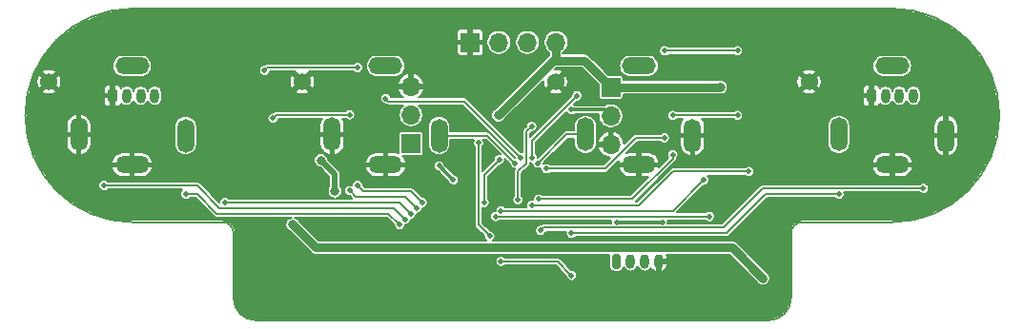
<source format=gbr>
%TF.GenerationSoftware,KiCad,Pcbnew,(5.1.9)-1*%
%TF.CreationDate,2021-02-22T13:59:34+01:00*%
%TF.ProjectId,input-board,696e7075-742d-4626-9f61-72642e6b6963,rev?*%
%TF.SameCoordinates,Original*%
%TF.FileFunction,Copper,L2,Bot*%
%TF.FilePolarity,Positive*%
%FSLAX46Y46*%
G04 Gerber Fmt 4.6, Leading zero omitted, Abs format (unit mm)*
G04 Created by KiCad (PCBNEW (5.1.9)-1) date 2021-02-22 13:59:34*
%MOMM*%
%LPD*%
G01*
G04 APERTURE LIST*
%TA.AperFunction,Profile*%
%ADD10C,0.150000*%
%TD*%
%TA.AperFunction,ComponentPad*%
%ADD11O,1.700000X1.700000*%
%TD*%
%TA.AperFunction,ComponentPad*%
%ADD12R,1.700000X1.700000*%
%TD*%
%TA.AperFunction,ComponentPad*%
%ADD13O,0.800000X1.300000*%
%TD*%
%TA.AperFunction,ComponentPad*%
%ADD14C,1.524000*%
%TD*%
%TA.AperFunction,ComponentPad*%
%ADD15O,3.000000X1.500000*%
%TD*%
%TA.AperFunction,ComponentPad*%
%ADD16O,1.500000X3.000000*%
%TD*%
%TA.AperFunction,ViaPad*%
%ADD17C,0.500000*%
%TD*%
%TA.AperFunction,ViaPad*%
%ADD18C,0.800000*%
%TD*%
%TA.AperFunction,Conductor*%
%ADD19C,0.200000*%
%TD*%
%TA.AperFunction,Conductor*%
%ADD20C,0.750000*%
%TD*%
%TA.AperFunction,Conductor*%
%ADD21C,0.500000*%
%TD*%
%TA.AperFunction,Conductor*%
%ADD22C,0.300000*%
%TD*%
%TA.AperFunction,Conductor*%
%ADD23C,0.100000*%
%TD*%
G04 APERTURE END LIST*
D10*
X109000000Y-40500000D02*
G75*
G03*
X108000000Y-39500000I-1000000J0D01*
G01*
X159500000Y-39500000D02*
G75*
G03*
X158500000Y-40500000I0J-1000000D01*
G01*
X156500000Y-48250000D02*
G75*
G03*
X158500000Y-46250000I0J2000000D01*
G01*
X109000000Y-46250000D02*
G75*
G03*
X111000000Y-48250000I2000000J0D01*
G01*
X159500000Y-39500000D02*
X167500000Y-39500000D01*
X108000000Y-39500000D02*
X100000000Y-39500000D01*
X158500000Y-46250000D02*
X158500000Y-40500000D01*
X111000000Y-48250000D02*
X156500000Y-48250000D01*
X109000000Y-40500000D02*
X109000000Y-46250000D01*
X100000000Y-20500000D02*
G75*
G03*
X100000000Y-39500000I0J-9500000D01*
G01*
X167500000Y-39500000D02*
G75*
G03*
X167500000Y-20500000I0J9500000D01*
G01*
X100000000Y-20500000D02*
X167500000Y-20500000D01*
D11*
%TO.P,J6,3*%
%TO.N,GND*%
X124750000Y-27420000D03*
%TO.P,J6,2*%
%TO.N,Net-(J6-Pad2)*%
X124750000Y-29960000D03*
D12*
%TO.P,J6,1*%
%TO.N,+3V3*%
X124750000Y-32500000D03*
%TD*%
D11*
%TO.P,J7,3*%
%TO.N,GND*%
X142500000Y-32580000D03*
%TO.P,J7,2*%
%TO.N,Net-(J7-Pad2)*%
X142500000Y-30040000D03*
D12*
%TO.P,J7,1*%
%TO.N,+3V3*%
X142500000Y-27500000D03*
%TD*%
D13*
%TO.P,J1,4*%
%TO.N,Net-(J1-Pad4)*%
X102000000Y-28250000D03*
%TO.P,J1,3*%
%TO.N,Net-(J1-Pad3)*%
X100750000Y-28250000D03*
%TO.P,J1,2*%
%TO.N,Net-(J1-Pad2)*%
X99500000Y-28250000D03*
%TO.P,J1,1*%
%TO.N,GND*%
%TA.AperFunction,ComponentPad*%
G36*
G01*
X97850000Y-28700000D02*
X97850000Y-27800000D01*
G75*
G02*
X98050000Y-27600000I200000J0D01*
G01*
X98450000Y-27600000D01*
G75*
G02*
X98650000Y-27800000I0J-200000D01*
G01*
X98650000Y-28700000D01*
G75*
G02*
X98450000Y-28900000I-200000J0D01*
G01*
X98050000Y-28900000D01*
G75*
G02*
X97850000Y-28700000I0J200000D01*
G01*
G37*
%TD.AperFunction*%
%TD*%
D14*
%TO.P,SW3,5*%
%TO.N,GND*%
X137600000Y-27000000D03*
D15*
%TO.P,SW3,3*%
X145000000Y-34400000D03*
%TO.P,SW3,4*%
%TO.N,MDLED3*%
X145000000Y-25600000D03*
D16*
%TO.P,SW3,2*%
%TO.N,MDBT3*%
X140250000Y-31700000D03*
%TO.P,SW3,1*%
%TO.N,GND*%
X149750000Y-31800000D03*
%TD*%
D14*
%TO.P,SW1,5*%
%TO.N,GND*%
X92600000Y-27000000D03*
D15*
%TO.P,SW1,3*%
X100000000Y-34400000D03*
%TO.P,SW1,4*%
%TO.N,MDLED1*%
X100000000Y-25600000D03*
D16*
%TO.P,SW1,2*%
%TO.N,GND*%
X95250000Y-31700000D03*
%TO.P,SW1,1*%
%TO.N,MDBT1*%
X104750000Y-31800000D03*
%TD*%
%TO.P,J2,1*%
%TO.N,GND*%
%TA.AperFunction,ComponentPad*%
G36*
G01*
X165225000Y-28700000D02*
X165225000Y-27800000D01*
G75*
G02*
X165425000Y-27600000I200000J0D01*
G01*
X165825000Y-27600000D01*
G75*
G02*
X166025000Y-27800000I0J-200000D01*
G01*
X166025000Y-28700000D01*
G75*
G02*
X165825000Y-28900000I-200000J0D01*
G01*
X165425000Y-28900000D01*
G75*
G02*
X165225000Y-28700000I0J200000D01*
G01*
G37*
%TD.AperFunction*%
D13*
%TO.P,J2,2*%
%TO.N,Net-(J2-Pad2)*%
X166875000Y-28250000D03*
%TO.P,J2,3*%
%TO.N,Net-(J2-Pad3)*%
X168125000Y-28250000D03*
%TO.P,J2,4*%
%TO.N,Net-(J2-Pad4)*%
X169375000Y-28250000D03*
%TD*%
%TO.P,J4,4*%
%TO.N,GND*%
X146750000Y-43000000D03*
%TO.P,J4,3*%
%TO.N,CANL*%
X145500000Y-43000000D03*
%TO.P,J4,2*%
%TO.N,CANH*%
X144250000Y-43000000D03*
%TO.P,J4,1*%
%TO.N,Net-(D8-Pad2)*%
%TA.AperFunction,ComponentPad*%
G36*
G01*
X142600000Y-43450000D02*
X142600000Y-42550000D01*
G75*
G02*
X142800000Y-42350000I200000J0D01*
G01*
X143200000Y-42350000D01*
G75*
G02*
X143400000Y-42550000I0J-200000D01*
G01*
X143400000Y-43450000D01*
G75*
G02*
X143200000Y-43650000I-200000J0D01*
G01*
X142800000Y-43650000D01*
G75*
G02*
X142600000Y-43450000I0J200000D01*
G01*
G37*
%TD.AperFunction*%
%TD*%
D14*
%TO.P,SW4,5*%
%TO.N,GND*%
X160100000Y-27000000D03*
D15*
%TO.P,SW4,3*%
X167500000Y-34400000D03*
%TO.P,SW4,4*%
%TO.N,MDLED4*%
X167500000Y-25600000D03*
D16*
%TO.P,SW4,2*%
%TO.N,MDBT4*%
X162750000Y-31700000D03*
%TO.P,SW4,1*%
%TO.N,GND*%
X172250000Y-31800000D03*
%TD*%
D14*
%TO.P,SW2,5*%
%TO.N,GND*%
X115100000Y-27000000D03*
D15*
%TO.P,SW2,3*%
X122500000Y-34400000D03*
%TO.P,SW2,4*%
%TO.N,MDLED2*%
X122500000Y-25600000D03*
D16*
%TO.P,SW2,2*%
%TO.N,GND*%
X117750000Y-31700000D03*
%TO.P,SW2,1*%
%TO.N,MDBT2*%
X127250000Y-31800000D03*
%TD*%
D12*
%TO.P,J5,1*%
%TO.N,GND*%
X130000000Y-23500000D03*
D11*
%TO.P,J5,2*%
%TO.N,SWCLK*%
X132540000Y-23500000D03*
%TO.P,J5,3*%
%TO.N,SWDIO*%
X135080000Y-23500000D03*
%TO.P,J5,4*%
%TO.N,+3V3*%
X137620000Y-23500000D03*
%TD*%
D17*
%TO.N,RAW_BREMSE*%
X135475000Y-30975000D03*
X134250000Y-37500000D03*
%TO.N,GND*%
X151500000Y-37200000D03*
X104250000Y-25250000D03*
X105750000Y-25250000D03*
X95250000Y-26750000D03*
X96750000Y-25500000D03*
X95250000Y-28000000D03*
X95250000Y-25500000D03*
X153750000Y-22750000D03*
X164250000Y-22750000D03*
X156750000Y-22750000D03*
X158250000Y-22750000D03*
X159750000Y-22750000D03*
X155250000Y-22750000D03*
X161250000Y-22750000D03*
X162750000Y-22750000D03*
X164250000Y-24000000D03*
X156750000Y-24000000D03*
X158250000Y-24000000D03*
X159750000Y-24000000D03*
X155250000Y-24000000D03*
X161250000Y-24000000D03*
X162750000Y-24000000D03*
X167250000Y-22750000D03*
X168750000Y-22750000D03*
X170250000Y-22750000D03*
X165750000Y-22750000D03*
X171750000Y-22750000D03*
X167250000Y-24000000D03*
X168750000Y-24000000D03*
X170250000Y-24000000D03*
X165750000Y-24000000D03*
X171750000Y-24000000D03*
X173250000Y-24000000D03*
X172250000Y-25250000D03*
X173750000Y-25250000D03*
X170750000Y-25250000D03*
X172750000Y-26500000D03*
X174250000Y-26500000D03*
X171250000Y-26500000D03*
X173250000Y-27750000D03*
X174750000Y-27750000D03*
X171750000Y-27750000D03*
X173750000Y-29000000D03*
X175250000Y-29000000D03*
X172250000Y-29000000D03*
X120750000Y-24000000D03*
X114750000Y-22750000D03*
X126750000Y-22750000D03*
X126750000Y-24000000D03*
X125250000Y-22750000D03*
X117750000Y-22750000D03*
X119250000Y-22750000D03*
X116250000Y-24000000D03*
X113250000Y-24000000D03*
X110250000Y-22750000D03*
X111750000Y-24000000D03*
X117750000Y-24000000D03*
X116250000Y-22750000D03*
X114750000Y-24000000D03*
X125250000Y-24000000D03*
X110250000Y-24000000D03*
X119250000Y-24000000D03*
X113250000Y-22750000D03*
X96750000Y-22750000D03*
X98250000Y-22750000D03*
X96750000Y-24000000D03*
X95250000Y-24000000D03*
X104250000Y-24000000D03*
X93750000Y-24000000D03*
X101250000Y-24000000D03*
X99750000Y-24000000D03*
X102750000Y-22750000D03*
X105750000Y-22750000D03*
X108750000Y-24000000D03*
X107250000Y-22750000D03*
X101250000Y-22750000D03*
X102750000Y-24000000D03*
X98250000Y-24000000D03*
X104250000Y-22750000D03*
X95250000Y-22750000D03*
X108750000Y-22750000D03*
X99750000Y-22750000D03*
X107250000Y-24000000D03*
X105750000Y-24000000D03*
X140250000Y-22750000D03*
X140250000Y-24250000D03*
X164250000Y-21500000D03*
X141750000Y-21500000D03*
X165750000Y-21500000D03*
X168750000Y-21500000D03*
X167250000Y-21500000D03*
X140250000Y-21500000D03*
X161250000Y-21500000D03*
X147750000Y-21500000D03*
X149250000Y-21500000D03*
X162750000Y-21500000D03*
X143250000Y-21500000D03*
X104250000Y-21500000D03*
X105750000Y-21500000D03*
X113250000Y-21500000D03*
X108750000Y-21500000D03*
X107250000Y-21500000D03*
X126750000Y-21500000D03*
X114750000Y-21500000D03*
X111750000Y-21500000D03*
X119250000Y-21500000D03*
X116250000Y-21500000D03*
X125250000Y-21500000D03*
X110250000Y-21500000D03*
X117750000Y-21500000D03*
X120750000Y-21500000D03*
X98250000Y-21500000D03*
X99750000Y-21500000D03*
X102750000Y-21500000D03*
X101250000Y-21500000D03*
X147750000Y-22750000D03*
X162750000Y-25250000D03*
X164250000Y-25250000D03*
X133500000Y-40250000D03*
X132250000Y-40000000D03*
X134750000Y-40500000D03*
X127750000Y-43750000D03*
X153750000Y-27000000D03*
X153750000Y-30750000D03*
X108000000Y-28000000D03*
X108750000Y-31750000D03*
X109500000Y-36750000D03*
X111000000Y-28000000D03*
X112250000Y-28000000D03*
X111000000Y-31750000D03*
X112250000Y-31750000D03*
X111000000Y-35250000D03*
X112250000Y-35250000D03*
X155000000Y-30000000D03*
X156250000Y-30000000D03*
X155000000Y-26500000D03*
X156250000Y-26500000D03*
X154800000Y-33200000D03*
X156250000Y-33500000D03*
X120750000Y-40500000D03*
X122250000Y-40500000D03*
X118000000Y-40500000D03*
X118500000Y-39500000D03*
X141250000Y-36250000D03*
X142500000Y-36250000D03*
X138000000Y-34000000D03*
X128500000Y-34500000D03*
X131250000Y-34000000D03*
X131000000Y-25750000D03*
X132500000Y-25750000D03*
X127750000Y-26250000D03*
X128750000Y-27250000D03*
X129750000Y-27250000D03*
X128500000Y-46250000D03*
X128500000Y-47250000D03*
X127250000Y-47250000D03*
X126000000Y-47250000D03*
X118500000Y-44750000D03*
X117500000Y-44750000D03*
X117500000Y-43500000D03*
X117250000Y-35750000D03*
X118750000Y-35000000D03*
X98500000Y-29750000D03*
X100250000Y-29750000D03*
X98500000Y-31000000D03*
X131250000Y-42750000D03*
X142250000Y-46250000D03*
X144750000Y-46250000D03*
X146500000Y-46250000D03*
X165500000Y-31000000D03*
X167500000Y-31000000D03*
X169500000Y-31000000D03*
X137250000Y-32000000D03*
X140000000Y-34000000D03*
X149750000Y-41000000D03*
X148750000Y-41000000D03*
X150750000Y-41000000D03*
X163000000Y-28000000D03*
X163000000Y-29000000D03*
X161750000Y-29000000D03*
X100250000Y-31000000D03*
X102000000Y-31000000D03*
X114500000Y-42250000D03*
X112500000Y-42250000D03*
X112500000Y-44000000D03*
X114500000Y-44000000D03*
X110500000Y-44000000D03*
X110500000Y-42250000D03*
X112500000Y-45750000D03*
X110500000Y-45750000D03*
X139500000Y-26500000D03*
X141750000Y-24250000D03*
X143250000Y-24250000D03*
X141750000Y-22750000D03*
X134500000Y-26000000D03*
X135750000Y-25500000D03*
X135000000Y-29750000D03*
X129250000Y-32400000D03*
X121000000Y-31250000D03*
X122250000Y-32500000D03*
X144750000Y-29750000D03*
X145000000Y-32750000D03*
X146000000Y-32750000D03*
X146000000Y-29750000D03*
X146000000Y-31000000D03*
X144750000Y-31000000D03*
X148000000Y-28500000D03*
X149500000Y-28500000D03*
X150750000Y-28500000D03*
X148000000Y-26250000D03*
X149500000Y-26250000D03*
X150750000Y-26250000D03*
X148000000Y-25000000D03*
X149500000Y-25000000D03*
X150750000Y-25000000D03*
X149250000Y-22750000D03*
X150750000Y-22750000D03*
X152250000Y-22750000D03*
X95250000Y-29250000D03*
X94000000Y-29250000D03*
X92750000Y-29250000D03*
X91500000Y-29250000D03*
X157500000Y-37750000D03*
X160000000Y-38000000D03*
X162500000Y-38000000D03*
X165000000Y-38000000D03*
X167500000Y-38000000D03*
X170000000Y-38250000D03*
X172500000Y-35000000D03*
X157500000Y-35500000D03*
X160000000Y-35500000D03*
X165000000Y-34250000D03*
X102500000Y-37500000D03*
X100000000Y-37500000D03*
X97500000Y-37500000D03*
X102500000Y-35000000D03*
X110500000Y-40500000D03*
X114500000Y-45750000D03*
X117500000Y-27500000D03*
X119000000Y-27500000D03*
X117500000Y-28750000D03*
X119000000Y-28750000D03*
X116000000Y-28750000D03*
X121000000Y-27500000D03*
X121000000Y-28750000D03*
X121000000Y-30000000D03*
X121000000Y-32500000D03*
X126000000Y-35750000D03*
X127250000Y-35750000D03*
X127250000Y-36750000D03*
X126000000Y-36750000D03*
X156250000Y-37750000D03*
X161500000Y-34250000D03*
X106750000Y-28250000D03*
X107250000Y-32750000D03*
X106750000Y-35250000D03*
X107500000Y-36750000D03*
X113500000Y-32000000D03*
X120750000Y-22750000D03*
X124750000Y-47250000D03*
X151500000Y-43000000D03*
X151500000Y-44500000D03*
X153500000Y-44500000D03*
X155000000Y-42000000D03*
X156000000Y-43000000D03*
X153000000Y-43000000D03*
X155500000Y-38500000D03*
X147750000Y-42750000D03*
X158000000Y-42000000D03*
X158000000Y-43000000D03*
X158000000Y-44500000D03*
X158000000Y-46250000D03*
X150400000Y-37200000D03*
X150000000Y-38200000D03*
%TO.N,RAW_GAS*%
X131750000Y-40750000D03*
X130747619Y-32461034D03*
D18*
%TO.N,+5V*%
X114262500Y-39737500D03*
X156000000Y-44500000D03*
D17*
%TO.N,BTN1*%
X124750000Y-38750000D03*
X108250000Y-37750000D03*
%TO.N,BTN2*%
X125250000Y-38250000D03*
X112500000Y-30250000D03*
X119300010Y-29949990D03*
X119300014Y-36699986D03*
%TO.N,BTN3*%
X111750000Y-26000000D03*
X120000000Y-36250000D03*
X125750000Y-37750000D03*
X120000000Y-25750000D03*
%TO.N,BTN4*%
X136750000Y-34750000D03*
X147250000Y-24250000D03*
X153750000Y-24250000D03*
X147250000Y-32000000D03*
D18*
%TO.N,+3V3*%
X118000000Y-36750000D03*
X116750000Y-34000000D03*
D17*
X128500000Y-35750000D03*
D18*
X132500000Y-30000000D03*
D17*
X127250000Y-34500000D03*
D18*
X152250000Y-27500000D03*
D17*
%TO.N,BTN5*%
X136081389Y-37459306D03*
X153750004Y-30000000D03*
X148000000Y-30000000D03*
X148000000Y-33500000D03*
%TO.N,BTN6*%
X135500000Y-37999988D03*
X154750000Y-35000000D03*
%TO.N,CANH*%
X143003761Y-39503761D03*
X147075062Y-39500000D03*
%TO.N,SWCLK*%
X131250000Y-37750000D03*
X132596595Y-33943191D03*
%TO.N,Net-(J7-Pad2)*%
X139000000Y-29500000D03*
%TO.N,MDLED1*%
X124250000Y-39250000D03*
X97500000Y-36250000D03*
%TO.N,MDBT1*%
X123750000Y-39750000D03*
X104750000Y-36999982D03*
%TO.N,MDLED2*%
X134500000Y-33750000D03*
X122500000Y-28500000D03*
%TO.N,MDBT2*%
X134000000Y-34250000D03*
%TO.N,MDLED3*%
X135500000Y-33750000D03*
X139500000Y-28250000D03*
%TO.N,MDBT3*%
X136000000Y-34250000D03*
%TO.N,MDLED4*%
X136250000Y-40250000D03*
X170249996Y-36500000D03*
%TO.N,MDBT4*%
X162750000Y-37000000D03*
X138991000Y-40509000D03*
%TO.N,CAN_TX*%
X132250000Y-39000000D03*
X151250000Y-39000000D03*
%TO.N,CAN_RX*%
X132750000Y-38500000D03*
X150750000Y-35750000D03*
%TO.N,Net-(U2-Pad5)*%
X132750000Y-43000000D03*
X139000000Y-44250000D03*
%TD*%
D19*
%TO.N,RAW_BREMSE*%
X135000000Y-34250000D02*
X134250000Y-35000000D01*
X134250000Y-35000000D02*
X134250000Y-37500000D01*
X135000000Y-31450000D02*
X135000000Y-34250000D01*
X135475000Y-30975000D02*
X135000000Y-31450000D01*
%TO.N,RAW_GAS*%
X130747619Y-39747619D02*
X130747619Y-32461034D01*
X131750000Y-40750000D02*
X130747619Y-39747619D01*
D20*
%TO.N,+5V*%
X116300001Y-41775001D02*
X153275001Y-41775001D01*
X114262500Y-39737500D02*
X116300001Y-41775001D01*
X153275001Y-41775001D02*
X156000000Y-44500000D01*
D19*
%TO.N,BTN1*%
X124750000Y-38750000D02*
X123750000Y-37750000D01*
X123750000Y-37750000D02*
X108250000Y-37750000D01*
%TO.N,BTN2*%
X112500000Y-30250000D02*
X112800010Y-29949990D01*
X112800010Y-29949990D02*
X119300010Y-29949990D01*
X119850028Y-37250000D02*
X119300014Y-36699986D01*
X125250000Y-38250000D02*
X124250000Y-37250000D01*
X124250000Y-37250000D02*
X119850028Y-37250000D01*
%TO.N,BTN3*%
X124750000Y-36750000D02*
X125750000Y-37750000D01*
X120500000Y-36750000D02*
X124750000Y-36750000D01*
X120000000Y-36250000D02*
X120500000Y-36750000D01*
X111750000Y-26000000D02*
X112000000Y-25750000D01*
X112000000Y-25750000D02*
X120000000Y-25750000D01*
%TO.N,BTN4*%
X147250000Y-24250000D02*
X153750000Y-24250000D01*
X136750000Y-34750000D02*
X142000000Y-34750000D01*
X142000000Y-34750000D02*
X144750000Y-32000000D01*
X144750000Y-32000000D02*
X147250000Y-32000000D01*
D21*
%TO.N,+3V3*%
X118000000Y-35250000D02*
X116750000Y-34000000D01*
X118000000Y-36750000D02*
X118000000Y-35250000D01*
D22*
X128500000Y-35750000D02*
X127825000Y-35075000D01*
D20*
X142500000Y-27500000D02*
X152104000Y-27500000D01*
X152104000Y-27500000D02*
X152177000Y-27427000D01*
D21*
X124750000Y-32500000D02*
X125250000Y-32500000D01*
D20*
X137620000Y-24880000D02*
X137620000Y-23500000D01*
D22*
X127825000Y-35075000D02*
X127250000Y-34500000D01*
D20*
X140125000Y-25125000D02*
X137375000Y-25125000D01*
X142500000Y-27500000D02*
X140125000Y-25125000D01*
X137375000Y-25125000D02*
X137620000Y-24880000D01*
X132500000Y-30000000D02*
X137375000Y-25125000D01*
D19*
%TO.N,BTN5*%
X153750004Y-30000000D02*
X148000000Y-30000000D01*
X136081389Y-37459306D02*
X144394247Y-37459306D01*
X148000000Y-33853553D02*
X148000000Y-33500000D01*
X144394247Y-37459306D02*
X148000000Y-33853553D01*
%TO.N,BTN6*%
X135500000Y-37999988D02*
X145000012Y-37999988D01*
X145000012Y-37999988D02*
X148000000Y-35000000D01*
X148000000Y-35000000D02*
X154750000Y-35000000D01*
D22*
%TO.N,CANH*%
X143003761Y-39503761D02*
X147071301Y-39503761D01*
X147071301Y-39503761D02*
X147075062Y-39500000D01*
D19*
%TO.N,SWCLK*%
X131250000Y-35289786D02*
X132596595Y-33943191D01*
X131250000Y-37750000D02*
X131250000Y-35289786D01*
D22*
%TO.N,Net-(J7-Pad2)*%
X141960000Y-29500000D02*
X142500000Y-30040000D01*
X139000000Y-29500000D02*
X141960000Y-29500000D01*
D19*
%TO.N,MDLED1*%
X105750000Y-36250000D02*
X97500000Y-36250000D01*
X107750000Y-38250000D02*
X105750000Y-36250000D01*
X123250000Y-38250000D02*
X107750000Y-38250000D01*
X124250000Y-39250000D02*
X123250000Y-38250000D01*
%TO.N,MDBT1*%
X105749982Y-36999982D02*
X104750000Y-36999982D01*
X107500000Y-38750000D02*
X105749982Y-36999982D01*
X122750000Y-38750000D02*
X107500000Y-38750000D01*
X123750000Y-39750000D02*
X122750000Y-38750000D01*
%TO.N,MDLED2*%
X129499999Y-28749999D02*
X134500000Y-33750000D01*
X122749999Y-28749999D02*
X129499999Y-28749999D01*
X122500000Y-28500000D02*
X122749999Y-28749999D01*
%TO.N,MDBT2*%
X131550000Y-31800000D02*
X127250000Y-31800000D01*
X134000000Y-34250000D02*
X131550000Y-31800000D01*
%TO.N,MDLED3*%
X135500000Y-32250000D02*
X135500000Y-32750000D01*
X139500000Y-28250000D02*
X135500000Y-32250000D01*
X135500000Y-33750000D02*
X135500000Y-32750000D01*
%TO.N,MDBT3*%
X138550000Y-31700000D02*
X140250000Y-31700000D01*
X136000000Y-34250000D02*
X138550000Y-31700000D01*
%TO.N,MDLED4*%
X152496237Y-40003763D02*
X156000000Y-36500000D01*
X156000000Y-36500000D02*
X170249996Y-36500000D01*
X136250000Y-40250000D02*
X136500009Y-39999991D01*
X136500009Y-39999991D02*
X141240001Y-39999991D01*
X141240001Y-39999991D02*
X141243773Y-40003763D01*
X141243773Y-40003763D02*
X152496237Y-40003763D01*
%TO.N,MDBT4*%
X139000000Y-40500000D02*
X138991000Y-40509000D01*
X152750000Y-40500000D02*
X139000000Y-40500000D01*
X156250000Y-37000000D02*
X152750000Y-40500000D01*
X162750000Y-37000000D02*
X156250000Y-37000000D01*
%TO.N,CAN_TX*%
X132250000Y-39000000D02*
X151250000Y-39000000D01*
%TO.N,CAN_RX*%
X132750000Y-38500000D02*
X148000000Y-38500000D01*
X148000000Y-38500000D02*
X150750000Y-35750000D01*
%TO.N,Net-(U2-Pad5)*%
X137750000Y-43000000D02*
X139000000Y-44250000D01*
X132750000Y-43000000D02*
X137750000Y-43000000D01*
%TD*%
%TO.N,GND*%
X168717108Y-20755149D02*
X169913386Y-20993103D01*
X171068376Y-21385168D01*
X172162310Y-21924637D01*
X173176470Y-22602276D01*
X174093505Y-23406495D01*
X174897721Y-24323526D01*
X175575360Y-25337687D01*
X176114829Y-26431619D01*
X176506897Y-27586614D01*
X176744851Y-28782890D01*
X176824625Y-30000000D01*
X176744851Y-31217110D01*
X176506897Y-32413386D01*
X176114829Y-33568381D01*
X175575360Y-34662313D01*
X174897721Y-35676474D01*
X174093505Y-36593505D01*
X173176470Y-37397724D01*
X172162310Y-38075363D01*
X171068376Y-38614832D01*
X169913386Y-39006897D01*
X168717108Y-39244851D01*
X167494275Y-39325000D01*
X159491411Y-39325000D01*
X159483415Y-39325788D01*
X159477157Y-39325744D01*
X159474726Y-39325983D01*
X159280629Y-39346384D01*
X159265130Y-39349566D01*
X159249512Y-39352545D01*
X159247173Y-39353251D01*
X159060735Y-39410963D01*
X159046127Y-39417104D01*
X159031407Y-39423051D01*
X159029250Y-39424198D01*
X158857573Y-39517023D01*
X158844444Y-39525879D01*
X158831150Y-39534578D01*
X158829257Y-39536123D01*
X158678880Y-39660526D01*
X158667722Y-39671763D01*
X158656371Y-39682878D01*
X158654814Y-39684761D01*
X158531464Y-39836003D01*
X158522718Y-39849166D01*
X158513725Y-39862301D01*
X158512563Y-39864450D01*
X158420938Y-40036773D01*
X158414902Y-40051417D01*
X158408646Y-40066015D01*
X158407923Y-40068349D01*
X158351514Y-40255186D01*
X158348433Y-40270746D01*
X158345135Y-40286260D01*
X158344880Y-40288689D01*
X158325835Y-40482923D01*
X158325835Y-40482944D01*
X158325001Y-40491411D01*
X158325000Y-46241439D01*
X158289419Y-46604316D01*
X158186521Y-46945134D01*
X158019380Y-47259478D01*
X157794371Y-47535365D01*
X157520059Y-47762297D01*
X157206890Y-47931626D01*
X156866796Y-48036903D01*
X156504489Y-48074983D01*
X156499671Y-48075000D01*
X111008561Y-48075000D01*
X110645684Y-48039419D01*
X110304866Y-47936521D01*
X109990522Y-47769380D01*
X109714635Y-47544371D01*
X109487703Y-47270059D01*
X109318374Y-46956890D01*
X109213097Y-46616796D01*
X109175017Y-46254489D01*
X109175000Y-46249671D01*
X109175000Y-42950754D01*
X132250000Y-42950754D01*
X132250000Y-43049246D01*
X132269215Y-43145845D01*
X132306906Y-43236839D01*
X132361625Y-43318731D01*
X132431269Y-43388375D01*
X132513161Y-43443094D01*
X132604155Y-43480785D01*
X132700754Y-43500000D01*
X132799246Y-43500000D01*
X132895845Y-43480785D01*
X132986839Y-43443094D01*
X133068731Y-43388375D01*
X133107106Y-43350000D01*
X137605027Y-43350000D01*
X138500000Y-44244974D01*
X138500000Y-44299246D01*
X138519215Y-44395845D01*
X138556906Y-44486839D01*
X138611625Y-44568731D01*
X138681269Y-44638375D01*
X138763161Y-44693094D01*
X138854155Y-44730785D01*
X138950754Y-44750000D01*
X139049246Y-44750000D01*
X139145845Y-44730785D01*
X139236839Y-44693094D01*
X139318731Y-44638375D01*
X139388375Y-44568731D01*
X139443094Y-44486839D01*
X139480785Y-44395845D01*
X139500000Y-44299246D01*
X139500000Y-44200754D01*
X139480785Y-44104155D01*
X139443094Y-44013161D01*
X139388375Y-43931269D01*
X139318731Y-43861625D01*
X139236839Y-43806906D01*
X139145845Y-43769215D01*
X139049246Y-43750000D01*
X138994974Y-43750000D01*
X138009653Y-42764680D01*
X137998685Y-42751315D01*
X137945390Y-42707578D01*
X137884587Y-42675078D01*
X137818612Y-42655065D01*
X137767189Y-42650000D01*
X137767188Y-42650000D01*
X137750000Y-42648307D01*
X137732812Y-42650000D01*
X133107106Y-42650000D01*
X133068731Y-42611625D01*
X132986839Y-42556906D01*
X132895845Y-42519215D01*
X132799246Y-42500000D01*
X132700754Y-42500000D01*
X132604155Y-42519215D01*
X132513161Y-42556906D01*
X132431269Y-42611625D01*
X132361625Y-42681269D01*
X132306906Y-42763161D01*
X132269215Y-42854155D01*
X132250000Y-42950754D01*
X109175000Y-42950754D01*
X109175000Y-40491411D01*
X109174212Y-40483415D01*
X109174256Y-40477157D01*
X109174017Y-40474726D01*
X109153616Y-40280629D01*
X109150434Y-40265130D01*
X109147455Y-40249512D01*
X109146749Y-40247173D01*
X109089037Y-40060735D01*
X109082896Y-40046127D01*
X109076949Y-40031407D01*
X109075802Y-40029250D01*
X108982977Y-39857573D01*
X108974121Y-39844444D01*
X108965422Y-39831150D01*
X108963877Y-39829257D01*
X108839474Y-39678880D01*
X108828237Y-39667722D01*
X108817122Y-39656371D01*
X108815239Y-39654814D01*
X108663997Y-39531464D01*
X108650834Y-39522718D01*
X108637699Y-39513725D01*
X108635550Y-39512563D01*
X108463227Y-39420938D01*
X108448583Y-39414902D01*
X108433985Y-39408646D01*
X108431651Y-39407923D01*
X108244814Y-39351514D01*
X108229254Y-39348433D01*
X108213740Y-39345135D01*
X108211311Y-39344880D01*
X108017077Y-39325835D01*
X108017067Y-39325835D01*
X108008589Y-39325000D01*
X100005725Y-39325000D01*
X98782890Y-39244851D01*
X97586614Y-39006897D01*
X96431619Y-38614829D01*
X95337687Y-38075360D01*
X94323526Y-37397721D01*
X93406495Y-36593505D01*
X93062062Y-36200754D01*
X97000000Y-36200754D01*
X97000000Y-36299246D01*
X97019215Y-36395845D01*
X97056906Y-36486839D01*
X97111625Y-36568731D01*
X97181269Y-36638375D01*
X97263161Y-36693094D01*
X97354155Y-36730785D01*
X97450754Y-36750000D01*
X97549246Y-36750000D01*
X97645845Y-36730785D01*
X97736839Y-36693094D01*
X97818731Y-36638375D01*
X97857106Y-36600000D01*
X104448640Y-36600000D01*
X104431269Y-36611607D01*
X104361625Y-36681251D01*
X104306906Y-36763143D01*
X104269215Y-36854137D01*
X104250000Y-36950736D01*
X104250000Y-37049228D01*
X104269215Y-37145827D01*
X104306906Y-37236821D01*
X104361625Y-37318713D01*
X104431269Y-37388357D01*
X104513161Y-37443076D01*
X104604155Y-37480767D01*
X104700754Y-37499982D01*
X104799246Y-37499982D01*
X104895845Y-37480767D01*
X104986839Y-37443076D01*
X105068731Y-37388357D01*
X105107106Y-37349982D01*
X105605009Y-37349982D01*
X107240355Y-38985330D01*
X107251315Y-38998685D01*
X107304610Y-39042422D01*
X107365413Y-39074922D01*
X107406878Y-39087500D01*
X107431387Y-39094935D01*
X107499999Y-39101693D01*
X107517188Y-39100000D01*
X114135639Y-39100000D01*
X114072902Y-39112479D01*
X113954610Y-39161478D01*
X113848149Y-39232612D01*
X113757612Y-39323149D01*
X113686478Y-39429610D01*
X113637479Y-39547902D01*
X113612500Y-39673481D01*
X113612500Y-39801519D01*
X113637479Y-39927098D01*
X113686478Y-40045390D01*
X113757612Y-40151851D01*
X113848149Y-40242388D01*
X113954610Y-40313522D01*
X113954661Y-40313543D01*
X115836352Y-42195236D01*
X115855921Y-42219081D01*
X115879766Y-42238650D01*
X115879770Y-42238654D01*
X115951089Y-42297184D01*
X116009125Y-42328205D01*
X116059667Y-42355220D01*
X116177480Y-42390958D01*
X116269297Y-42400001D01*
X116269299Y-42400001D01*
X116300001Y-42403025D01*
X116330703Y-42400001D01*
X142376260Y-42400001D01*
X142357461Y-42461973D01*
X142348791Y-42550000D01*
X142348791Y-43450000D01*
X142357461Y-43538027D01*
X142383137Y-43622670D01*
X142424833Y-43700678D01*
X142480947Y-43769053D01*
X142549322Y-43825167D01*
X142627330Y-43866863D01*
X142711973Y-43892539D01*
X142800000Y-43901209D01*
X143200000Y-43901209D01*
X143288027Y-43892539D01*
X143372670Y-43866863D01*
X143450678Y-43825167D01*
X143519053Y-43769053D01*
X143575167Y-43700678D01*
X143616863Y-43622670D01*
X143642539Y-43538027D01*
X143646359Y-43499242D01*
X143646573Y-43499948D01*
X143706930Y-43612868D01*
X143788158Y-43711843D01*
X143887133Y-43793070D01*
X144000053Y-43853427D01*
X144122579Y-43890595D01*
X144250000Y-43903145D01*
X144377422Y-43890595D01*
X144499948Y-43853427D01*
X144612868Y-43793070D01*
X144711843Y-43711843D01*
X144793070Y-43612868D01*
X144853427Y-43499948D01*
X144875000Y-43428832D01*
X144896573Y-43499948D01*
X144956930Y-43612868D01*
X145038158Y-43711843D01*
X145137133Y-43793070D01*
X145250053Y-43853427D01*
X145372579Y-43890595D01*
X145500000Y-43903145D01*
X145627422Y-43890595D01*
X145749948Y-43853427D01*
X145862868Y-43793070D01*
X145961843Y-43711843D01*
X146043070Y-43612868D01*
X146060406Y-43580434D01*
X146124090Y-43692407D01*
X146222426Y-43806015D01*
X146341036Y-43898256D01*
X146486891Y-43952335D01*
X146600000Y-43895295D01*
X146600000Y-43150000D01*
X146900000Y-43150000D01*
X146900000Y-43895295D01*
X147013109Y-43952335D01*
X147158964Y-43898256D01*
X147277574Y-43806015D01*
X147375910Y-43692407D01*
X147450193Y-43561797D01*
X147497568Y-43419205D01*
X147516214Y-43270110D01*
X147422427Y-43150000D01*
X146900000Y-43150000D01*
X146600000Y-43150000D01*
X146580000Y-43150000D01*
X146580000Y-42850000D01*
X146600000Y-42850000D01*
X146600000Y-42830000D01*
X146900000Y-42830000D01*
X146900000Y-42850000D01*
X147422427Y-42850000D01*
X147516214Y-42729890D01*
X147497568Y-42580795D01*
X147450193Y-42438203D01*
X147428466Y-42400001D01*
X153016119Y-42400001D01*
X155423958Y-44807842D01*
X155423978Y-44807890D01*
X155495112Y-44914351D01*
X155585649Y-45004888D01*
X155692110Y-45076022D01*
X155810402Y-45125021D01*
X155935981Y-45150000D01*
X156064019Y-45150000D01*
X156189598Y-45125021D01*
X156307890Y-45076022D01*
X156414351Y-45004888D01*
X156504888Y-44914351D01*
X156576022Y-44807890D01*
X156625021Y-44689598D01*
X156650000Y-44564019D01*
X156650000Y-44435981D01*
X156625021Y-44310402D01*
X156576022Y-44192110D01*
X156504888Y-44085649D01*
X156414351Y-43995112D01*
X156307890Y-43923978D01*
X156307842Y-43923958D01*
X153738659Y-41354777D01*
X153719081Y-41330921D01*
X153623912Y-41252818D01*
X153515335Y-41194782D01*
X153397522Y-41159044D01*
X153305705Y-41150001D01*
X153305695Y-41150001D01*
X153275001Y-41146978D01*
X153244307Y-41150001D01*
X132051332Y-41150001D01*
X132068731Y-41138375D01*
X132138375Y-41068731D01*
X132193094Y-40986839D01*
X132230785Y-40895845D01*
X132250000Y-40799246D01*
X132250000Y-40700754D01*
X132230785Y-40604155D01*
X132193094Y-40513161D01*
X132138375Y-40431269D01*
X132068731Y-40361625D01*
X131986839Y-40306906D01*
X131895845Y-40269215D01*
X131799246Y-40250000D01*
X131744974Y-40250000D01*
X131097619Y-39602646D01*
X131097619Y-38950754D01*
X131750000Y-38950754D01*
X131750000Y-39049246D01*
X131769215Y-39145845D01*
X131806906Y-39236839D01*
X131861625Y-39318731D01*
X131931269Y-39388375D01*
X132013161Y-39443094D01*
X132104155Y-39480785D01*
X132200754Y-39500000D01*
X132299246Y-39500000D01*
X132395845Y-39480785D01*
X132486839Y-39443094D01*
X132568731Y-39388375D01*
X132607106Y-39350000D01*
X142526255Y-39350000D01*
X142522976Y-39357916D01*
X142503761Y-39454515D01*
X142503761Y-39553007D01*
X142522976Y-39649606D01*
X142524698Y-39653763D01*
X141295486Y-39653763D01*
X141257190Y-39649991D01*
X141257189Y-39649991D01*
X141240001Y-39648298D01*
X141222813Y-39649991D01*
X136517197Y-39649991D01*
X136500008Y-39648298D01*
X136431396Y-39655056D01*
X136411443Y-39661109D01*
X136365422Y-39675069D01*
X136304619Y-39707569D01*
X136252915Y-39750000D01*
X136200754Y-39750000D01*
X136104155Y-39769215D01*
X136013161Y-39806906D01*
X135931269Y-39861625D01*
X135861625Y-39931269D01*
X135806906Y-40013161D01*
X135769215Y-40104155D01*
X135750000Y-40200754D01*
X135750000Y-40299246D01*
X135769215Y-40395845D01*
X135806906Y-40486839D01*
X135861625Y-40568731D01*
X135931269Y-40638375D01*
X136013161Y-40693094D01*
X136104155Y-40730785D01*
X136200754Y-40750000D01*
X136299246Y-40750000D01*
X136395845Y-40730785D01*
X136486839Y-40693094D01*
X136568731Y-40638375D01*
X136638375Y-40568731D01*
X136693094Y-40486839D01*
X136730785Y-40395845D01*
X136739906Y-40349991D01*
X138515668Y-40349991D01*
X138510215Y-40363155D01*
X138491000Y-40459754D01*
X138491000Y-40558246D01*
X138510215Y-40654845D01*
X138547906Y-40745839D01*
X138602625Y-40827731D01*
X138672269Y-40897375D01*
X138754161Y-40952094D01*
X138845155Y-40989785D01*
X138941754Y-41009000D01*
X139040246Y-41009000D01*
X139136845Y-40989785D01*
X139227839Y-40952094D01*
X139309731Y-40897375D01*
X139357106Y-40850000D01*
X152732812Y-40850000D01*
X152750000Y-40851693D01*
X152767188Y-40850000D01*
X152767189Y-40850000D01*
X152818612Y-40844935D01*
X152884587Y-40824922D01*
X152945390Y-40792422D01*
X152998685Y-40748685D01*
X153009654Y-40735320D01*
X156394975Y-37350000D01*
X162392894Y-37350000D01*
X162431269Y-37388375D01*
X162513161Y-37443094D01*
X162604155Y-37480785D01*
X162700754Y-37500000D01*
X162799246Y-37500000D01*
X162895845Y-37480785D01*
X162986839Y-37443094D01*
X163068731Y-37388375D01*
X163138375Y-37318731D01*
X163193094Y-37236839D01*
X163230785Y-37145845D01*
X163250000Y-37049246D01*
X163250000Y-36950754D01*
X163230785Y-36854155D01*
X163229064Y-36850000D01*
X169892890Y-36850000D01*
X169931265Y-36888375D01*
X170013157Y-36943094D01*
X170104151Y-36980785D01*
X170200750Y-37000000D01*
X170299242Y-37000000D01*
X170395841Y-36980785D01*
X170486835Y-36943094D01*
X170568727Y-36888375D01*
X170638371Y-36818731D01*
X170693090Y-36736839D01*
X170730781Y-36645845D01*
X170749996Y-36549246D01*
X170749996Y-36450754D01*
X170730781Y-36354155D01*
X170693090Y-36263161D01*
X170638371Y-36181269D01*
X170568727Y-36111625D01*
X170486835Y-36056906D01*
X170395841Y-36019215D01*
X170299242Y-36000000D01*
X170200750Y-36000000D01*
X170104151Y-36019215D01*
X170013157Y-36056906D01*
X169931265Y-36111625D01*
X169892890Y-36150000D01*
X156017188Y-36150000D01*
X155999999Y-36148307D01*
X155931387Y-36155065D01*
X155911374Y-36161136D01*
X155865413Y-36175078D01*
X155804610Y-36207578D01*
X155751315Y-36251315D01*
X155740356Y-36264669D01*
X152351264Y-39653763D01*
X147552567Y-39653763D01*
X147555847Y-39645845D01*
X147575062Y-39549246D01*
X147575062Y-39450754D01*
X147555847Y-39354155D01*
X147554126Y-39350000D01*
X150892894Y-39350000D01*
X150931269Y-39388375D01*
X151013161Y-39443094D01*
X151104155Y-39480785D01*
X151200754Y-39500000D01*
X151299246Y-39500000D01*
X151395845Y-39480785D01*
X151486839Y-39443094D01*
X151568731Y-39388375D01*
X151638375Y-39318731D01*
X151693094Y-39236839D01*
X151730785Y-39145845D01*
X151750000Y-39049246D01*
X151750000Y-38950754D01*
X151730785Y-38854155D01*
X151693094Y-38763161D01*
X151638375Y-38681269D01*
X151568731Y-38611625D01*
X151486839Y-38556906D01*
X151395845Y-38519215D01*
X151299246Y-38500000D01*
X151200754Y-38500000D01*
X151104155Y-38519215D01*
X151013161Y-38556906D01*
X150931269Y-38611625D01*
X150892894Y-38650000D01*
X148344973Y-38650000D01*
X150744975Y-36250000D01*
X150799246Y-36250000D01*
X150895845Y-36230785D01*
X150986839Y-36193094D01*
X151068731Y-36138375D01*
X151138375Y-36068731D01*
X151193094Y-35986839D01*
X151230785Y-35895845D01*
X151250000Y-35799246D01*
X151250000Y-35700754D01*
X151230785Y-35604155D01*
X151193094Y-35513161D01*
X151138375Y-35431269D01*
X151068731Y-35361625D01*
X151051333Y-35350000D01*
X154392894Y-35350000D01*
X154431269Y-35388375D01*
X154513161Y-35443094D01*
X154604155Y-35480785D01*
X154700754Y-35500000D01*
X154799246Y-35500000D01*
X154895845Y-35480785D01*
X154986839Y-35443094D01*
X155068731Y-35388375D01*
X155138375Y-35318731D01*
X155193094Y-35236839D01*
X155230785Y-35145845D01*
X155250000Y-35049246D01*
X155250000Y-34950754D01*
X155230785Y-34854155D01*
X155193094Y-34763161D01*
X155163336Y-34718624D01*
X165697156Y-34718624D01*
X165752047Y-34886406D01*
X165866116Y-35071751D01*
X166014152Y-35231281D01*
X166190466Y-35358865D01*
X166388283Y-35449600D01*
X166600000Y-35500000D01*
X167350000Y-35500000D01*
X167350000Y-34550000D01*
X167650000Y-34550000D01*
X167650000Y-35500000D01*
X168400000Y-35500000D01*
X168611717Y-35449600D01*
X168809534Y-35358865D01*
X168985848Y-35231281D01*
X169133884Y-35071751D01*
X169247953Y-34886406D01*
X169302844Y-34718624D01*
X169251327Y-34550000D01*
X167650000Y-34550000D01*
X167350000Y-34550000D01*
X165748673Y-34550000D01*
X165697156Y-34718624D01*
X155163336Y-34718624D01*
X155138375Y-34681269D01*
X155068731Y-34611625D01*
X154986839Y-34556906D01*
X154895845Y-34519215D01*
X154799246Y-34500000D01*
X154700754Y-34500000D01*
X154604155Y-34519215D01*
X154513161Y-34556906D01*
X154431269Y-34611625D01*
X154392894Y-34650000D01*
X148017189Y-34650000D01*
X148000000Y-34648307D01*
X147982811Y-34650000D01*
X147931388Y-34655065D01*
X147865413Y-34675078D01*
X147804610Y-34707578D01*
X147751315Y-34751315D01*
X147740357Y-34764668D01*
X144855039Y-37649988D01*
X144698538Y-37649988D01*
X148235330Y-34113197D01*
X148248684Y-34102238D01*
X148265804Y-34081376D01*
X165697156Y-34081376D01*
X165748673Y-34250000D01*
X167350000Y-34250000D01*
X167350000Y-33300000D01*
X167650000Y-33300000D01*
X167650000Y-34250000D01*
X169251327Y-34250000D01*
X169302844Y-34081376D01*
X169247953Y-33913594D01*
X169133884Y-33728249D01*
X168985848Y-33568719D01*
X168809534Y-33441135D01*
X168611717Y-33350400D01*
X168400000Y-33300000D01*
X167650000Y-33300000D01*
X167350000Y-33300000D01*
X166600000Y-33300000D01*
X166388283Y-33350400D01*
X166190466Y-33441135D01*
X166014152Y-33568719D01*
X165866116Y-33728249D01*
X165752047Y-33913594D01*
X165697156Y-34081376D01*
X148265804Y-34081376D01*
X148292422Y-34048943D01*
X148308312Y-34019215D01*
X148324922Y-33988141D01*
X148344935Y-33922165D01*
X148351490Y-33855616D01*
X148388375Y-33818731D01*
X148443094Y-33736839D01*
X148480785Y-33645845D01*
X148500000Y-33549246D01*
X148500000Y-33450754D01*
X148480785Y-33354155D01*
X148443094Y-33263161D01*
X148388375Y-33181269D01*
X148318731Y-33111625D01*
X148236839Y-33056906D01*
X148145845Y-33019215D01*
X148049246Y-33000000D01*
X147950754Y-33000000D01*
X147854155Y-33019215D01*
X147763161Y-33056906D01*
X147681269Y-33111625D01*
X147611625Y-33181269D01*
X147556906Y-33263161D01*
X147519215Y-33354155D01*
X147500000Y-33450754D01*
X147500000Y-33549246D01*
X147519215Y-33645845D01*
X147556906Y-33736839D01*
X147582875Y-33775704D01*
X146764725Y-34593854D01*
X146751327Y-34550000D01*
X145150000Y-34550000D01*
X145150000Y-35500000D01*
X145858580Y-35500000D01*
X144249274Y-37109306D01*
X136438495Y-37109306D01*
X136400120Y-37070931D01*
X136318228Y-37016212D01*
X136227234Y-36978521D01*
X136130635Y-36959306D01*
X136032143Y-36959306D01*
X135935544Y-36978521D01*
X135844550Y-37016212D01*
X135762658Y-37070931D01*
X135693014Y-37140575D01*
X135638295Y-37222467D01*
X135600604Y-37313461D01*
X135581389Y-37410060D01*
X135581389Y-37506382D01*
X135549246Y-37499988D01*
X135450754Y-37499988D01*
X135354155Y-37519203D01*
X135263161Y-37556894D01*
X135181269Y-37611613D01*
X135111625Y-37681257D01*
X135056906Y-37763149D01*
X135019215Y-37854143D01*
X135000000Y-37950742D01*
X135000000Y-38049234D01*
X135019215Y-38145833D01*
X135020941Y-38150000D01*
X133107106Y-38150000D01*
X133068731Y-38111625D01*
X132986839Y-38056906D01*
X132895845Y-38019215D01*
X132799246Y-38000000D01*
X132700754Y-38000000D01*
X132604155Y-38019215D01*
X132513161Y-38056906D01*
X132431269Y-38111625D01*
X132361625Y-38181269D01*
X132306906Y-38263161D01*
X132269215Y-38354155D01*
X132250000Y-38450754D01*
X132250000Y-38500000D01*
X132200754Y-38500000D01*
X132104155Y-38519215D01*
X132013161Y-38556906D01*
X131931269Y-38611625D01*
X131861625Y-38681269D01*
X131806906Y-38763161D01*
X131769215Y-38854155D01*
X131750000Y-38950754D01*
X131097619Y-38950754D01*
X131097619Y-38228078D01*
X131104155Y-38230785D01*
X131200754Y-38250000D01*
X131299246Y-38250000D01*
X131395845Y-38230785D01*
X131486839Y-38193094D01*
X131568731Y-38138375D01*
X131638375Y-38068731D01*
X131693094Y-37986839D01*
X131730785Y-37895845D01*
X131750000Y-37799246D01*
X131750000Y-37700754D01*
X131730785Y-37604155D01*
X131693094Y-37513161D01*
X131638375Y-37431269D01*
X131600000Y-37392894D01*
X131600000Y-35434759D01*
X132591569Y-34443191D01*
X132645841Y-34443191D01*
X132742440Y-34423976D01*
X132833434Y-34386285D01*
X132915326Y-34331566D01*
X132984970Y-34261922D01*
X133039689Y-34180030D01*
X133077380Y-34089036D01*
X133096595Y-33992437D01*
X133096595Y-33893945D01*
X133083590Y-33828564D01*
X133500000Y-34244975D01*
X133500000Y-34299246D01*
X133519215Y-34395845D01*
X133556906Y-34486839D01*
X133611625Y-34568731D01*
X133681269Y-34638375D01*
X133763161Y-34693094D01*
X133854155Y-34730785D01*
X133950754Y-34750000D01*
X134002919Y-34750000D01*
X134001315Y-34751316D01*
X133957578Y-34804611D01*
X133925078Y-34865414D01*
X133909820Y-34915713D01*
X133905065Y-34931389D01*
X133898307Y-35000000D01*
X133900000Y-35017188D01*
X133900001Y-37142893D01*
X133861625Y-37181269D01*
X133806906Y-37263161D01*
X133769215Y-37354155D01*
X133750000Y-37450754D01*
X133750000Y-37549246D01*
X133769215Y-37645845D01*
X133806906Y-37736839D01*
X133861625Y-37818731D01*
X133931269Y-37888375D01*
X134013161Y-37943094D01*
X134104155Y-37980785D01*
X134200754Y-38000000D01*
X134299246Y-38000000D01*
X134395845Y-37980785D01*
X134486839Y-37943094D01*
X134568731Y-37888375D01*
X134638375Y-37818731D01*
X134693094Y-37736839D01*
X134730785Y-37645845D01*
X134750000Y-37549246D01*
X134750000Y-37450754D01*
X134730785Y-37354155D01*
X134693094Y-37263161D01*
X134638375Y-37181269D01*
X134600000Y-37142894D01*
X134600000Y-35144973D01*
X135235330Y-34509645D01*
X135248685Y-34498685D01*
X135292422Y-34445390D01*
X135324922Y-34384587D01*
X135344935Y-34318612D01*
X135346843Y-34299246D01*
X135351693Y-34250001D01*
X135350000Y-34232812D01*
X135350000Y-34229064D01*
X135354155Y-34230785D01*
X135450754Y-34250000D01*
X135500000Y-34250000D01*
X135500000Y-34299246D01*
X135519215Y-34395845D01*
X135556906Y-34486839D01*
X135611625Y-34568731D01*
X135681269Y-34638375D01*
X135763161Y-34693094D01*
X135854155Y-34730785D01*
X135950754Y-34750000D01*
X136049246Y-34750000D01*
X136145845Y-34730785D01*
X136236839Y-34693094D01*
X136253775Y-34681778D01*
X136250000Y-34700754D01*
X136250000Y-34799246D01*
X136269215Y-34895845D01*
X136306906Y-34986839D01*
X136361625Y-35068731D01*
X136431269Y-35138375D01*
X136513161Y-35193094D01*
X136604155Y-35230785D01*
X136700754Y-35250000D01*
X136799246Y-35250000D01*
X136895845Y-35230785D01*
X136986839Y-35193094D01*
X137068731Y-35138375D01*
X137107106Y-35100000D01*
X141982812Y-35100000D01*
X142000000Y-35101693D01*
X142017188Y-35100000D01*
X142017189Y-35100000D01*
X142068612Y-35094935D01*
X142134587Y-35074922D01*
X142195390Y-35042422D01*
X142248685Y-34998685D01*
X142259653Y-34985320D01*
X142526349Y-34718624D01*
X143197156Y-34718624D01*
X143252047Y-34886406D01*
X143366116Y-35071751D01*
X143514152Y-35231281D01*
X143690466Y-35358865D01*
X143888283Y-35449600D01*
X144100000Y-35500000D01*
X144850000Y-35500000D01*
X144850000Y-34550000D01*
X143248673Y-34550000D01*
X143197156Y-34718624D01*
X142526349Y-34718624D01*
X143213473Y-34031501D01*
X143197156Y-34081376D01*
X143248673Y-34250000D01*
X144850000Y-34250000D01*
X144850000Y-33300000D01*
X145150000Y-33300000D01*
X145150000Y-34250000D01*
X146751327Y-34250000D01*
X146802844Y-34081376D01*
X146747953Y-33913594D01*
X146633884Y-33728249D01*
X146485848Y-33568719D01*
X146309534Y-33441135D01*
X146111717Y-33350400D01*
X145900000Y-33300000D01*
X145150000Y-33300000D01*
X144850000Y-33300000D01*
X144100000Y-33300000D01*
X143896540Y-33348434D01*
X144894975Y-32350000D01*
X146892894Y-32350000D01*
X146931269Y-32388375D01*
X147013161Y-32443094D01*
X147104155Y-32480785D01*
X147200754Y-32500000D01*
X147299246Y-32500000D01*
X147395845Y-32480785D01*
X147486839Y-32443094D01*
X147568731Y-32388375D01*
X147638375Y-32318731D01*
X147693094Y-32236839D01*
X147730785Y-32145845D01*
X147750000Y-32049246D01*
X147750000Y-31950754D01*
X147749851Y-31950000D01*
X148650000Y-31950000D01*
X148650000Y-32700000D01*
X148700400Y-32911717D01*
X148791135Y-33109534D01*
X148918719Y-33285848D01*
X149078249Y-33433884D01*
X149263594Y-33547953D01*
X149431376Y-33602844D01*
X149600000Y-33551327D01*
X149600000Y-31950000D01*
X149900000Y-31950000D01*
X149900000Y-33551327D01*
X150068624Y-33602844D01*
X150236406Y-33547953D01*
X150421751Y-33433884D01*
X150581281Y-33285848D01*
X150708865Y-33109534D01*
X150799600Y-32911717D01*
X150850000Y-32700000D01*
X150850000Y-31950000D01*
X149900000Y-31950000D01*
X149600000Y-31950000D01*
X148650000Y-31950000D01*
X147749851Y-31950000D01*
X147730785Y-31854155D01*
X147693094Y-31763161D01*
X147638375Y-31681269D01*
X147568731Y-31611625D01*
X147486839Y-31556906D01*
X147395845Y-31519215D01*
X147299246Y-31500000D01*
X147200754Y-31500000D01*
X147104155Y-31519215D01*
X147013161Y-31556906D01*
X146931269Y-31611625D01*
X146892894Y-31650000D01*
X144767185Y-31650000D01*
X144749999Y-31648307D01*
X144732813Y-31650000D01*
X144732811Y-31650000D01*
X144681388Y-31655065D01*
X144615413Y-31675078D01*
X144554610Y-31707578D01*
X144501315Y-31751315D01*
X144490356Y-31764670D01*
X143700000Y-32555026D01*
X143700000Y-32429998D01*
X143602342Y-32429998D01*
X143652465Y-32245598D01*
X143644029Y-32217767D01*
X143551379Y-32001538D01*
X143418325Y-31807539D01*
X143249980Y-31643225D01*
X143052814Y-31514911D01*
X142834403Y-31427528D01*
X142650000Y-31476905D01*
X142650000Y-32430000D01*
X142670000Y-32430000D01*
X142670000Y-32730000D01*
X142650000Y-32730000D01*
X142650000Y-32750000D01*
X142350000Y-32750000D01*
X142350000Y-32730000D01*
X141397659Y-32730000D01*
X141347535Y-32914402D01*
X141355971Y-32942233D01*
X141448621Y-33158462D01*
X141581675Y-33352461D01*
X141750020Y-33516775D01*
X141947186Y-33645089D01*
X142165597Y-33732472D01*
X142349998Y-33683096D01*
X142349998Y-33780000D01*
X142475026Y-33780000D01*
X141855027Y-34400000D01*
X137107106Y-34400000D01*
X137068731Y-34361625D01*
X136986839Y-34306906D01*
X136895845Y-34269215D01*
X136799246Y-34250000D01*
X136700754Y-34250000D01*
X136604155Y-34269215D01*
X136513161Y-34306906D01*
X136496225Y-34318222D01*
X136500000Y-34299246D01*
X136500000Y-34244973D01*
X138694975Y-32050000D01*
X139250001Y-32050000D01*
X139250001Y-32499120D01*
X139264471Y-32646034D01*
X139321652Y-32834535D01*
X139414509Y-33008258D01*
X139539473Y-33160528D01*
X139691743Y-33285492D01*
X139865466Y-33378349D01*
X140053967Y-33435530D01*
X140250000Y-33454838D01*
X140446034Y-33435530D01*
X140634535Y-33378349D01*
X140808258Y-33285492D01*
X140960528Y-33160528D01*
X141085492Y-33008258D01*
X141178349Y-32834535D01*
X141235530Y-32646034D01*
X141250000Y-32499120D01*
X141250000Y-32245598D01*
X141347535Y-32245598D01*
X141397659Y-32430000D01*
X142350000Y-32430000D01*
X142350000Y-31476905D01*
X142165597Y-31427528D01*
X141947186Y-31514911D01*
X141750020Y-31643225D01*
X141581675Y-31807539D01*
X141448621Y-32001538D01*
X141355971Y-32217767D01*
X141347535Y-32245598D01*
X141250000Y-32245598D01*
X141250000Y-30900880D01*
X141235530Y-30753966D01*
X141178349Y-30565465D01*
X141085492Y-30391742D01*
X140960528Y-30239472D01*
X140808258Y-30114508D01*
X140634534Y-30021651D01*
X140446033Y-29964470D01*
X140250000Y-29945162D01*
X140053966Y-29964470D01*
X139865465Y-30021651D01*
X139691742Y-30114508D01*
X139539472Y-30239472D01*
X139414508Y-30391742D01*
X139321651Y-30565466D01*
X139264470Y-30753967D01*
X139250000Y-30900881D01*
X139250000Y-31350000D01*
X138567189Y-31350000D01*
X138550000Y-31348307D01*
X138532811Y-31350000D01*
X138481388Y-31355065D01*
X138415413Y-31375078D01*
X138354610Y-31407578D01*
X138301315Y-31451315D01*
X138290355Y-31464670D01*
X136005027Y-33750000D01*
X136000000Y-33750000D01*
X136000000Y-33700754D01*
X135980785Y-33604155D01*
X135943094Y-33513161D01*
X135888375Y-33431269D01*
X135850000Y-33392894D01*
X135850000Y-32394973D01*
X138542621Y-29702353D01*
X138556906Y-29736839D01*
X138611625Y-29818731D01*
X138681269Y-29888375D01*
X138763161Y-29943094D01*
X138854155Y-29980785D01*
X138950754Y-30000000D01*
X139049246Y-30000000D01*
X139145845Y-29980785D01*
X139236839Y-29943094D01*
X139301333Y-29900000D01*
X141406297Y-29900000D01*
X141400000Y-29931659D01*
X141400000Y-30148341D01*
X141442273Y-30360858D01*
X141525193Y-30561045D01*
X141645575Y-30741209D01*
X141798791Y-30894425D01*
X141978955Y-31014807D01*
X142179142Y-31097727D01*
X142391659Y-31140000D01*
X142608341Y-31140000D01*
X142820858Y-31097727D01*
X143021045Y-31014807D01*
X143201209Y-30894425D01*
X143354425Y-30741209D01*
X143474807Y-30561045D01*
X143557727Y-30360858D01*
X143600000Y-30148341D01*
X143600000Y-29950754D01*
X147500000Y-29950754D01*
X147500000Y-30049246D01*
X147519215Y-30145845D01*
X147556906Y-30236839D01*
X147611625Y-30318731D01*
X147681269Y-30388375D01*
X147763161Y-30443094D01*
X147854155Y-30480785D01*
X147950754Y-30500000D01*
X148049246Y-30500000D01*
X148145845Y-30480785D01*
X148236839Y-30443094D01*
X148318731Y-30388375D01*
X148357106Y-30350000D01*
X148892779Y-30350000D01*
X148791135Y-30490466D01*
X148700400Y-30688283D01*
X148650000Y-30900000D01*
X148650000Y-31650000D01*
X149600000Y-31650000D01*
X149600000Y-31630000D01*
X149900000Y-31630000D01*
X149900000Y-31650000D01*
X150850000Y-31650000D01*
X150850000Y-30900881D01*
X161750000Y-30900881D01*
X161750001Y-32499120D01*
X161764471Y-32646034D01*
X161821652Y-32834535D01*
X161914509Y-33008258D01*
X162039473Y-33160528D01*
X162191743Y-33285492D01*
X162365466Y-33378349D01*
X162553967Y-33435530D01*
X162750000Y-33454838D01*
X162946034Y-33435530D01*
X163134535Y-33378349D01*
X163308258Y-33285492D01*
X163460528Y-33160528D01*
X163585492Y-33008258D01*
X163678349Y-32834535D01*
X163735530Y-32646034D01*
X163750000Y-32499120D01*
X163750000Y-31950000D01*
X171150000Y-31950000D01*
X171150000Y-32700000D01*
X171200400Y-32911717D01*
X171291135Y-33109534D01*
X171418719Y-33285848D01*
X171578249Y-33433884D01*
X171763594Y-33547953D01*
X171931376Y-33602844D01*
X172100000Y-33551327D01*
X172100000Y-31950000D01*
X172400000Y-31950000D01*
X172400000Y-33551327D01*
X172568624Y-33602844D01*
X172736406Y-33547953D01*
X172921751Y-33433884D01*
X173081281Y-33285848D01*
X173208865Y-33109534D01*
X173299600Y-32911717D01*
X173350000Y-32700000D01*
X173350000Y-31950000D01*
X172400000Y-31950000D01*
X172100000Y-31950000D01*
X171150000Y-31950000D01*
X163750000Y-31950000D01*
X163750000Y-30900880D01*
X163749914Y-30900000D01*
X171150000Y-30900000D01*
X171150000Y-31650000D01*
X172100000Y-31650000D01*
X172100000Y-30048673D01*
X172400000Y-30048673D01*
X172400000Y-31650000D01*
X173350000Y-31650000D01*
X173350000Y-30900000D01*
X173299600Y-30688283D01*
X173208865Y-30490466D01*
X173081281Y-30314152D01*
X172921751Y-30166116D01*
X172736406Y-30052047D01*
X172568624Y-29997156D01*
X172400000Y-30048673D01*
X172100000Y-30048673D01*
X171931376Y-29997156D01*
X171763594Y-30052047D01*
X171578249Y-30166116D01*
X171418719Y-30314152D01*
X171291135Y-30490466D01*
X171200400Y-30688283D01*
X171150000Y-30900000D01*
X163749914Y-30900000D01*
X163735530Y-30753966D01*
X163678349Y-30565465D01*
X163585492Y-30391742D01*
X163460528Y-30239472D01*
X163308258Y-30114508D01*
X163134534Y-30021651D01*
X162946033Y-29964470D01*
X162750000Y-29945162D01*
X162553966Y-29964470D01*
X162365465Y-30021651D01*
X162191742Y-30114508D01*
X162039472Y-30239472D01*
X161914508Y-30391742D01*
X161821651Y-30565466D01*
X161764470Y-30753967D01*
X161750000Y-30900881D01*
X150850000Y-30900881D01*
X150850000Y-30900000D01*
X150799600Y-30688283D01*
X150708865Y-30490466D01*
X150607221Y-30350000D01*
X153392898Y-30350000D01*
X153431273Y-30388375D01*
X153513165Y-30443094D01*
X153604159Y-30480785D01*
X153700758Y-30500000D01*
X153799250Y-30500000D01*
X153895849Y-30480785D01*
X153986843Y-30443094D01*
X154068735Y-30388375D01*
X154138379Y-30318731D01*
X154193098Y-30236839D01*
X154230789Y-30145845D01*
X154250004Y-30049246D01*
X154250004Y-29950754D01*
X154230789Y-29854155D01*
X154193098Y-29763161D01*
X154138379Y-29681269D01*
X154068735Y-29611625D01*
X153986843Y-29556906D01*
X153895849Y-29519215D01*
X153799250Y-29500000D01*
X153700758Y-29500000D01*
X153604159Y-29519215D01*
X153513165Y-29556906D01*
X153431273Y-29611625D01*
X153392898Y-29650000D01*
X148357106Y-29650000D01*
X148318731Y-29611625D01*
X148236839Y-29556906D01*
X148145845Y-29519215D01*
X148049246Y-29500000D01*
X147950754Y-29500000D01*
X147854155Y-29519215D01*
X147763161Y-29556906D01*
X147681269Y-29611625D01*
X147611625Y-29681269D01*
X147556906Y-29763161D01*
X147519215Y-29854155D01*
X147500000Y-29950754D01*
X143600000Y-29950754D01*
X143600000Y-29931659D01*
X143557727Y-29719142D01*
X143474807Y-29518955D01*
X143354425Y-29338791D01*
X143201209Y-29185575D01*
X143021045Y-29065193D01*
X142820858Y-28982273D01*
X142608341Y-28940000D01*
X142391659Y-28940000D01*
X142179142Y-28982273D01*
X141978955Y-29065193D01*
X141926863Y-29100000D01*
X139301333Y-29100000D01*
X139236839Y-29056906D01*
X139202353Y-29042622D01*
X139344975Y-28900000D01*
X164873306Y-28900000D01*
X164880064Y-28968612D01*
X164900077Y-29034587D01*
X164932577Y-29095391D01*
X164976315Y-29148685D01*
X165029609Y-29192423D01*
X165090413Y-29224923D01*
X165156388Y-29244936D01*
X165225000Y-29251694D01*
X165387500Y-29250000D01*
X165475000Y-29162500D01*
X165475000Y-28400000D01*
X164962500Y-28400000D01*
X164875000Y-28487500D01*
X164873306Y-28900000D01*
X139344975Y-28900000D01*
X139494975Y-28750000D01*
X139549246Y-28750000D01*
X139645845Y-28730785D01*
X139736839Y-28693094D01*
X139818731Y-28638375D01*
X139888375Y-28568731D01*
X139943094Y-28486839D01*
X139980785Y-28395845D01*
X140000000Y-28299246D01*
X140000000Y-28200754D01*
X139980785Y-28104155D01*
X139943094Y-28013161D01*
X139888375Y-27931269D01*
X139818731Y-27861625D01*
X139736839Y-27806906D01*
X139645845Y-27769215D01*
X139549246Y-27750000D01*
X139450754Y-27750000D01*
X139354155Y-27769215D01*
X139263161Y-27806906D01*
X139181269Y-27861625D01*
X139111625Y-27931269D01*
X139056906Y-28013161D01*
X139019215Y-28104155D01*
X139000000Y-28200754D01*
X139000000Y-28255025D01*
X135350000Y-31905027D01*
X135350000Y-31594973D01*
X135469974Y-31475000D01*
X135524246Y-31475000D01*
X135620845Y-31455785D01*
X135711839Y-31418094D01*
X135793731Y-31363375D01*
X135863375Y-31293731D01*
X135918094Y-31211839D01*
X135955785Y-31120845D01*
X135975000Y-31024246D01*
X135975000Y-30925754D01*
X135955785Y-30829155D01*
X135918094Y-30738161D01*
X135863375Y-30656269D01*
X135793731Y-30586625D01*
X135711839Y-30531906D01*
X135620845Y-30494215D01*
X135524246Y-30475000D01*
X135425754Y-30475000D01*
X135329155Y-30494215D01*
X135238161Y-30531906D01*
X135156269Y-30586625D01*
X135086625Y-30656269D01*
X135031906Y-30738161D01*
X134994215Y-30829155D01*
X134975000Y-30925754D01*
X134975000Y-30980026D01*
X134764676Y-31190351D01*
X134751315Y-31201316D01*
X134707578Y-31254611D01*
X134675078Y-31315414D01*
X134658043Y-31371571D01*
X134655065Y-31381389D01*
X134648307Y-31450000D01*
X134650000Y-31467188D01*
X134650001Y-33270936D01*
X134645845Y-33269215D01*
X134549246Y-33250000D01*
X134494975Y-33250000D01*
X131180955Y-29935981D01*
X131850000Y-29935981D01*
X131850000Y-30064019D01*
X131874979Y-30189598D01*
X131923978Y-30307890D01*
X131995112Y-30414351D01*
X132085649Y-30504888D01*
X132192110Y-30576022D01*
X132310402Y-30625021D01*
X132435981Y-30650000D01*
X132564019Y-30650000D01*
X132689598Y-30625021D01*
X132807890Y-30576022D01*
X132914351Y-30504888D01*
X133004888Y-30414351D01*
X133076022Y-30307890D01*
X133076043Y-30307839D01*
X135557346Y-27826536D01*
X136985596Y-27826536D01*
X137070518Y-27983965D01*
X137272654Y-28068356D01*
X137487370Y-28111690D01*
X137706414Y-28112302D01*
X137921368Y-28070169D01*
X138123972Y-27986910D01*
X138129482Y-27983965D01*
X138214404Y-27826536D01*
X137600000Y-27212132D01*
X136985596Y-27826536D01*
X135557346Y-27826536D01*
X136488287Y-26895596D01*
X136487698Y-27106414D01*
X136529831Y-27321368D01*
X136613090Y-27523972D01*
X136616035Y-27529482D01*
X136773464Y-27614404D01*
X137387868Y-27000000D01*
X137812132Y-27000000D01*
X138426536Y-27614404D01*
X138583965Y-27529482D01*
X138668356Y-27327346D01*
X138711690Y-27112630D01*
X138712302Y-26893586D01*
X138670169Y-26678632D01*
X138586910Y-26476028D01*
X138583965Y-26470518D01*
X138426536Y-26385596D01*
X137812132Y-27000000D01*
X137387868Y-27000000D01*
X137373726Y-26985858D01*
X137585858Y-26773726D01*
X137600000Y-26787868D01*
X138214404Y-26173464D01*
X138129482Y-26016035D01*
X137927346Y-25931644D01*
X137712630Y-25888310D01*
X137496178Y-25887705D01*
X137633883Y-25750000D01*
X139866118Y-25750000D01*
X141398791Y-27282674D01*
X141398791Y-28350000D01*
X141403618Y-28399008D01*
X141417913Y-28446134D01*
X141441127Y-28489564D01*
X141472368Y-28527632D01*
X141510436Y-28558873D01*
X141553866Y-28582087D01*
X141600992Y-28596382D01*
X141650000Y-28601209D01*
X143350000Y-28601209D01*
X143399008Y-28596382D01*
X143446134Y-28582087D01*
X143489564Y-28558873D01*
X143527632Y-28527632D01*
X143558873Y-28489564D01*
X143582087Y-28446134D01*
X143596382Y-28399008D01*
X143601209Y-28350000D01*
X143601209Y-28125000D01*
X152060351Y-28125000D01*
X152060402Y-28125021D01*
X152185981Y-28150000D01*
X152314019Y-28150000D01*
X152439598Y-28125021D01*
X152557890Y-28076022D01*
X152664351Y-28004888D01*
X152754888Y-27914351D01*
X152813563Y-27826536D01*
X159485596Y-27826536D01*
X159570518Y-27983965D01*
X159772654Y-28068356D01*
X159987370Y-28111690D01*
X160206414Y-28112302D01*
X160421368Y-28070169D01*
X160623972Y-27986910D01*
X160629482Y-27983965D01*
X160714404Y-27826536D01*
X160100000Y-27212132D01*
X159485596Y-27826536D01*
X152813563Y-27826536D01*
X152826022Y-27807890D01*
X152875021Y-27689598D01*
X152900000Y-27564019D01*
X152900000Y-27435981D01*
X152875021Y-27310402D01*
X152826022Y-27192110D01*
X152768763Y-27106414D01*
X158987698Y-27106414D01*
X159029831Y-27321368D01*
X159113090Y-27523972D01*
X159116035Y-27529482D01*
X159273464Y-27614404D01*
X159887868Y-27000000D01*
X160312132Y-27000000D01*
X160926536Y-27614404D01*
X160953238Y-27600000D01*
X164873306Y-27600000D01*
X164875000Y-28012500D01*
X164962500Y-28100000D01*
X165475000Y-28100000D01*
X165475000Y-27337500D01*
X165775000Y-27337500D01*
X165775000Y-28100000D01*
X165795000Y-28100000D01*
X165795000Y-28400000D01*
X165775000Y-28400000D01*
X165775000Y-29162500D01*
X165862500Y-29250000D01*
X166025000Y-29251694D01*
X166093612Y-29244936D01*
X166159587Y-29224923D01*
X166220391Y-29192423D01*
X166273685Y-29148685D01*
X166317423Y-29095391D01*
X166349923Y-29034587D01*
X166369936Y-28968612D01*
X166375163Y-28915546D01*
X166413158Y-28961843D01*
X166512133Y-29043070D01*
X166625053Y-29103427D01*
X166747579Y-29140595D01*
X166875000Y-29153145D01*
X167002422Y-29140595D01*
X167124948Y-29103427D01*
X167237868Y-29043070D01*
X167336843Y-28961843D01*
X167418070Y-28862868D01*
X167478427Y-28749948D01*
X167500000Y-28678832D01*
X167521573Y-28749948D01*
X167581930Y-28862868D01*
X167663158Y-28961843D01*
X167762133Y-29043070D01*
X167875053Y-29103427D01*
X167997579Y-29140595D01*
X168125000Y-29153145D01*
X168252422Y-29140595D01*
X168374948Y-29103427D01*
X168487868Y-29043070D01*
X168586843Y-28961843D01*
X168668070Y-28862868D01*
X168728427Y-28749948D01*
X168750000Y-28678832D01*
X168771573Y-28749948D01*
X168831930Y-28862868D01*
X168913158Y-28961843D01*
X169012133Y-29043070D01*
X169125053Y-29103427D01*
X169247579Y-29140595D01*
X169375000Y-29153145D01*
X169502422Y-29140595D01*
X169624948Y-29103427D01*
X169737868Y-29043070D01*
X169836843Y-28961843D01*
X169918070Y-28862868D01*
X169978427Y-28749948D01*
X170015595Y-28627422D01*
X170025000Y-28531932D01*
X170025000Y-27968068D01*
X170015595Y-27872578D01*
X169978427Y-27750052D01*
X169918070Y-27637132D01*
X169836843Y-27538157D01*
X169737867Y-27456930D01*
X169624947Y-27396573D01*
X169502421Y-27359405D01*
X169375000Y-27346855D01*
X169247578Y-27359405D01*
X169125052Y-27396573D01*
X169012132Y-27456930D01*
X168913157Y-27538157D01*
X168831930Y-27637133D01*
X168771573Y-27750053D01*
X168750000Y-27821169D01*
X168728427Y-27750052D01*
X168668070Y-27637132D01*
X168586843Y-27538157D01*
X168487867Y-27456930D01*
X168374947Y-27396573D01*
X168252421Y-27359405D01*
X168125000Y-27346855D01*
X167997578Y-27359405D01*
X167875052Y-27396573D01*
X167762132Y-27456930D01*
X167663157Y-27538157D01*
X167581930Y-27637133D01*
X167521573Y-27750053D01*
X167500000Y-27821169D01*
X167478427Y-27750052D01*
X167418070Y-27637132D01*
X167336843Y-27538157D01*
X167237867Y-27456930D01*
X167124947Y-27396573D01*
X167002421Y-27359405D01*
X166875000Y-27346855D01*
X166747578Y-27359405D01*
X166625052Y-27396573D01*
X166512132Y-27456930D01*
X166413157Y-27538157D01*
X166375163Y-27584453D01*
X166369936Y-27531388D01*
X166349923Y-27465413D01*
X166317423Y-27404609D01*
X166273685Y-27351315D01*
X166220391Y-27307577D01*
X166159587Y-27275077D01*
X166093612Y-27255064D01*
X166025000Y-27248306D01*
X165862500Y-27250000D01*
X165775000Y-27337500D01*
X165475000Y-27337500D01*
X165387500Y-27250000D01*
X165225000Y-27248306D01*
X165156388Y-27255064D01*
X165090413Y-27275077D01*
X165029609Y-27307577D01*
X164976315Y-27351315D01*
X164932577Y-27404609D01*
X164900077Y-27465413D01*
X164880064Y-27531388D01*
X164873306Y-27600000D01*
X160953238Y-27600000D01*
X161083965Y-27529482D01*
X161168356Y-27327346D01*
X161211690Y-27112630D01*
X161212302Y-26893586D01*
X161170169Y-26678632D01*
X161086910Y-26476028D01*
X161083965Y-26470518D01*
X160926536Y-26385596D01*
X160312132Y-27000000D01*
X159887868Y-27000000D01*
X159273464Y-26385596D01*
X159116035Y-26470518D01*
X159031644Y-26672654D01*
X158988310Y-26887370D01*
X158987698Y-27106414D01*
X152768763Y-27106414D01*
X152754888Y-27085649D01*
X152664351Y-26995112D01*
X152557890Y-26923978D01*
X152540464Y-26916760D01*
X152525912Y-26904817D01*
X152417335Y-26846782D01*
X152299522Y-26811044D01*
X152177000Y-26798976D01*
X152054479Y-26811044D01*
X151936666Y-26846782D01*
X151883873Y-26875000D01*
X143601209Y-26875000D01*
X143601209Y-26650000D01*
X143596382Y-26600992D01*
X143582087Y-26553866D01*
X143558873Y-26510436D01*
X143527632Y-26472368D01*
X143489564Y-26441127D01*
X143446134Y-26417913D01*
X143399008Y-26403618D01*
X143350000Y-26398791D01*
X142282674Y-26398791D01*
X141483883Y-25600000D01*
X143245162Y-25600000D01*
X143264470Y-25796034D01*
X143321651Y-25984535D01*
X143414508Y-26158258D01*
X143539472Y-26310528D01*
X143691742Y-26435492D01*
X143865465Y-26528349D01*
X144053966Y-26585530D01*
X144200880Y-26600000D01*
X145799120Y-26600000D01*
X145946034Y-26585530D01*
X146134535Y-26528349D01*
X146308258Y-26435492D01*
X146460528Y-26310528D01*
X146573012Y-26173464D01*
X159485596Y-26173464D01*
X160100000Y-26787868D01*
X160714404Y-26173464D01*
X160629482Y-26016035D01*
X160427346Y-25931644D01*
X160212630Y-25888310D01*
X159993586Y-25887698D01*
X159778632Y-25929831D01*
X159576028Y-26013090D01*
X159570518Y-26016035D01*
X159485596Y-26173464D01*
X146573012Y-26173464D01*
X146585492Y-26158258D01*
X146678349Y-25984535D01*
X146735530Y-25796034D01*
X146754838Y-25600000D01*
X165745162Y-25600000D01*
X165764470Y-25796034D01*
X165821651Y-25984535D01*
X165914508Y-26158258D01*
X166039472Y-26310528D01*
X166191742Y-26435492D01*
X166365465Y-26528349D01*
X166553966Y-26585530D01*
X166700880Y-26600000D01*
X168299120Y-26600000D01*
X168446034Y-26585530D01*
X168634535Y-26528349D01*
X168808258Y-26435492D01*
X168960528Y-26310528D01*
X169085492Y-26158258D01*
X169178349Y-25984535D01*
X169235530Y-25796034D01*
X169254838Y-25600000D01*
X169235530Y-25403966D01*
X169178349Y-25215465D01*
X169085492Y-25041742D01*
X168960528Y-24889472D01*
X168808258Y-24764508D01*
X168634535Y-24671651D01*
X168446034Y-24614470D01*
X168299120Y-24600000D01*
X166700880Y-24600000D01*
X166553966Y-24614470D01*
X166365465Y-24671651D01*
X166191742Y-24764508D01*
X166039472Y-24889472D01*
X165914508Y-25041742D01*
X165821651Y-25215465D01*
X165764470Y-25403966D01*
X165745162Y-25600000D01*
X146754838Y-25600000D01*
X146735530Y-25403966D01*
X146678349Y-25215465D01*
X146585492Y-25041742D01*
X146460528Y-24889472D01*
X146308258Y-24764508D01*
X146134535Y-24671651D01*
X145946034Y-24614470D01*
X145799120Y-24600000D01*
X144200880Y-24600000D01*
X144053966Y-24614470D01*
X143865465Y-24671651D01*
X143691742Y-24764508D01*
X143539472Y-24889472D01*
X143414508Y-25041742D01*
X143321651Y-25215465D01*
X143264470Y-25403966D01*
X143245162Y-25600000D01*
X141483883Y-25600000D01*
X140588658Y-24704776D01*
X140569080Y-24680920D01*
X140473911Y-24602817D01*
X140365334Y-24544781D01*
X140247521Y-24509043D01*
X140155704Y-24500000D01*
X140155694Y-24500000D01*
X140125000Y-24496977D01*
X140094306Y-24500000D01*
X138245000Y-24500000D01*
X138245000Y-24405346D01*
X138321209Y-24354425D01*
X138474425Y-24201209D01*
X138474729Y-24200754D01*
X146750000Y-24200754D01*
X146750000Y-24299246D01*
X146769215Y-24395845D01*
X146806906Y-24486839D01*
X146861625Y-24568731D01*
X146931269Y-24638375D01*
X147013161Y-24693094D01*
X147104155Y-24730785D01*
X147200754Y-24750000D01*
X147299246Y-24750000D01*
X147395845Y-24730785D01*
X147486839Y-24693094D01*
X147568731Y-24638375D01*
X147607106Y-24600000D01*
X153392894Y-24600000D01*
X153431269Y-24638375D01*
X153513161Y-24693094D01*
X153604155Y-24730785D01*
X153700754Y-24750000D01*
X153799246Y-24750000D01*
X153895845Y-24730785D01*
X153986839Y-24693094D01*
X154068731Y-24638375D01*
X154138375Y-24568731D01*
X154193094Y-24486839D01*
X154230785Y-24395845D01*
X154250000Y-24299246D01*
X154250000Y-24200754D01*
X154230785Y-24104155D01*
X154193094Y-24013161D01*
X154138375Y-23931269D01*
X154068731Y-23861625D01*
X153986839Y-23806906D01*
X153895845Y-23769215D01*
X153799246Y-23750000D01*
X153700754Y-23750000D01*
X153604155Y-23769215D01*
X153513161Y-23806906D01*
X153431269Y-23861625D01*
X153392894Y-23900000D01*
X147607106Y-23900000D01*
X147568731Y-23861625D01*
X147486839Y-23806906D01*
X147395845Y-23769215D01*
X147299246Y-23750000D01*
X147200754Y-23750000D01*
X147104155Y-23769215D01*
X147013161Y-23806906D01*
X146931269Y-23861625D01*
X146861625Y-23931269D01*
X146806906Y-24013161D01*
X146769215Y-24104155D01*
X146750000Y-24200754D01*
X138474729Y-24200754D01*
X138594807Y-24021045D01*
X138677727Y-23820858D01*
X138720000Y-23608341D01*
X138720000Y-23391659D01*
X138677727Y-23179142D01*
X138594807Y-22978955D01*
X138474425Y-22798791D01*
X138321209Y-22645575D01*
X138141045Y-22525193D01*
X137940858Y-22442273D01*
X137728341Y-22400000D01*
X137511659Y-22400000D01*
X137299142Y-22442273D01*
X137098955Y-22525193D01*
X136918791Y-22645575D01*
X136765575Y-22798791D01*
X136645193Y-22978955D01*
X136562273Y-23179142D01*
X136520000Y-23391659D01*
X136520000Y-23608341D01*
X136562273Y-23820858D01*
X136645193Y-24021045D01*
X136765575Y-24201209D01*
X136918791Y-24354425D01*
X136995000Y-24405347D01*
X136995000Y-24621118D01*
X136954776Y-24661342D01*
X136930920Y-24680920D01*
X136911347Y-24704770D01*
X132192161Y-29423957D01*
X132192110Y-29423978D01*
X132085649Y-29495112D01*
X131995112Y-29585649D01*
X131923978Y-29692110D01*
X131874979Y-29810402D01*
X131850000Y-29935981D01*
X131180955Y-29935981D01*
X129759653Y-28514680D01*
X129748684Y-28501314D01*
X129695389Y-28457577D01*
X129634586Y-28425077D01*
X129568611Y-28405064D01*
X129517188Y-28399999D01*
X129517187Y-28399999D01*
X129499999Y-28398306D01*
X129482811Y-28399999D01*
X125433562Y-28399999D01*
X125499980Y-28356775D01*
X125668325Y-28192461D01*
X125801379Y-27998462D01*
X125894029Y-27782233D01*
X125902465Y-27754402D01*
X125852341Y-27570000D01*
X124900000Y-27570000D01*
X124900000Y-27590000D01*
X124600000Y-27590000D01*
X124600000Y-27570000D01*
X123647659Y-27570000D01*
X123597535Y-27754402D01*
X123605971Y-27782233D01*
X123698621Y-27998462D01*
X123831675Y-28192461D01*
X124000020Y-28356775D01*
X124066438Y-28399999D01*
X122989904Y-28399999D01*
X122980785Y-28354155D01*
X122943094Y-28263161D01*
X122888375Y-28181269D01*
X122818731Y-28111625D01*
X122736839Y-28056906D01*
X122645845Y-28019215D01*
X122549246Y-28000000D01*
X122450754Y-28000000D01*
X122354155Y-28019215D01*
X122263161Y-28056906D01*
X122181269Y-28111625D01*
X122111625Y-28181269D01*
X122056906Y-28263161D01*
X122019215Y-28354155D01*
X122000000Y-28450754D01*
X122000000Y-28549246D01*
X122019215Y-28645845D01*
X122056906Y-28736839D01*
X122111625Y-28818731D01*
X122181269Y-28888375D01*
X122263161Y-28943094D01*
X122354155Y-28980785D01*
X122450754Y-29000000D01*
X122502918Y-29000000D01*
X122554609Y-29042421D01*
X122615412Y-29074921D01*
X122681387Y-29094934D01*
X122749999Y-29101692D01*
X122767188Y-29099999D01*
X124057136Y-29099999D01*
X124048791Y-29105575D01*
X123895575Y-29258791D01*
X123775193Y-29438955D01*
X123692273Y-29639142D01*
X123650000Y-29851659D01*
X123650000Y-30068341D01*
X123692273Y-30280858D01*
X123775193Y-30481045D01*
X123895575Y-30661209D01*
X124048791Y-30814425D01*
X124228955Y-30934807D01*
X124429142Y-31017727D01*
X124641659Y-31060000D01*
X124858341Y-31060000D01*
X125070858Y-31017727D01*
X125271045Y-30934807D01*
X125451209Y-30814425D01*
X125604425Y-30661209D01*
X125724807Y-30481045D01*
X125807727Y-30280858D01*
X125850000Y-30068341D01*
X125850000Y-29851659D01*
X125807727Y-29639142D01*
X125724807Y-29438955D01*
X125604425Y-29258791D01*
X125451209Y-29105575D01*
X125442864Y-29099999D01*
X129355026Y-29099999D01*
X134000000Y-33744975D01*
X134000000Y-33750000D01*
X133994975Y-33750000D01*
X131809653Y-31564680D01*
X131798685Y-31551315D01*
X131745390Y-31507578D01*
X131684587Y-31475078D01*
X131618612Y-31455065D01*
X131567189Y-31450000D01*
X131567188Y-31450000D01*
X131550000Y-31448307D01*
X131532812Y-31450000D01*
X128250000Y-31450000D01*
X128250000Y-31000880D01*
X128235530Y-30853966D01*
X128178349Y-30665465D01*
X128085492Y-30491742D01*
X127960528Y-30339472D01*
X127808258Y-30214508D01*
X127634534Y-30121651D01*
X127446033Y-30064470D01*
X127250000Y-30045162D01*
X127053966Y-30064470D01*
X126865465Y-30121651D01*
X126691742Y-30214508D01*
X126539472Y-30339472D01*
X126414508Y-30491742D01*
X126321651Y-30665466D01*
X126264470Y-30853967D01*
X126250000Y-31000881D01*
X126250001Y-32599120D01*
X126264471Y-32746034D01*
X126321652Y-32934535D01*
X126414509Y-33108258D01*
X126539473Y-33260528D01*
X126691743Y-33385492D01*
X126865466Y-33478349D01*
X127053967Y-33535530D01*
X127250000Y-33554838D01*
X127446034Y-33535530D01*
X127634535Y-33478349D01*
X127808258Y-33385492D01*
X127960528Y-33260528D01*
X128085492Y-33108258D01*
X128178349Y-32934535D01*
X128235530Y-32746034D01*
X128250000Y-32599120D01*
X128250000Y-32150000D01*
X130354101Y-32150000D01*
X130304525Y-32224195D01*
X130266834Y-32315189D01*
X130247619Y-32411788D01*
X130247619Y-32510280D01*
X130266834Y-32606879D01*
X130304525Y-32697873D01*
X130359244Y-32779765D01*
X130397620Y-32818141D01*
X130397619Y-39730431D01*
X130395926Y-39747619D01*
X130397619Y-39764807D01*
X130402684Y-39816230D01*
X130422697Y-39882205D01*
X130455197Y-39943008D01*
X130498934Y-39996303D01*
X130512295Y-40007268D01*
X131250000Y-40744974D01*
X131250000Y-40799246D01*
X131269215Y-40895845D01*
X131306906Y-40986839D01*
X131361625Y-41068731D01*
X131431269Y-41138375D01*
X131448668Y-41150001D01*
X116558885Y-41150001D01*
X114838543Y-39429661D01*
X114838522Y-39429610D01*
X114767388Y-39323149D01*
X114676851Y-39232612D01*
X114570390Y-39161478D01*
X114452098Y-39112479D01*
X114389361Y-39100000D01*
X122605027Y-39100000D01*
X123250000Y-39744974D01*
X123250000Y-39799246D01*
X123269215Y-39895845D01*
X123306906Y-39986839D01*
X123361625Y-40068731D01*
X123431269Y-40138375D01*
X123513161Y-40193094D01*
X123604155Y-40230785D01*
X123700754Y-40250000D01*
X123799246Y-40250000D01*
X123895845Y-40230785D01*
X123986839Y-40193094D01*
X124068731Y-40138375D01*
X124138375Y-40068731D01*
X124193094Y-39986839D01*
X124230785Y-39895845D01*
X124250000Y-39799246D01*
X124250000Y-39750000D01*
X124299246Y-39750000D01*
X124395845Y-39730785D01*
X124486839Y-39693094D01*
X124568731Y-39638375D01*
X124638375Y-39568731D01*
X124693094Y-39486839D01*
X124730785Y-39395845D01*
X124750000Y-39299246D01*
X124750000Y-39250000D01*
X124799246Y-39250000D01*
X124895845Y-39230785D01*
X124986839Y-39193094D01*
X125068731Y-39138375D01*
X125138375Y-39068731D01*
X125193094Y-38986839D01*
X125230785Y-38895845D01*
X125250000Y-38799246D01*
X125250000Y-38750000D01*
X125299246Y-38750000D01*
X125395845Y-38730785D01*
X125486839Y-38693094D01*
X125568731Y-38638375D01*
X125638375Y-38568731D01*
X125693094Y-38486839D01*
X125730785Y-38395845D01*
X125750000Y-38299246D01*
X125750000Y-38250000D01*
X125799246Y-38250000D01*
X125895845Y-38230785D01*
X125986839Y-38193094D01*
X126068731Y-38138375D01*
X126138375Y-38068731D01*
X126193094Y-37986839D01*
X126230785Y-37895845D01*
X126250000Y-37799246D01*
X126250000Y-37700754D01*
X126230785Y-37604155D01*
X126193094Y-37513161D01*
X126138375Y-37431269D01*
X126068731Y-37361625D01*
X125986839Y-37306906D01*
X125895845Y-37269215D01*
X125799246Y-37250000D01*
X125744974Y-37250000D01*
X125009653Y-36514680D01*
X124998685Y-36501315D01*
X124945390Y-36457578D01*
X124884587Y-36425078D01*
X124818612Y-36405065D01*
X124767189Y-36400000D01*
X124767188Y-36400000D01*
X124750000Y-36398307D01*
X124732812Y-36400000D01*
X120644974Y-36400000D01*
X120500000Y-36255026D01*
X120500000Y-36200754D01*
X120480785Y-36104155D01*
X120443094Y-36013161D01*
X120388375Y-35931269D01*
X120318731Y-35861625D01*
X120236839Y-35806906D01*
X120145845Y-35769215D01*
X120049246Y-35750000D01*
X119950754Y-35750000D01*
X119854155Y-35769215D01*
X119763161Y-35806906D01*
X119681269Y-35861625D01*
X119611625Y-35931269D01*
X119556906Y-36013161D01*
X119519215Y-36104155D01*
X119500000Y-36200754D01*
X119500000Y-36241627D01*
X119445859Y-36219201D01*
X119349260Y-36199986D01*
X119250768Y-36199986D01*
X119154169Y-36219201D01*
X119063175Y-36256892D01*
X118981283Y-36311611D01*
X118911639Y-36381255D01*
X118856920Y-36463147D01*
X118819229Y-36554141D01*
X118800014Y-36650740D01*
X118800014Y-36749232D01*
X118819229Y-36845831D01*
X118856920Y-36936825D01*
X118911639Y-37018717D01*
X118981283Y-37088361D01*
X119063175Y-37143080D01*
X119154169Y-37180771D01*
X119250768Y-37199986D01*
X119305040Y-37199986D01*
X119505053Y-37400000D01*
X118064019Y-37400000D01*
X118189598Y-37375021D01*
X118307890Y-37326022D01*
X118414351Y-37254888D01*
X118504888Y-37164351D01*
X118576022Y-37057890D01*
X118625021Y-36939598D01*
X118650000Y-36814019D01*
X118650000Y-36685981D01*
X118625021Y-36560402D01*
X118576022Y-36442110D01*
X118504888Y-36335649D01*
X118500000Y-36330761D01*
X118500000Y-35274560D01*
X118502419Y-35250000D01*
X118492765Y-35151983D01*
X118475460Y-35094935D01*
X118464175Y-35057733D01*
X118417746Y-34970871D01*
X118355264Y-34894736D01*
X118336181Y-34879075D01*
X118175730Y-34718624D01*
X120697156Y-34718624D01*
X120752047Y-34886406D01*
X120866116Y-35071751D01*
X121014152Y-35231281D01*
X121190466Y-35358865D01*
X121388283Y-35449600D01*
X121600000Y-35500000D01*
X122350000Y-35500000D01*
X122350000Y-34550000D01*
X122650000Y-34550000D01*
X122650000Y-35500000D01*
X123400000Y-35500000D01*
X123611717Y-35449600D01*
X123809534Y-35358865D01*
X123985848Y-35231281D01*
X124133884Y-35071751D01*
X124247953Y-34886406D01*
X124302844Y-34718624D01*
X124251327Y-34550000D01*
X122650000Y-34550000D01*
X122350000Y-34550000D01*
X120748673Y-34550000D01*
X120697156Y-34718624D01*
X118175730Y-34718624D01*
X117907860Y-34450754D01*
X126750000Y-34450754D01*
X126750000Y-34549246D01*
X126769215Y-34645845D01*
X126806906Y-34736839D01*
X126861625Y-34818731D01*
X126931269Y-34888375D01*
X127013161Y-34943094D01*
X127104155Y-34980785D01*
X127180233Y-34995918D01*
X127556049Y-35371735D01*
X127556054Y-35371739D01*
X128004082Y-35819768D01*
X128019215Y-35895845D01*
X128056906Y-35986839D01*
X128111625Y-36068731D01*
X128181269Y-36138375D01*
X128263161Y-36193094D01*
X128354155Y-36230785D01*
X128450754Y-36250000D01*
X128549246Y-36250000D01*
X128645845Y-36230785D01*
X128736839Y-36193094D01*
X128818731Y-36138375D01*
X128888375Y-36068731D01*
X128943094Y-35986839D01*
X128980785Y-35895845D01*
X129000000Y-35799246D01*
X129000000Y-35700754D01*
X128980785Y-35604155D01*
X128943094Y-35513161D01*
X128888375Y-35431269D01*
X128818731Y-35361625D01*
X128736839Y-35306906D01*
X128645845Y-35269215D01*
X128569768Y-35254082D01*
X128121739Y-34806054D01*
X128121735Y-34806049D01*
X127745918Y-34430233D01*
X127730785Y-34354155D01*
X127693094Y-34263161D01*
X127638375Y-34181269D01*
X127568731Y-34111625D01*
X127486839Y-34056906D01*
X127395845Y-34019215D01*
X127299246Y-34000000D01*
X127200754Y-34000000D01*
X127104155Y-34019215D01*
X127013161Y-34056906D01*
X126931269Y-34111625D01*
X126861625Y-34181269D01*
X126806906Y-34263161D01*
X126769215Y-34354155D01*
X126750000Y-34450754D01*
X117907860Y-34450754D01*
X117538482Y-34081376D01*
X120697156Y-34081376D01*
X120748673Y-34250000D01*
X122350000Y-34250000D01*
X122350000Y-33300000D01*
X122650000Y-33300000D01*
X122650000Y-34250000D01*
X124251327Y-34250000D01*
X124302844Y-34081376D01*
X124247953Y-33913594D01*
X124133884Y-33728249D01*
X124015997Y-33601209D01*
X125600000Y-33601209D01*
X125649008Y-33596382D01*
X125696134Y-33582087D01*
X125739564Y-33558873D01*
X125777632Y-33527632D01*
X125808873Y-33489564D01*
X125832087Y-33446134D01*
X125846382Y-33399008D01*
X125851209Y-33350000D01*
X125851209Y-31650000D01*
X125846382Y-31600992D01*
X125832087Y-31553866D01*
X125808873Y-31510436D01*
X125777632Y-31472368D01*
X125739564Y-31441127D01*
X125696134Y-31417913D01*
X125649008Y-31403618D01*
X125600000Y-31398791D01*
X123900000Y-31398791D01*
X123850992Y-31403618D01*
X123803866Y-31417913D01*
X123760436Y-31441127D01*
X123722368Y-31472368D01*
X123691127Y-31510436D01*
X123667913Y-31553866D01*
X123653618Y-31600992D01*
X123648791Y-31650000D01*
X123648791Y-33350000D01*
X123650586Y-33368229D01*
X123611717Y-33350400D01*
X123400000Y-33300000D01*
X122650000Y-33300000D01*
X122350000Y-33300000D01*
X121600000Y-33300000D01*
X121388283Y-33350400D01*
X121190466Y-33441135D01*
X121014152Y-33568719D01*
X120866116Y-33728249D01*
X120752047Y-33913594D01*
X120697156Y-34081376D01*
X117538482Y-34081376D01*
X117400000Y-33942895D01*
X117400000Y-33935981D01*
X117375021Y-33810402D01*
X117326022Y-33692110D01*
X117254888Y-33585649D01*
X117164351Y-33495112D01*
X117057890Y-33423978D01*
X116939598Y-33374979D01*
X116814019Y-33350000D01*
X116685981Y-33350000D01*
X116560402Y-33374979D01*
X116442110Y-33423978D01*
X116335649Y-33495112D01*
X116245112Y-33585649D01*
X116173978Y-33692110D01*
X116124979Y-33810402D01*
X116100000Y-33935981D01*
X116100000Y-34064019D01*
X116124979Y-34189598D01*
X116173978Y-34307890D01*
X116245112Y-34414351D01*
X116335649Y-34504888D01*
X116442110Y-34576022D01*
X116560402Y-34625021D01*
X116685981Y-34650000D01*
X116692895Y-34650000D01*
X117500001Y-35457107D01*
X117500000Y-36330761D01*
X117495112Y-36335649D01*
X117423978Y-36442110D01*
X117374979Y-36560402D01*
X117350000Y-36685981D01*
X117350000Y-36814019D01*
X117374979Y-36939598D01*
X117423978Y-37057890D01*
X117495112Y-37164351D01*
X117585649Y-37254888D01*
X117692110Y-37326022D01*
X117810402Y-37375021D01*
X117935981Y-37400000D01*
X108607106Y-37400000D01*
X108568731Y-37361625D01*
X108486839Y-37306906D01*
X108395845Y-37269215D01*
X108299246Y-37250000D01*
X108200754Y-37250000D01*
X108104155Y-37269215D01*
X108013161Y-37306906D01*
X107931269Y-37361625D01*
X107861625Y-37431269D01*
X107806906Y-37513161D01*
X107769215Y-37604155D01*
X107750000Y-37700754D01*
X107750000Y-37755025D01*
X106009653Y-36014680D01*
X105998685Y-36001315D01*
X105945390Y-35957578D01*
X105884587Y-35925078D01*
X105818612Y-35905065D01*
X105767189Y-35900000D01*
X105767188Y-35900000D01*
X105750000Y-35898307D01*
X105732812Y-35900000D01*
X97857106Y-35900000D01*
X97818731Y-35861625D01*
X97736839Y-35806906D01*
X97645845Y-35769215D01*
X97549246Y-35750000D01*
X97450754Y-35750000D01*
X97354155Y-35769215D01*
X97263161Y-35806906D01*
X97181269Y-35861625D01*
X97111625Y-35931269D01*
X97056906Y-36013161D01*
X97019215Y-36104155D01*
X97000000Y-36200754D01*
X93062062Y-36200754D01*
X92602276Y-35676470D01*
X91962265Y-34718624D01*
X98197156Y-34718624D01*
X98252047Y-34886406D01*
X98366116Y-35071751D01*
X98514152Y-35231281D01*
X98690466Y-35358865D01*
X98888283Y-35449600D01*
X99100000Y-35500000D01*
X99850000Y-35500000D01*
X99850000Y-34550000D01*
X100150000Y-34550000D01*
X100150000Y-35500000D01*
X100900000Y-35500000D01*
X101111717Y-35449600D01*
X101309534Y-35358865D01*
X101485848Y-35231281D01*
X101633884Y-35071751D01*
X101747953Y-34886406D01*
X101802844Y-34718624D01*
X101751327Y-34550000D01*
X100150000Y-34550000D01*
X99850000Y-34550000D01*
X98248673Y-34550000D01*
X98197156Y-34718624D01*
X91962265Y-34718624D01*
X91924637Y-34662310D01*
X91638152Y-34081376D01*
X98197156Y-34081376D01*
X98248673Y-34250000D01*
X99850000Y-34250000D01*
X99850000Y-33300000D01*
X100150000Y-33300000D01*
X100150000Y-34250000D01*
X101751327Y-34250000D01*
X101802844Y-34081376D01*
X101747953Y-33913594D01*
X101633884Y-33728249D01*
X101485848Y-33568719D01*
X101309534Y-33441135D01*
X101111717Y-33350400D01*
X100900000Y-33300000D01*
X100150000Y-33300000D01*
X99850000Y-33300000D01*
X99100000Y-33300000D01*
X98888283Y-33350400D01*
X98690466Y-33441135D01*
X98514152Y-33568719D01*
X98366116Y-33728249D01*
X98252047Y-33913594D01*
X98197156Y-34081376D01*
X91638152Y-34081376D01*
X91385168Y-33568376D01*
X90993103Y-32413386D01*
X90881039Y-31850000D01*
X94150000Y-31850000D01*
X94150000Y-32600000D01*
X94200400Y-32811717D01*
X94291135Y-33009534D01*
X94418719Y-33185848D01*
X94578249Y-33333884D01*
X94763594Y-33447953D01*
X94931376Y-33502844D01*
X95100000Y-33451327D01*
X95100000Y-31850000D01*
X95400000Y-31850000D01*
X95400000Y-33451327D01*
X95568624Y-33502844D01*
X95736406Y-33447953D01*
X95921751Y-33333884D01*
X96081281Y-33185848D01*
X96208865Y-33009534D01*
X96299600Y-32811717D01*
X96350000Y-32600000D01*
X96350000Y-31850000D01*
X95400000Y-31850000D01*
X95100000Y-31850000D01*
X94150000Y-31850000D01*
X90881039Y-31850000D01*
X90755149Y-31217108D01*
X90727811Y-30800000D01*
X94150000Y-30800000D01*
X94150000Y-31550000D01*
X95100000Y-31550000D01*
X95100000Y-29948673D01*
X95400000Y-29948673D01*
X95400000Y-31550000D01*
X96350000Y-31550000D01*
X96350000Y-31000881D01*
X103750000Y-31000881D01*
X103750001Y-32599120D01*
X103764471Y-32746034D01*
X103821652Y-32934535D01*
X103914509Y-33108258D01*
X104039473Y-33260528D01*
X104191743Y-33385492D01*
X104365466Y-33478349D01*
X104553967Y-33535530D01*
X104750000Y-33554838D01*
X104946034Y-33535530D01*
X105134535Y-33478349D01*
X105308258Y-33385492D01*
X105460528Y-33260528D01*
X105585492Y-33108258D01*
X105678349Y-32934535D01*
X105735530Y-32746034D01*
X105750000Y-32599120D01*
X105750000Y-31850000D01*
X116650000Y-31850000D01*
X116650000Y-32600000D01*
X116700400Y-32811717D01*
X116791135Y-33009534D01*
X116918719Y-33185848D01*
X117078249Y-33333884D01*
X117263594Y-33447953D01*
X117431376Y-33502844D01*
X117600000Y-33451327D01*
X117600000Y-31850000D01*
X117900000Y-31850000D01*
X117900000Y-33451327D01*
X118068624Y-33502844D01*
X118236406Y-33447953D01*
X118421751Y-33333884D01*
X118581281Y-33185848D01*
X118708865Y-33009534D01*
X118799600Y-32811717D01*
X118850000Y-32600000D01*
X118850000Y-31850000D01*
X117900000Y-31850000D01*
X117600000Y-31850000D01*
X116650000Y-31850000D01*
X105750000Y-31850000D01*
X105750000Y-31000880D01*
X105735530Y-30853966D01*
X105678349Y-30665465D01*
X105585492Y-30491742D01*
X105460528Y-30339472D01*
X105308258Y-30214508D01*
X105282526Y-30200754D01*
X112000000Y-30200754D01*
X112000000Y-30299246D01*
X112019215Y-30395845D01*
X112056906Y-30486839D01*
X112111625Y-30568731D01*
X112181269Y-30638375D01*
X112263161Y-30693094D01*
X112354155Y-30730785D01*
X112450754Y-30750000D01*
X112549246Y-30750000D01*
X112645845Y-30730785D01*
X112736839Y-30693094D01*
X112818731Y-30638375D01*
X112888375Y-30568731D01*
X112943094Y-30486839D01*
X112980785Y-30395845D01*
X112999852Y-30299990D01*
X116856605Y-30299990D01*
X116791135Y-30390466D01*
X116700400Y-30588283D01*
X116650000Y-30800000D01*
X116650000Y-31550000D01*
X117600000Y-31550000D01*
X117600000Y-31530000D01*
X117900000Y-31530000D01*
X117900000Y-31550000D01*
X118850000Y-31550000D01*
X118850000Y-30800000D01*
X118799600Y-30588283D01*
X118708865Y-30390466D01*
X118643395Y-30299990D01*
X118942904Y-30299990D01*
X118981279Y-30338365D01*
X119063171Y-30393084D01*
X119154165Y-30430775D01*
X119250764Y-30449990D01*
X119349256Y-30449990D01*
X119445855Y-30430775D01*
X119536849Y-30393084D01*
X119618741Y-30338365D01*
X119688385Y-30268721D01*
X119743104Y-30186829D01*
X119780795Y-30095835D01*
X119800010Y-29999236D01*
X119800010Y-29900744D01*
X119780795Y-29804145D01*
X119743104Y-29713151D01*
X119688385Y-29631259D01*
X119618741Y-29561615D01*
X119536849Y-29506896D01*
X119445855Y-29469205D01*
X119349256Y-29449990D01*
X119250764Y-29449990D01*
X119154165Y-29469205D01*
X119063171Y-29506896D01*
X118981279Y-29561615D01*
X118942904Y-29599990D01*
X112817198Y-29599990D01*
X112800009Y-29598297D01*
X112731397Y-29605055D01*
X112711384Y-29611126D01*
X112665423Y-29625068D01*
X112604620Y-29657568D01*
X112551325Y-29701305D01*
X112540365Y-29714660D01*
X112505025Y-29750000D01*
X112450754Y-29750000D01*
X112354155Y-29769215D01*
X112263161Y-29806906D01*
X112181269Y-29861625D01*
X112111625Y-29931269D01*
X112056906Y-30013161D01*
X112019215Y-30104155D01*
X112000000Y-30200754D01*
X105282526Y-30200754D01*
X105134534Y-30121651D01*
X104946033Y-30064470D01*
X104750000Y-30045162D01*
X104553966Y-30064470D01*
X104365465Y-30121651D01*
X104191742Y-30214508D01*
X104039472Y-30339472D01*
X103914508Y-30491742D01*
X103821651Y-30665466D01*
X103764470Y-30853967D01*
X103750000Y-31000881D01*
X96350000Y-31000881D01*
X96350000Y-30800000D01*
X96299600Y-30588283D01*
X96208865Y-30390466D01*
X96081281Y-30214152D01*
X95921751Y-30066116D01*
X95736406Y-29952047D01*
X95568624Y-29897156D01*
X95400000Y-29948673D01*
X95100000Y-29948673D01*
X94931376Y-29897156D01*
X94763594Y-29952047D01*
X94578249Y-30066116D01*
X94418719Y-30214152D01*
X94291135Y-30390466D01*
X94200400Y-30588283D01*
X94150000Y-30800000D01*
X90727811Y-30800000D01*
X90675375Y-30000000D01*
X90747473Y-28900000D01*
X97498306Y-28900000D01*
X97505064Y-28968612D01*
X97525077Y-29034587D01*
X97557577Y-29095391D01*
X97601315Y-29148685D01*
X97654609Y-29192423D01*
X97715413Y-29224923D01*
X97781388Y-29244936D01*
X97850000Y-29251694D01*
X98012500Y-29250000D01*
X98100000Y-29162500D01*
X98100000Y-28400000D01*
X97587500Y-28400000D01*
X97500000Y-28487500D01*
X97498306Y-28900000D01*
X90747473Y-28900000D01*
X90755149Y-28782892D01*
X90945379Y-27826536D01*
X91985596Y-27826536D01*
X92070518Y-27983965D01*
X92272654Y-28068356D01*
X92487370Y-28111690D01*
X92706414Y-28112302D01*
X92921368Y-28070169D01*
X93123972Y-27986910D01*
X93129482Y-27983965D01*
X93214404Y-27826536D01*
X92600000Y-27212132D01*
X91985596Y-27826536D01*
X90945379Y-27826536D01*
X90993103Y-27586614D01*
X91156108Y-27106414D01*
X91487698Y-27106414D01*
X91529831Y-27321368D01*
X91613090Y-27523972D01*
X91616035Y-27529482D01*
X91773464Y-27614404D01*
X92387868Y-27000000D01*
X92812132Y-27000000D01*
X93426536Y-27614404D01*
X93453238Y-27600000D01*
X97498306Y-27600000D01*
X97500000Y-28012500D01*
X97587500Y-28100000D01*
X98100000Y-28100000D01*
X98100000Y-27337500D01*
X98400000Y-27337500D01*
X98400000Y-28100000D01*
X98420000Y-28100000D01*
X98420000Y-28400000D01*
X98400000Y-28400000D01*
X98400000Y-29162500D01*
X98487500Y-29250000D01*
X98650000Y-29251694D01*
X98718612Y-29244936D01*
X98784587Y-29224923D01*
X98845391Y-29192423D01*
X98898685Y-29148685D01*
X98942423Y-29095391D01*
X98974923Y-29034587D01*
X98994936Y-28968612D01*
X99000163Y-28915546D01*
X99038158Y-28961843D01*
X99137133Y-29043070D01*
X99250053Y-29103427D01*
X99372579Y-29140595D01*
X99500000Y-29153145D01*
X99627422Y-29140595D01*
X99749948Y-29103427D01*
X99862868Y-29043070D01*
X99961843Y-28961843D01*
X100043070Y-28862868D01*
X100103427Y-28749948D01*
X100125000Y-28678832D01*
X100146573Y-28749948D01*
X100206930Y-28862868D01*
X100288158Y-28961843D01*
X100387133Y-29043070D01*
X100500053Y-29103427D01*
X100622579Y-29140595D01*
X100750000Y-29153145D01*
X100877422Y-29140595D01*
X100999948Y-29103427D01*
X101112868Y-29043070D01*
X101211843Y-28961843D01*
X101293070Y-28862868D01*
X101353427Y-28749948D01*
X101375000Y-28678832D01*
X101396573Y-28749948D01*
X101456930Y-28862868D01*
X101538158Y-28961843D01*
X101637133Y-29043070D01*
X101750053Y-29103427D01*
X101872579Y-29140595D01*
X102000000Y-29153145D01*
X102127422Y-29140595D01*
X102249948Y-29103427D01*
X102362868Y-29043070D01*
X102461843Y-28961843D01*
X102543070Y-28862868D01*
X102603427Y-28749948D01*
X102640595Y-28627422D01*
X102650000Y-28531932D01*
X102650000Y-27968068D01*
X102640595Y-27872578D01*
X102626629Y-27826536D01*
X114485596Y-27826536D01*
X114570518Y-27983965D01*
X114772654Y-28068356D01*
X114987370Y-28111690D01*
X115206414Y-28112302D01*
X115421368Y-28070169D01*
X115623972Y-27986910D01*
X115629482Y-27983965D01*
X115714404Y-27826536D01*
X115100000Y-27212132D01*
X114485596Y-27826536D01*
X102626629Y-27826536D01*
X102603427Y-27750052D01*
X102543070Y-27637132D01*
X102461843Y-27538157D01*
X102362867Y-27456930D01*
X102249947Y-27396573D01*
X102127421Y-27359405D01*
X102000000Y-27346855D01*
X101872578Y-27359405D01*
X101750052Y-27396573D01*
X101637132Y-27456930D01*
X101538157Y-27538157D01*
X101456930Y-27637133D01*
X101396573Y-27750053D01*
X101375000Y-27821169D01*
X101353427Y-27750052D01*
X101293070Y-27637132D01*
X101211843Y-27538157D01*
X101112867Y-27456930D01*
X100999947Y-27396573D01*
X100877421Y-27359405D01*
X100750000Y-27346855D01*
X100622578Y-27359405D01*
X100500052Y-27396573D01*
X100387132Y-27456930D01*
X100288157Y-27538157D01*
X100206930Y-27637133D01*
X100146573Y-27750053D01*
X100125000Y-27821169D01*
X100103427Y-27750052D01*
X100043070Y-27637132D01*
X99961843Y-27538157D01*
X99862867Y-27456930D01*
X99749947Y-27396573D01*
X99627421Y-27359405D01*
X99500000Y-27346855D01*
X99372578Y-27359405D01*
X99250052Y-27396573D01*
X99137132Y-27456930D01*
X99038157Y-27538157D01*
X99000163Y-27584453D01*
X98994936Y-27531388D01*
X98974923Y-27465413D01*
X98942423Y-27404609D01*
X98898685Y-27351315D01*
X98845391Y-27307577D01*
X98784587Y-27275077D01*
X98718612Y-27255064D01*
X98650000Y-27248306D01*
X98487500Y-27250000D01*
X98400000Y-27337500D01*
X98100000Y-27337500D01*
X98012500Y-27250000D01*
X97850000Y-27248306D01*
X97781388Y-27255064D01*
X97715413Y-27275077D01*
X97654609Y-27307577D01*
X97601315Y-27351315D01*
X97557577Y-27404609D01*
X97525077Y-27465413D01*
X97505064Y-27531388D01*
X97498306Y-27600000D01*
X93453238Y-27600000D01*
X93583965Y-27529482D01*
X93668356Y-27327346D01*
X93711690Y-27112630D01*
X93711707Y-27106414D01*
X113987698Y-27106414D01*
X114029831Y-27321368D01*
X114113090Y-27523972D01*
X114116035Y-27529482D01*
X114273464Y-27614404D01*
X114887868Y-27000000D01*
X115312132Y-27000000D01*
X115926536Y-27614404D01*
X116083965Y-27529482D01*
X116168356Y-27327346D01*
X116211690Y-27112630D01*
X116211765Y-27085598D01*
X123597535Y-27085598D01*
X123647659Y-27270000D01*
X124600000Y-27270000D01*
X124600000Y-26316905D01*
X124900000Y-26316905D01*
X124900000Y-27270000D01*
X125852341Y-27270000D01*
X125902465Y-27085598D01*
X125894029Y-27057767D01*
X125801379Y-26841538D01*
X125668325Y-26647539D01*
X125499980Y-26483225D01*
X125302814Y-26354911D01*
X125084403Y-26267528D01*
X124900000Y-26316905D01*
X124600000Y-26316905D01*
X124415597Y-26267528D01*
X124197186Y-26354911D01*
X124000020Y-26483225D01*
X123831675Y-26647539D01*
X123698621Y-26841538D01*
X123605971Y-27057767D01*
X123597535Y-27085598D01*
X116211765Y-27085598D01*
X116212302Y-26893586D01*
X116170169Y-26678632D01*
X116086910Y-26476028D01*
X116083965Y-26470518D01*
X115926536Y-26385596D01*
X115312132Y-27000000D01*
X114887868Y-27000000D01*
X114273464Y-26385596D01*
X114116035Y-26470518D01*
X114031644Y-26672654D01*
X113988310Y-26887370D01*
X113987698Y-27106414D01*
X93711707Y-27106414D01*
X93712302Y-26893586D01*
X93670169Y-26678632D01*
X93586910Y-26476028D01*
X93583965Y-26470518D01*
X93426536Y-26385596D01*
X92812132Y-27000000D01*
X92387868Y-27000000D01*
X91773464Y-26385596D01*
X91616035Y-26470518D01*
X91531644Y-26672654D01*
X91488310Y-26887370D01*
X91487698Y-27106414D01*
X91156108Y-27106414D01*
X91385168Y-26431624D01*
X91512478Y-26173464D01*
X91985596Y-26173464D01*
X92600000Y-26787868D01*
X93214404Y-26173464D01*
X93129482Y-26016035D01*
X92927346Y-25931644D01*
X92712630Y-25888310D01*
X92493586Y-25887698D01*
X92278632Y-25929831D01*
X92076028Y-26013090D01*
X92070518Y-26016035D01*
X91985596Y-26173464D01*
X91512478Y-26173464D01*
X91795279Y-25600000D01*
X98245162Y-25600000D01*
X98264470Y-25796034D01*
X98321651Y-25984535D01*
X98414508Y-26158258D01*
X98539472Y-26310528D01*
X98691742Y-26435492D01*
X98865465Y-26528349D01*
X99053966Y-26585530D01*
X99200880Y-26600000D01*
X100799120Y-26600000D01*
X100946034Y-26585530D01*
X101134535Y-26528349D01*
X101308258Y-26435492D01*
X101460528Y-26310528D01*
X101585492Y-26158258D01*
X101678349Y-25984535D01*
X101688596Y-25950754D01*
X111250000Y-25950754D01*
X111250000Y-26049246D01*
X111269215Y-26145845D01*
X111306906Y-26236839D01*
X111361625Y-26318731D01*
X111431269Y-26388375D01*
X111513161Y-26443094D01*
X111604155Y-26480785D01*
X111700754Y-26500000D01*
X111799246Y-26500000D01*
X111895845Y-26480785D01*
X111986839Y-26443094D01*
X112068731Y-26388375D01*
X112138375Y-26318731D01*
X112193094Y-26236839D01*
X112230785Y-26145845D01*
X112239904Y-26100000D01*
X114525225Y-26100000D01*
X114485596Y-26173464D01*
X115100000Y-26787868D01*
X115714404Y-26173464D01*
X115674775Y-26100000D01*
X119642894Y-26100000D01*
X119681269Y-26138375D01*
X119763161Y-26193094D01*
X119854155Y-26230785D01*
X119950754Y-26250000D01*
X120049246Y-26250000D01*
X120145845Y-26230785D01*
X120236839Y-26193094D01*
X120318731Y-26138375D01*
X120388375Y-26068731D01*
X120443094Y-25986839D01*
X120480785Y-25895845D01*
X120500000Y-25799246D01*
X120500000Y-25700754D01*
X120480785Y-25604155D01*
X120479064Y-25600000D01*
X120745162Y-25600000D01*
X120764470Y-25796034D01*
X120821651Y-25984535D01*
X120914508Y-26158258D01*
X121039472Y-26310528D01*
X121191742Y-26435492D01*
X121365465Y-26528349D01*
X121553966Y-26585530D01*
X121700880Y-26600000D01*
X123299120Y-26600000D01*
X123446034Y-26585530D01*
X123634535Y-26528349D01*
X123808258Y-26435492D01*
X123960528Y-26310528D01*
X124085492Y-26158258D01*
X124178349Y-25984535D01*
X124235530Y-25796034D01*
X124254838Y-25600000D01*
X124235530Y-25403966D01*
X124178349Y-25215465D01*
X124085492Y-25041742D01*
X123960528Y-24889472D01*
X123808258Y-24764508D01*
X123634535Y-24671651D01*
X123446034Y-24614470D01*
X123299120Y-24600000D01*
X121700880Y-24600000D01*
X121553966Y-24614470D01*
X121365465Y-24671651D01*
X121191742Y-24764508D01*
X121039472Y-24889472D01*
X120914508Y-25041742D01*
X120821651Y-25215465D01*
X120764470Y-25403966D01*
X120745162Y-25600000D01*
X120479064Y-25600000D01*
X120443094Y-25513161D01*
X120388375Y-25431269D01*
X120318731Y-25361625D01*
X120236839Y-25306906D01*
X120145845Y-25269215D01*
X120049246Y-25250000D01*
X119950754Y-25250000D01*
X119854155Y-25269215D01*
X119763161Y-25306906D01*
X119681269Y-25361625D01*
X119642894Y-25400000D01*
X112017185Y-25400000D01*
X111999999Y-25398307D01*
X111982813Y-25400000D01*
X111982811Y-25400000D01*
X111931388Y-25405065D01*
X111865413Y-25425078D01*
X111804610Y-25457578D01*
X111752917Y-25500000D01*
X111700754Y-25500000D01*
X111604155Y-25519215D01*
X111513161Y-25556906D01*
X111431269Y-25611625D01*
X111361625Y-25681269D01*
X111306906Y-25763161D01*
X111269215Y-25854155D01*
X111250000Y-25950754D01*
X101688596Y-25950754D01*
X101735530Y-25796034D01*
X101754838Y-25600000D01*
X101735530Y-25403966D01*
X101678349Y-25215465D01*
X101585492Y-25041742D01*
X101460528Y-24889472D01*
X101308258Y-24764508D01*
X101134535Y-24671651D01*
X100946034Y-24614470D01*
X100799120Y-24600000D01*
X99200880Y-24600000D01*
X99053966Y-24614470D01*
X98865465Y-24671651D01*
X98691742Y-24764508D01*
X98539472Y-24889472D01*
X98414508Y-25041742D01*
X98321651Y-25215465D01*
X98264470Y-25403966D01*
X98245162Y-25600000D01*
X91795279Y-25600000D01*
X91924637Y-25337690D01*
X92584589Y-24350000D01*
X128798306Y-24350000D01*
X128805064Y-24418612D01*
X128825077Y-24484587D01*
X128857577Y-24545391D01*
X128901315Y-24598685D01*
X128954609Y-24642423D01*
X129015413Y-24674923D01*
X129081388Y-24694936D01*
X129150000Y-24701694D01*
X129762500Y-24700000D01*
X129850000Y-24612500D01*
X129850000Y-23650000D01*
X130150000Y-23650000D01*
X130150000Y-24612500D01*
X130237500Y-24700000D01*
X130850000Y-24701694D01*
X130918612Y-24694936D01*
X130984587Y-24674923D01*
X131045391Y-24642423D01*
X131098685Y-24598685D01*
X131142423Y-24545391D01*
X131174923Y-24484587D01*
X131194936Y-24418612D01*
X131201694Y-24350000D01*
X131200000Y-23737500D01*
X131112500Y-23650000D01*
X130150000Y-23650000D01*
X129850000Y-23650000D01*
X128887500Y-23650000D01*
X128800000Y-23737500D01*
X128798306Y-24350000D01*
X92584589Y-24350000D01*
X92602276Y-24323530D01*
X93406495Y-23406495D01*
X93423412Y-23391659D01*
X131440000Y-23391659D01*
X131440000Y-23608341D01*
X131482273Y-23820858D01*
X131565193Y-24021045D01*
X131685575Y-24201209D01*
X131838791Y-24354425D01*
X132018955Y-24474807D01*
X132219142Y-24557727D01*
X132431659Y-24600000D01*
X132648341Y-24600000D01*
X132860858Y-24557727D01*
X133061045Y-24474807D01*
X133241209Y-24354425D01*
X133394425Y-24201209D01*
X133514807Y-24021045D01*
X133597727Y-23820858D01*
X133640000Y-23608341D01*
X133640000Y-23391659D01*
X133980000Y-23391659D01*
X133980000Y-23608341D01*
X134022273Y-23820858D01*
X134105193Y-24021045D01*
X134225575Y-24201209D01*
X134378791Y-24354425D01*
X134558955Y-24474807D01*
X134759142Y-24557727D01*
X134971659Y-24600000D01*
X135188341Y-24600000D01*
X135400858Y-24557727D01*
X135601045Y-24474807D01*
X135781209Y-24354425D01*
X135934425Y-24201209D01*
X136054807Y-24021045D01*
X136137727Y-23820858D01*
X136180000Y-23608341D01*
X136180000Y-23391659D01*
X136137727Y-23179142D01*
X136054807Y-22978955D01*
X135934425Y-22798791D01*
X135781209Y-22645575D01*
X135601045Y-22525193D01*
X135400858Y-22442273D01*
X135188341Y-22400000D01*
X134971659Y-22400000D01*
X134759142Y-22442273D01*
X134558955Y-22525193D01*
X134378791Y-22645575D01*
X134225575Y-22798791D01*
X134105193Y-22978955D01*
X134022273Y-23179142D01*
X133980000Y-23391659D01*
X133640000Y-23391659D01*
X133597727Y-23179142D01*
X133514807Y-22978955D01*
X133394425Y-22798791D01*
X133241209Y-22645575D01*
X133061045Y-22525193D01*
X132860858Y-22442273D01*
X132648341Y-22400000D01*
X132431659Y-22400000D01*
X132219142Y-22442273D01*
X132018955Y-22525193D01*
X131838791Y-22645575D01*
X131685575Y-22798791D01*
X131565193Y-22978955D01*
X131482273Y-23179142D01*
X131440000Y-23391659D01*
X93423412Y-23391659D01*
X94269110Y-22650000D01*
X128798306Y-22650000D01*
X128800000Y-23262500D01*
X128887500Y-23350000D01*
X129850000Y-23350000D01*
X129850000Y-22387500D01*
X130150000Y-22387500D01*
X130150000Y-23350000D01*
X131112500Y-23350000D01*
X131200000Y-23262500D01*
X131201694Y-22650000D01*
X131194936Y-22581388D01*
X131174923Y-22515413D01*
X131142423Y-22454609D01*
X131098685Y-22401315D01*
X131045391Y-22357577D01*
X130984587Y-22325077D01*
X130918612Y-22305064D01*
X130850000Y-22298306D01*
X130237500Y-22300000D01*
X130150000Y-22387500D01*
X129850000Y-22387500D01*
X129762500Y-22300000D01*
X129150000Y-22298306D01*
X129081388Y-22305064D01*
X129015413Y-22325077D01*
X128954609Y-22357577D01*
X128901315Y-22401315D01*
X128857577Y-22454609D01*
X128825077Y-22515413D01*
X128805064Y-22581388D01*
X128798306Y-22650000D01*
X94269110Y-22650000D01*
X94323526Y-22602279D01*
X95337687Y-21924640D01*
X96431619Y-21385171D01*
X97586614Y-20993103D01*
X98782890Y-20755149D01*
X100005725Y-20675000D01*
X167494275Y-20675000D01*
X168717108Y-20755149D01*
%TA.AperFunction,Conductor*%
D23*
G36*
X168717108Y-20755149D02*
G01*
X169913386Y-20993103D01*
X171068376Y-21385168D01*
X172162310Y-21924637D01*
X173176470Y-22602276D01*
X174093505Y-23406495D01*
X174897721Y-24323526D01*
X175575360Y-25337687D01*
X176114829Y-26431619D01*
X176506897Y-27586614D01*
X176744851Y-28782890D01*
X176824625Y-30000000D01*
X176744851Y-31217110D01*
X176506897Y-32413386D01*
X176114829Y-33568381D01*
X175575360Y-34662313D01*
X174897721Y-35676474D01*
X174093505Y-36593505D01*
X173176470Y-37397724D01*
X172162310Y-38075363D01*
X171068376Y-38614832D01*
X169913386Y-39006897D01*
X168717108Y-39244851D01*
X167494275Y-39325000D01*
X159491411Y-39325000D01*
X159483415Y-39325788D01*
X159477157Y-39325744D01*
X159474726Y-39325983D01*
X159280629Y-39346384D01*
X159265130Y-39349566D01*
X159249512Y-39352545D01*
X159247173Y-39353251D01*
X159060735Y-39410963D01*
X159046127Y-39417104D01*
X159031407Y-39423051D01*
X159029250Y-39424198D01*
X158857573Y-39517023D01*
X158844444Y-39525879D01*
X158831150Y-39534578D01*
X158829257Y-39536123D01*
X158678880Y-39660526D01*
X158667722Y-39671763D01*
X158656371Y-39682878D01*
X158654814Y-39684761D01*
X158531464Y-39836003D01*
X158522718Y-39849166D01*
X158513725Y-39862301D01*
X158512563Y-39864450D01*
X158420938Y-40036773D01*
X158414902Y-40051417D01*
X158408646Y-40066015D01*
X158407923Y-40068349D01*
X158351514Y-40255186D01*
X158348433Y-40270746D01*
X158345135Y-40286260D01*
X158344880Y-40288689D01*
X158325835Y-40482923D01*
X158325835Y-40482944D01*
X158325001Y-40491411D01*
X158325000Y-46241439D01*
X158289419Y-46604316D01*
X158186521Y-46945134D01*
X158019380Y-47259478D01*
X157794371Y-47535365D01*
X157520059Y-47762297D01*
X157206890Y-47931626D01*
X156866796Y-48036903D01*
X156504489Y-48074983D01*
X156499671Y-48075000D01*
X111008561Y-48075000D01*
X110645684Y-48039419D01*
X110304866Y-47936521D01*
X109990522Y-47769380D01*
X109714635Y-47544371D01*
X109487703Y-47270059D01*
X109318374Y-46956890D01*
X109213097Y-46616796D01*
X109175017Y-46254489D01*
X109175000Y-46249671D01*
X109175000Y-42950754D01*
X132250000Y-42950754D01*
X132250000Y-43049246D01*
X132269215Y-43145845D01*
X132306906Y-43236839D01*
X132361625Y-43318731D01*
X132431269Y-43388375D01*
X132513161Y-43443094D01*
X132604155Y-43480785D01*
X132700754Y-43500000D01*
X132799246Y-43500000D01*
X132895845Y-43480785D01*
X132986839Y-43443094D01*
X133068731Y-43388375D01*
X133107106Y-43350000D01*
X137605027Y-43350000D01*
X138500000Y-44244974D01*
X138500000Y-44299246D01*
X138519215Y-44395845D01*
X138556906Y-44486839D01*
X138611625Y-44568731D01*
X138681269Y-44638375D01*
X138763161Y-44693094D01*
X138854155Y-44730785D01*
X138950754Y-44750000D01*
X139049246Y-44750000D01*
X139145845Y-44730785D01*
X139236839Y-44693094D01*
X139318731Y-44638375D01*
X139388375Y-44568731D01*
X139443094Y-44486839D01*
X139480785Y-44395845D01*
X139500000Y-44299246D01*
X139500000Y-44200754D01*
X139480785Y-44104155D01*
X139443094Y-44013161D01*
X139388375Y-43931269D01*
X139318731Y-43861625D01*
X139236839Y-43806906D01*
X139145845Y-43769215D01*
X139049246Y-43750000D01*
X138994974Y-43750000D01*
X138009653Y-42764680D01*
X137998685Y-42751315D01*
X137945390Y-42707578D01*
X137884587Y-42675078D01*
X137818612Y-42655065D01*
X137767189Y-42650000D01*
X137767188Y-42650000D01*
X137750000Y-42648307D01*
X137732812Y-42650000D01*
X133107106Y-42650000D01*
X133068731Y-42611625D01*
X132986839Y-42556906D01*
X132895845Y-42519215D01*
X132799246Y-42500000D01*
X132700754Y-42500000D01*
X132604155Y-42519215D01*
X132513161Y-42556906D01*
X132431269Y-42611625D01*
X132361625Y-42681269D01*
X132306906Y-42763161D01*
X132269215Y-42854155D01*
X132250000Y-42950754D01*
X109175000Y-42950754D01*
X109175000Y-40491411D01*
X109174212Y-40483415D01*
X109174256Y-40477157D01*
X109174017Y-40474726D01*
X109153616Y-40280629D01*
X109150434Y-40265130D01*
X109147455Y-40249512D01*
X109146749Y-40247173D01*
X109089037Y-40060735D01*
X109082896Y-40046127D01*
X109076949Y-40031407D01*
X109075802Y-40029250D01*
X108982977Y-39857573D01*
X108974121Y-39844444D01*
X108965422Y-39831150D01*
X108963877Y-39829257D01*
X108839474Y-39678880D01*
X108828237Y-39667722D01*
X108817122Y-39656371D01*
X108815239Y-39654814D01*
X108663997Y-39531464D01*
X108650834Y-39522718D01*
X108637699Y-39513725D01*
X108635550Y-39512563D01*
X108463227Y-39420938D01*
X108448583Y-39414902D01*
X108433985Y-39408646D01*
X108431651Y-39407923D01*
X108244814Y-39351514D01*
X108229254Y-39348433D01*
X108213740Y-39345135D01*
X108211311Y-39344880D01*
X108017077Y-39325835D01*
X108017067Y-39325835D01*
X108008589Y-39325000D01*
X100005725Y-39325000D01*
X98782890Y-39244851D01*
X97586614Y-39006897D01*
X96431619Y-38614829D01*
X95337687Y-38075360D01*
X94323526Y-37397721D01*
X93406495Y-36593505D01*
X93062062Y-36200754D01*
X97000000Y-36200754D01*
X97000000Y-36299246D01*
X97019215Y-36395845D01*
X97056906Y-36486839D01*
X97111625Y-36568731D01*
X97181269Y-36638375D01*
X97263161Y-36693094D01*
X97354155Y-36730785D01*
X97450754Y-36750000D01*
X97549246Y-36750000D01*
X97645845Y-36730785D01*
X97736839Y-36693094D01*
X97818731Y-36638375D01*
X97857106Y-36600000D01*
X104448640Y-36600000D01*
X104431269Y-36611607D01*
X104361625Y-36681251D01*
X104306906Y-36763143D01*
X104269215Y-36854137D01*
X104250000Y-36950736D01*
X104250000Y-37049228D01*
X104269215Y-37145827D01*
X104306906Y-37236821D01*
X104361625Y-37318713D01*
X104431269Y-37388357D01*
X104513161Y-37443076D01*
X104604155Y-37480767D01*
X104700754Y-37499982D01*
X104799246Y-37499982D01*
X104895845Y-37480767D01*
X104986839Y-37443076D01*
X105068731Y-37388357D01*
X105107106Y-37349982D01*
X105605009Y-37349982D01*
X107240355Y-38985330D01*
X107251315Y-38998685D01*
X107304610Y-39042422D01*
X107365413Y-39074922D01*
X107406878Y-39087500D01*
X107431387Y-39094935D01*
X107499999Y-39101693D01*
X107517188Y-39100000D01*
X114135639Y-39100000D01*
X114072902Y-39112479D01*
X113954610Y-39161478D01*
X113848149Y-39232612D01*
X113757612Y-39323149D01*
X113686478Y-39429610D01*
X113637479Y-39547902D01*
X113612500Y-39673481D01*
X113612500Y-39801519D01*
X113637479Y-39927098D01*
X113686478Y-40045390D01*
X113757612Y-40151851D01*
X113848149Y-40242388D01*
X113954610Y-40313522D01*
X113954661Y-40313543D01*
X115836352Y-42195236D01*
X115855921Y-42219081D01*
X115879766Y-42238650D01*
X115879770Y-42238654D01*
X115951089Y-42297184D01*
X116009125Y-42328205D01*
X116059667Y-42355220D01*
X116177480Y-42390958D01*
X116269297Y-42400001D01*
X116269299Y-42400001D01*
X116300001Y-42403025D01*
X116330703Y-42400001D01*
X142376260Y-42400001D01*
X142357461Y-42461973D01*
X142348791Y-42550000D01*
X142348791Y-43450000D01*
X142357461Y-43538027D01*
X142383137Y-43622670D01*
X142424833Y-43700678D01*
X142480947Y-43769053D01*
X142549322Y-43825167D01*
X142627330Y-43866863D01*
X142711973Y-43892539D01*
X142800000Y-43901209D01*
X143200000Y-43901209D01*
X143288027Y-43892539D01*
X143372670Y-43866863D01*
X143450678Y-43825167D01*
X143519053Y-43769053D01*
X143575167Y-43700678D01*
X143616863Y-43622670D01*
X143642539Y-43538027D01*
X143646359Y-43499242D01*
X143646573Y-43499948D01*
X143706930Y-43612868D01*
X143788158Y-43711843D01*
X143887133Y-43793070D01*
X144000053Y-43853427D01*
X144122579Y-43890595D01*
X144250000Y-43903145D01*
X144377422Y-43890595D01*
X144499948Y-43853427D01*
X144612868Y-43793070D01*
X144711843Y-43711843D01*
X144793070Y-43612868D01*
X144853427Y-43499948D01*
X144875000Y-43428832D01*
X144896573Y-43499948D01*
X144956930Y-43612868D01*
X145038158Y-43711843D01*
X145137133Y-43793070D01*
X145250053Y-43853427D01*
X145372579Y-43890595D01*
X145500000Y-43903145D01*
X145627422Y-43890595D01*
X145749948Y-43853427D01*
X145862868Y-43793070D01*
X145961843Y-43711843D01*
X146043070Y-43612868D01*
X146060406Y-43580434D01*
X146124090Y-43692407D01*
X146222426Y-43806015D01*
X146341036Y-43898256D01*
X146486891Y-43952335D01*
X146600000Y-43895295D01*
X146600000Y-43150000D01*
X146900000Y-43150000D01*
X146900000Y-43895295D01*
X147013109Y-43952335D01*
X147158964Y-43898256D01*
X147277574Y-43806015D01*
X147375910Y-43692407D01*
X147450193Y-43561797D01*
X147497568Y-43419205D01*
X147516214Y-43270110D01*
X147422427Y-43150000D01*
X146900000Y-43150000D01*
X146600000Y-43150000D01*
X146580000Y-43150000D01*
X146580000Y-42850000D01*
X146600000Y-42850000D01*
X146600000Y-42830000D01*
X146900000Y-42830000D01*
X146900000Y-42850000D01*
X147422427Y-42850000D01*
X147516214Y-42729890D01*
X147497568Y-42580795D01*
X147450193Y-42438203D01*
X147428466Y-42400001D01*
X153016119Y-42400001D01*
X155423958Y-44807842D01*
X155423978Y-44807890D01*
X155495112Y-44914351D01*
X155585649Y-45004888D01*
X155692110Y-45076022D01*
X155810402Y-45125021D01*
X155935981Y-45150000D01*
X156064019Y-45150000D01*
X156189598Y-45125021D01*
X156307890Y-45076022D01*
X156414351Y-45004888D01*
X156504888Y-44914351D01*
X156576022Y-44807890D01*
X156625021Y-44689598D01*
X156650000Y-44564019D01*
X156650000Y-44435981D01*
X156625021Y-44310402D01*
X156576022Y-44192110D01*
X156504888Y-44085649D01*
X156414351Y-43995112D01*
X156307890Y-43923978D01*
X156307842Y-43923958D01*
X153738659Y-41354777D01*
X153719081Y-41330921D01*
X153623912Y-41252818D01*
X153515335Y-41194782D01*
X153397522Y-41159044D01*
X153305705Y-41150001D01*
X153305695Y-41150001D01*
X153275001Y-41146978D01*
X153244307Y-41150001D01*
X132051332Y-41150001D01*
X132068731Y-41138375D01*
X132138375Y-41068731D01*
X132193094Y-40986839D01*
X132230785Y-40895845D01*
X132250000Y-40799246D01*
X132250000Y-40700754D01*
X132230785Y-40604155D01*
X132193094Y-40513161D01*
X132138375Y-40431269D01*
X132068731Y-40361625D01*
X131986839Y-40306906D01*
X131895845Y-40269215D01*
X131799246Y-40250000D01*
X131744974Y-40250000D01*
X131097619Y-39602646D01*
X131097619Y-38950754D01*
X131750000Y-38950754D01*
X131750000Y-39049246D01*
X131769215Y-39145845D01*
X131806906Y-39236839D01*
X131861625Y-39318731D01*
X131931269Y-39388375D01*
X132013161Y-39443094D01*
X132104155Y-39480785D01*
X132200754Y-39500000D01*
X132299246Y-39500000D01*
X132395845Y-39480785D01*
X132486839Y-39443094D01*
X132568731Y-39388375D01*
X132607106Y-39350000D01*
X142526255Y-39350000D01*
X142522976Y-39357916D01*
X142503761Y-39454515D01*
X142503761Y-39553007D01*
X142522976Y-39649606D01*
X142524698Y-39653763D01*
X141295486Y-39653763D01*
X141257190Y-39649991D01*
X141257189Y-39649991D01*
X141240001Y-39648298D01*
X141222813Y-39649991D01*
X136517197Y-39649991D01*
X136500008Y-39648298D01*
X136431396Y-39655056D01*
X136411443Y-39661109D01*
X136365422Y-39675069D01*
X136304619Y-39707569D01*
X136252915Y-39750000D01*
X136200754Y-39750000D01*
X136104155Y-39769215D01*
X136013161Y-39806906D01*
X135931269Y-39861625D01*
X135861625Y-39931269D01*
X135806906Y-40013161D01*
X135769215Y-40104155D01*
X135750000Y-40200754D01*
X135750000Y-40299246D01*
X135769215Y-40395845D01*
X135806906Y-40486839D01*
X135861625Y-40568731D01*
X135931269Y-40638375D01*
X136013161Y-40693094D01*
X136104155Y-40730785D01*
X136200754Y-40750000D01*
X136299246Y-40750000D01*
X136395845Y-40730785D01*
X136486839Y-40693094D01*
X136568731Y-40638375D01*
X136638375Y-40568731D01*
X136693094Y-40486839D01*
X136730785Y-40395845D01*
X136739906Y-40349991D01*
X138515668Y-40349991D01*
X138510215Y-40363155D01*
X138491000Y-40459754D01*
X138491000Y-40558246D01*
X138510215Y-40654845D01*
X138547906Y-40745839D01*
X138602625Y-40827731D01*
X138672269Y-40897375D01*
X138754161Y-40952094D01*
X138845155Y-40989785D01*
X138941754Y-41009000D01*
X139040246Y-41009000D01*
X139136845Y-40989785D01*
X139227839Y-40952094D01*
X139309731Y-40897375D01*
X139357106Y-40850000D01*
X152732812Y-40850000D01*
X152750000Y-40851693D01*
X152767188Y-40850000D01*
X152767189Y-40850000D01*
X152818612Y-40844935D01*
X152884587Y-40824922D01*
X152945390Y-40792422D01*
X152998685Y-40748685D01*
X153009654Y-40735320D01*
X156394975Y-37350000D01*
X162392894Y-37350000D01*
X162431269Y-37388375D01*
X162513161Y-37443094D01*
X162604155Y-37480785D01*
X162700754Y-37500000D01*
X162799246Y-37500000D01*
X162895845Y-37480785D01*
X162986839Y-37443094D01*
X163068731Y-37388375D01*
X163138375Y-37318731D01*
X163193094Y-37236839D01*
X163230785Y-37145845D01*
X163250000Y-37049246D01*
X163250000Y-36950754D01*
X163230785Y-36854155D01*
X163229064Y-36850000D01*
X169892890Y-36850000D01*
X169931265Y-36888375D01*
X170013157Y-36943094D01*
X170104151Y-36980785D01*
X170200750Y-37000000D01*
X170299242Y-37000000D01*
X170395841Y-36980785D01*
X170486835Y-36943094D01*
X170568727Y-36888375D01*
X170638371Y-36818731D01*
X170693090Y-36736839D01*
X170730781Y-36645845D01*
X170749996Y-36549246D01*
X170749996Y-36450754D01*
X170730781Y-36354155D01*
X170693090Y-36263161D01*
X170638371Y-36181269D01*
X170568727Y-36111625D01*
X170486835Y-36056906D01*
X170395841Y-36019215D01*
X170299242Y-36000000D01*
X170200750Y-36000000D01*
X170104151Y-36019215D01*
X170013157Y-36056906D01*
X169931265Y-36111625D01*
X169892890Y-36150000D01*
X156017188Y-36150000D01*
X155999999Y-36148307D01*
X155931387Y-36155065D01*
X155911374Y-36161136D01*
X155865413Y-36175078D01*
X155804610Y-36207578D01*
X155751315Y-36251315D01*
X155740356Y-36264669D01*
X152351264Y-39653763D01*
X147552567Y-39653763D01*
X147555847Y-39645845D01*
X147575062Y-39549246D01*
X147575062Y-39450754D01*
X147555847Y-39354155D01*
X147554126Y-39350000D01*
X150892894Y-39350000D01*
X150931269Y-39388375D01*
X151013161Y-39443094D01*
X151104155Y-39480785D01*
X151200754Y-39500000D01*
X151299246Y-39500000D01*
X151395845Y-39480785D01*
X151486839Y-39443094D01*
X151568731Y-39388375D01*
X151638375Y-39318731D01*
X151693094Y-39236839D01*
X151730785Y-39145845D01*
X151750000Y-39049246D01*
X151750000Y-38950754D01*
X151730785Y-38854155D01*
X151693094Y-38763161D01*
X151638375Y-38681269D01*
X151568731Y-38611625D01*
X151486839Y-38556906D01*
X151395845Y-38519215D01*
X151299246Y-38500000D01*
X151200754Y-38500000D01*
X151104155Y-38519215D01*
X151013161Y-38556906D01*
X150931269Y-38611625D01*
X150892894Y-38650000D01*
X148344973Y-38650000D01*
X150744975Y-36250000D01*
X150799246Y-36250000D01*
X150895845Y-36230785D01*
X150986839Y-36193094D01*
X151068731Y-36138375D01*
X151138375Y-36068731D01*
X151193094Y-35986839D01*
X151230785Y-35895845D01*
X151250000Y-35799246D01*
X151250000Y-35700754D01*
X151230785Y-35604155D01*
X151193094Y-35513161D01*
X151138375Y-35431269D01*
X151068731Y-35361625D01*
X151051333Y-35350000D01*
X154392894Y-35350000D01*
X154431269Y-35388375D01*
X154513161Y-35443094D01*
X154604155Y-35480785D01*
X154700754Y-35500000D01*
X154799246Y-35500000D01*
X154895845Y-35480785D01*
X154986839Y-35443094D01*
X155068731Y-35388375D01*
X155138375Y-35318731D01*
X155193094Y-35236839D01*
X155230785Y-35145845D01*
X155250000Y-35049246D01*
X155250000Y-34950754D01*
X155230785Y-34854155D01*
X155193094Y-34763161D01*
X155163336Y-34718624D01*
X165697156Y-34718624D01*
X165752047Y-34886406D01*
X165866116Y-35071751D01*
X166014152Y-35231281D01*
X166190466Y-35358865D01*
X166388283Y-35449600D01*
X166600000Y-35500000D01*
X167350000Y-35500000D01*
X167350000Y-34550000D01*
X167650000Y-34550000D01*
X167650000Y-35500000D01*
X168400000Y-35500000D01*
X168611717Y-35449600D01*
X168809534Y-35358865D01*
X168985848Y-35231281D01*
X169133884Y-35071751D01*
X169247953Y-34886406D01*
X169302844Y-34718624D01*
X169251327Y-34550000D01*
X167650000Y-34550000D01*
X167350000Y-34550000D01*
X165748673Y-34550000D01*
X165697156Y-34718624D01*
X155163336Y-34718624D01*
X155138375Y-34681269D01*
X155068731Y-34611625D01*
X154986839Y-34556906D01*
X154895845Y-34519215D01*
X154799246Y-34500000D01*
X154700754Y-34500000D01*
X154604155Y-34519215D01*
X154513161Y-34556906D01*
X154431269Y-34611625D01*
X154392894Y-34650000D01*
X148017189Y-34650000D01*
X148000000Y-34648307D01*
X147982811Y-34650000D01*
X147931388Y-34655065D01*
X147865413Y-34675078D01*
X147804610Y-34707578D01*
X147751315Y-34751315D01*
X147740357Y-34764668D01*
X144855039Y-37649988D01*
X144698538Y-37649988D01*
X148235330Y-34113197D01*
X148248684Y-34102238D01*
X148265804Y-34081376D01*
X165697156Y-34081376D01*
X165748673Y-34250000D01*
X167350000Y-34250000D01*
X167350000Y-33300000D01*
X167650000Y-33300000D01*
X167650000Y-34250000D01*
X169251327Y-34250000D01*
X169302844Y-34081376D01*
X169247953Y-33913594D01*
X169133884Y-33728249D01*
X168985848Y-33568719D01*
X168809534Y-33441135D01*
X168611717Y-33350400D01*
X168400000Y-33300000D01*
X167650000Y-33300000D01*
X167350000Y-33300000D01*
X166600000Y-33300000D01*
X166388283Y-33350400D01*
X166190466Y-33441135D01*
X166014152Y-33568719D01*
X165866116Y-33728249D01*
X165752047Y-33913594D01*
X165697156Y-34081376D01*
X148265804Y-34081376D01*
X148292422Y-34048943D01*
X148308312Y-34019215D01*
X148324922Y-33988141D01*
X148344935Y-33922165D01*
X148351490Y-33855616D01*
X148388375Y-33818731D01*
X148443094Y-33736839D01*
X148480785Y-33645845D01*
X148500000Y-33549246D01*
X148500000Y-33450754D01*
X148480785Y-33354155D01*
X148443094Y-33263161D01*
X148388375Y-33181269D01*
X148318731Y-33111625D01*
X148236839Y-33056906D01*
X148145845Y-33019215D01*
X148049246Y-33000000D01*
X147950754Y-33000000D01*
X147854155Y-33019215D01*
X147763161Y-33056906D01*
X147681269Y-33111625D01*
X147611625Y-33181269D01*
X147556906Y-33263161D01*
X147519215Y-33354155D01*
X147500000Y-33450754D01*
X147500000Y-33549246D01*
X147519215Y-33645845D01*
X147556906Y-33736839D01*
X147582875Y-33775704D01*
X146764725Y-34593854D01*
X146751327Y-34550000D01*
X145150000Y-34550000D01*
X145150000Y-35500000D01*
X145858580Y-35500000D01*
X144249274Y-37109306D01*
X136438495Y-37109306D01*
X136400120Y-37070931D01*
X136318228Y-37016212D01*
X136227234Y-36978521D01*
X136130635Y-36959306D01*
X136032143Y-36959306D01*
X135935544Y-36978521D01*
X135844550Y-37016212D01*
X135762658Y-37070931D01*
X135693014Y-37140575D01*
X135638295Y-37222467D01*
X135600604Y-37313461D01*
X135581389Y-37410060D01*
X135581389Y-37506382D01*
X135549246Y-37499988D01*
X135450754Y-37499988D01*
X135354155Y-37519203D01*
X135263161Y-37556894D01*
X135181269Y-37611613D01*
X135111625Y-37681257D01*
X135056906Y-37763149D01*
X135019215Y-37854143D01*
X135000000Y-37950742D01*
X135000000Y-38049234D01*
X135019215Y-38145833D01*
X135020941Y-38150000D01*
X133107106Y-38150000D01*
X133068731Y-38111625D01*
X132986839Y-38056906D01*
X132895845Y-38019215D01*
X132799246Y-38000000D01*
X132700754Y-38000000D01*
X132604155Y-38019215D01*
X132513161Y-38056906D01*
X132431269Y-38111625D01*
X132361625Y-38181269D01*
X132306906Y-38263161D01*
X132269215Y-38354155D01*
X132250000Y-38450754D01*
X132250000Y-38500000D01*
X132200754Y-38500000D01*
X132104155Y-38519215D01*
X132013161Y-38556906D01*
X131931269Y-38611625D01*
X131861625Y-38681269D01*
X131806906Y-38763161D01*
X131769215Y-38854155D01*
X131750000Y-38950754D01*
X131097619Y-38950754D01*
X131097619Y-38228078D01*
X131104155Y-38230785D01*
X131200754Y-38250000D01*
X131299246Y-38250000D01*
X131395845Y-38230785D01*
X131486839Y-38193094D01*
X131568731Y-38138375D01*
X131638375Y-38068731D01*
X131693094Y-37986839D01*
X131730785Y-37895845D01*
X131750000Y-37799246D01*
X131750000Y-37700754D01*
X131730785Y-37604155D01*
X131693094Y-37513161D01*
X131638375Y-37431269D01*
X131600000Y-37392894D01*
X131600000Y-35434759D01*
X132591569Y-34443191D01*
X132645841Y-34443191D01*
X132742440Y-34423976D01*
X132833434Y-34386285D01*
X132915326Y-34331566D01*
X132984970Y-34261922D01*
X133039689Y-34180030D01*
X133077380Y-34089036D01*
X133096595Y-33992437D01*
X133096595Y-33893945D01*
X133083590Y-33828564D01*
X133500000Y-34244975D01*
X133500000Y-34299246D01*
X133519215Y-34395845D01*
X133556906Y-34486839D01*
X133611625Y-34568731D01*
X133681269Y-34638375D01*
X133763161Y-34693094D01*
X133854155Y-34730785D01*
X133950754Y-34750000D01*
X134002919Y-34750000D01*
X134001315Y-34751316D01*
X133957578Y-34804611D01*
X133925078Y-34865414D01*
X133909820Y-34915713D01*
X133905065Y-34931389D01*
X133898307Y-35000000D01*
X133900000Y-35017188D01*
X133900001Y-37142893D01*
X133861625Y-37181269D01*
X133806906Y-37263161D01*
X133769215Y-37354155D01*
X133750000Y-37450754D01*
X133750000Y-37549246D01*
X133769215Y-37645845D01*
X133806906Y-37736839D01*
X133861625Y-37818731D01*
X133931269Y-37888375D01*
X134013161Y-37943094D01*
X134104155Y-37980785D01*
X134200754Y-38000000D01*
X134299246Y-38000000D01*
X134395845Y-37980785D01*
X134486839Y-37943094D01*
X134568731Y-37888375D01*
X134638375Y-37818731D01*
X134693094Y-37736839D01*
X134730785Y-37645845D01*
X134750000Y-37549246D01*
X134750000Y-37450754D01*
X134730785Y-37354155D01*
X134693094Y-37263161D01*
X134638375Y-37181269D01*
X134600000Y-37142894D01*
X134600000Y-35144973D01*
X135235330Y-34509645D01*
X135248685Y-34498685D01*
X135292422Y-34445390D01*
X135324922Y-34384587D01*
X135344935Y-34318612D01*
X135346843Y-34299246D01*
X135351693Y-34250001D01*
X135350000Y-34232812D01*
X135350000Y-34229064D01*
X135354155Y-34230785D01*
X135450754Y-34250000D01*
X135500000Y-34250000D01*
X135500000Y-34299246D01*
X135519215Y-34395845D01*
X135556906Y-34486839D01*
X135611625Y-34568731D01*
X135681269Y-34638375D01*
X135763161Y-34693094D01*
X135854155Y-34730785D01*
X135950754Y-34750000D01*
X136049246Y-34750000D01*
X136145845Y-34730785D01*
X136236839Y-34693094D01*
X136253775Y-34681778D01*
X136250000Y-34700754D01*
X136250000Y-34799246D01*
X136269215Y-34895845D01*
X136306906Y-34986839D01*
X136361625Y-35068731D01*
X136431269Y-35138375D01*
X136513161Y-35193094D01*
X136604155Y-35230785D01*
X136700754Y-35250000D01*
X136799246Y-35250000D01*
X136895845Y-35230785D01*
X136986839Y-35193094D01*
X137068731Y-35138375D01*
X137107106Y-35100000D01*
X141982812Y-35100000D01*
X142000000Y-35101693D01*
X142017188Y-35100000D01*
X142017189Y-35100000D01*
X142068612Y-35094935D01*
X142134587Y-35074922D01*
X142195390Y-35042422D01*
X142248685Y-34998685D01*
X142259653Y-34985320D01*
X142526349Y-34718624D01*
X143197156Y-34718624D01*
X143252047Y-34886406D01*
X143366116Y-35071751D01*
X143514152Y-35231281D01*
X143690466Y-35358865D01*
X143888283Y-35449600D01*
X144100000Y-35500000D01*
X144850000Y-35500000D01*
X144850000Y-34550000D01*
X143248673Y-34550000D01*
X143197156Y-34718624D01*
X142526349Y-34718624D01*
X143213473Y-34031501D01*
X143197156Y-34081376D01*
X143248673Y-34250000D01*
X144850000Y-34250000D01*
X144850000Y-33300000D01*
X145150000Y-33300000D01*
X145150000Y-34250000D01*
X146751327Y-34250000D01*
X146802844Y-34081376D01*
X146747953Y-33913594D01*
X146633884Y-33728249D01*
X146485848Y-33568719D01*
X146309534Y-33441135D01*
X146111717Y-33350400D01*
X145900000Y-33300000D01*
X145150000Y-33300000D01*
X144850000Y-33300000D01*
X144100000Y-33300000D01*
X143896540Y-33348434D01*
X144894975Y-32350000D01*
X146892894Y-32350000D01*
X146931269Y-32388375D01*
X147013161Y-32443094D01*
X147104155Y-32480785D01*
X147200754Y-32500000D01*
X147299246Y-32500000D01*
X147395845Y-32480785D01*
X147486839Y-32443094D01*
X147568731Y-32388375D01*
X147638375Y-32318731D01*
X147693094Y-32236839D01*
X147730785Y-32145845D01*
X147750000Y-32049246D01*
X147750000Y-31950754D01*
X147749851Y-31950000D01*
X148650000Y-31950000D01*
X148650000Y-32700000D01*
X148700400Y-32911717D01*
X148791135Y-33109534D01*
X148918719Y-33285848D01*
X149078249Y-33433884D01*
X149263594Y-33547953D01*
X149431376Y-33602844D01*
X149600000Y-33551327D01*
X149600000Y-31950000D01*
X149900000Y-31950000D01*
X149900000Y-33551327D01*
X150068624Y-33602844D01*
X150236406Y-33547953D01*
X150421751Y-33433884D01*
X150581281Y-33285848D01*
X150708865Y-33109534D01*
X150799600Y-32911717D01*
X150850000Y-32700000D01*
X150850000Y-31950000D01*
X149900000Y-31950000D01*
X149600000Y-31950000D01*
X148650000Y-31950000D01*
X147749851Y-31950000D01*
X147730785Y-31854155D01*
X147693094Y-31763161D01*
X147638375Y-31681269D01*
X147568731Y-31611625D01*
X147486839Y-31556906D01*
X147395845Y-31519215D01*
X147299246Y-31500000D01*
X147200754Y-31500000D01*
X147104155Y-31519215D01*
X147013161Y-31556906D01*
X146931269Y-31611625D01*
X146892894Y-31650000D01*
X144767185Y-31650000D01*
X144749999Y-31648307D01*
X144732813Y-31650000D01*
X144732811Y-31650000D01*
X144681388Y-31655065D01*
X144615413Y-31675078D01*
X144554610Y-31707578D01*
X144501315Y-31751315D01*
X144490356Y-31764670D01*
X143700000Y-32555026D01*
X143700000Y-32429998D01*
X143602342Y-32429998D01*
X143652465Y-32245598D01*
X143644029Y-32217767D01*
X143551379Y-32001538D01*
X143418325Y-31807539D01*
X143249980Y-31643225D01*
X143052814Y-31514911D01*
X142834403Y-31427528D01*
X142650000Y-31476905D01*
X142650000Y-32430000D01*
X142670000Y-32430000D01*
X142670000Y-32730000D01*
X142650000Y-32730000D01*
X142650000Y-32750000D01*
X142350000Y-32750000D01*
X142350000Y-32730000D01*
X141397659Y-32730000D01*
X141347535Y-32914402D01*
X141355971Y-32942233D01*
X141448621Y-33158462D01*
X141581675Y-33352461D01*
X141750020Y-33516775D01*
X141947186Y-33645089D01*
X142165597Y-33732472D01*
X142349998Y-33683096D01*
X142349998Y-33780000D01*
X142475026Y-33780000D01*
X141855027Y-34400000D01*
X137107106Y-34400000D01*
X137068731Y-34361625D01*
X136986839Y-34306906D01*
X136895845Y-34269215D01*
X136799246Y-34250000D01*
X136700754Y-34250000D01*
X136604155Y-34269215D01*
X136513161Y-34306906D01*
X136496225Y-34318222D01*
X136500000Y-34299246D01*
X136500000Y-34244973D01*
X138694975Y-32050000D01*
X139250001Y-32050000D01*
X139250001Y-32499120D01*
X139264471Y-32646034D01*
X139321652Y-32834535D01*
X139414509Y-33008258D01*
X139539473Y-33160528D01*
X139691743Y-33285492D01*
X139865466Y-33378349D01*
X140053967Y-33435530D01*
X140250000Y-33454838D01*
X140446034Y-33435530D01*
X140634535Y-33378349D01*
X140808258Y-33285492D01*
X140960528Y-33160528D01*
X141085492Y-33008258D01*
X141178349Y-32834535D01*
X141235530Y-32646034D01*
X141250000Y-32499120D01*
X141250000Y-32245598D01*
X141347535Y-32245598D01*
X141397659Y-32430000D01*
X142350000Y-32430000D01*
X142350000Y-31476905D01*
X142165597Y-31427528D01*
X141947186Y-31514911D01*
X141750020Y-31643225D01*
X141581675Y-31807539D01*
X141448621Y-32001538D01*
X141355971Y-32217767D01*
X141347535Y-32245598D01*
X141250000Y-32245598D01*
X141250000Y-30900880D01*
X141235530Y-30753966D01*
X141178349Y-30565465D01*
X141085492Y-30391742D01*
X140960528Y-30239472D01*
X140808258Y-30114508D01*
X140634534Y-30021651D01*
X140446033Y-29964470D01*
X140250000Y-29945162D01*
X140053966Y-29964470D01*
X139865465Y-30021651D01*
X139691742Y-30114508D01*
X139539472Y-30239472D01*
X139414508Y-30391742D01*
X139321651Y-30565466D01*
X139264470Y-30753967D01*
X139250000Y-30900881D01*
X139250000Y-31350000D01*
X138567189Y-31350000D01*
X138550000Y-31348307D01*
X138532811Y-31350000D01*
X138481388Y-31355065D01*
X138415413Y-31375078D01*
X138354610Y-31407578D01*
X138301315Y-31451315D01*
X138290355Y-31464670D01*
X136005027Y-33750000D01*
X136000000Y-33750000D01*
X136000000Y-33700754D01*
X135980785Y-33604155D01*
X135943094Y-33513161D01*
X135888375Y-33431269D01*
X135850000Y-33392894D01*
X135850000Y-32394973D01*
X138542621Y-29702353D01*
X138556906Y-29736839D01*
X138611625Y-29818731D01*
X138681269Y-29888375D01*
X138763161Y-29943094D01*
X138854155Y-29980785D01*
X138950754Y-30000000D01*
X139049246Y-30000000D01*
X139145845Y-29980785D01*
X139236839Y-29943094D01*
X139301333Y-29900000D01*
X141406297Y-29900000D01*
X141400000Y-29931659D01*
X141400000Y-30148341D01*
X141442273Y-30360858D01*
X141525193Y-30561045D01*
X141645575Y-30741209D01*
X141798791Y-30894425D01*
X141978955Y-31014807D01*
X142179142Y-31097727D01*
X142391659Y-31140000D01*
X142608341Y-31140000D01*
X142820858Y-31097727D01*
X143021045Y-31014807D01*
X143201209Y-30894425D01*
X143354425Y-30741209D01*
X143474807Y-30561045D01*
X143557727Y-30360858D01*
X143600000Y-30148341D01*
X143600000Y-29950754D01*
X147500000Y-29950754D01*
X147500000Y-30049246D01*
X147519215Y-30145845D01*
X147556906Y-30236839D01*
X147611625Y-30318731D01*
X147681269Y-30388375D01*
X147763161Y-30443094D01*
X147854155Y-30480785D01*
X147950754Y-30500000D01*
X148049246Y-30500000D01*
X148145845Y-30480785D01*
X148236839Y-30443094D01*
X148318731Y-30388375D01*
X148357106Y-30350000D01*
X148892779Y-30350000D01*
X148791135Y-30490466D01*
X148700400Y-30688283D01*
X148650000Y-30900000D01*
X148650000Y-31650000D01*
X149600000Y-31650000D01*
X149600000Y-31630000D01*
X149900000Y-31630000D01*
X149900000Y-31650000D01*
X150850000Y-31650000D01*
X150850000Y-30900881D01*
X161750000Y-30900881D01*
X161750001Y-32499120D01*
X161764471Y-32646034D01*
X161821652Y-32834535D01*
X161914509Y-33008258D01*
X162039473Y-33160528D01*
X162191743Y-33285492D01*
X162365466Y-33378349D01*
X162553967Y-33435530D01*
X162750000Y-33454838D01*
X162946034Y-33435530D01*
X163134535Y-33378349D01*
X163308258Y-33285492D01*
X163460528Y-33160528D01*
X163585492Y-33008258D01*
X163678349Y-32834535D01*
X163735530Y-32646034D01*
X163750000Y-32499120D01*
X163750000Y-31950000D01*
X171150000Y-31950000D01*
X171150000Y-32700000D01*
X171200400Y-32911717D01*
X171291135Y-33109534D01*
X171418719Y-33285848D01*
X171578249Y-33433884D01*
X171763594Y-33547953D01*
X171931376Y-33602844D01*
X172100000Y-33551327D01*
X172100000Y-31950000D01*
X172400000Y-31950000D01*
X172400000Y-33551327D01*
X172568624Y-33602844D01*
X172736406Y-33547953D01*
X172921751Y-33433884D01*
X173081281Y-33285848D01*
X173208865Y-33109534D01*
X173299600Y-32911717D01*
X173350000Y-32700000D01*
X173350000Y-31950000D01*
X172400000Y-31950000D01*
X172100000Y-31950000D01*
X171150000Y-31950000D01*
X163750000Y-31950000D01*
X163750000Y-30900880D01*
X163749914Y-30900000D01*
X171150000Y-30900000D01*
X171150000Y-31650000D01*
X172100000Y-31650000D01*
X172100000Y-30048673D01*
X172400000Y-30048673D01*
X172400000Y-31650000D01*
X173350000Y-31650000D01*
X173350000Y-30900000D01*
X173299600Y-30688283D01*
X173208865Y-30490466D01*
X173081281Y-30314152D01*
X172921751Y-30166116D01*
X172736406Y-30052047D01*
X172568624Y-29997156D01*
X172400000Y-30048673D01*
X172100000Y-30048673D01*
X171931376Y-29997156D01*
X171763594Y-30052047D01*
X171578249Y-30166116D01*
X171418719Y-30314152D01*
X171291135Y-30490466D01*
X171200400Y-30688283D01*
X171150000Y-30900000D01*
X163749914Y-30900000D01*
X163735530Y-30753966D01*
X163678349Y-30565465D01*
X163585492Y-30391742D01*
X163460528Y-30239472D01*
X163308258Y-30114508D01*
X163134534Y-30021651D01*
X162946033Y-29964470D01*
X162750000Y-29945162D01*
X162553966Y-29964470D01*
X162365465Y-30021651D01*
X162191742Y-30114508D01*
X162039472Y-30239472D01*
X161914508Y-30391742D01*
X161821651Y-30565466D01*
X161764470Y-30753967D01*
X161750000Y-30900881D01*
X150850000Y-30900881D01*
X150850000Y-30900000D01*
X150799600Y-30688283D01*
X150708865Y-30490466D01*
X150607221Y-30350000D01*
X153392898Y-30350000D01*
X153431273Y-30388375D01*
X153513165Y-30443094D01*
X153604159Y-30480785D01*
X153700758Y-30500000D01*
X153799250Y-30500000D01*
X153895849Y-30480785D01*
X153986843Y-30443094D01*
X154068735Y-30388375D01*
X154138379Y-30318731D01*
X154193098Y-30236839D01*
X154230789Y-30145845D01*
X154250004Y-30049246D01*
X154250004Y-29950754D01*
X154230789Y-29854155D01*
X154193098Y-29763161D01*
X154138379Y-29681269D01*
X154068735Y-29611625D01*
X153986843Y-29556906D01*
X153895849Y-29519215D01*
X153799250Y-29500000D01*
X153700758Y-29500000D01*
X153604159Y-29519215D01*
X153513165Y-29556906D01*
X153431273Y-29611625D01*
X153392898Y-29650000D01*
X148357106Y-29650000D01*
X148318731Y-29611625D01*
X148236839Y-29556906D01*
X148145845Y-29519215D01*
X148049246Y-29500000D01*
X147950754Y-29500000D01*
X147854155Y-29519215D01*
X147763161Y-29556906D01*
X147681269Y-29611625D01*
X147611625Y-29681269D01*
X147556906Y-29763161D01*
X147519215Y-29854155D01*
X147500000Y-29950754D01*
X143600000Y-29950754D01*
X143600000Y-29931659D01*
X143557727Y-29719142D01*
X143474807Y-29518955D01*
X143354425Y-29338791D01*
X143201209Y-29185575D01*
X143021045Y-29065193D01*
X142820858Y-28982273D01*
X142608341Y-28940000D01*
X142391659Y-28940000D01*
X142179142Y-28982273D01*
X141978955Y-29065193D01*
X141926863Y-29100000D01*
X139301333Y-29100000D01*
X139236839Y-29056906D01*
X139202353Y-29042622D01*
X139344975Y-28900000D01*
X164873306Y-28900000D01*
X164880064Y-28968612D01*
X164900077Y-29034587D01*
X164932577Y-29095391D01*
X164976315Y-29148685D01*
X165029609Y-29192423D01*
X165090413Y-29224923D01*
X165156388Y-29244936D01*
X165225000Y-29251694D01*
X165387500Y-29250000D01*
X165475000Y-29162500D01*
X165475000Y-28400000D01*
X164962500Y-28400000D01*
X164875000Y-28487500D01*
X164873306Y-28900000D01*
X139344975Y-28900000D01*
X139494975Y-28750000D01*
X139549246Y-28750000D01*
X139645845Y-28730785D01*
X139736839Y-28693094D01*
X139818731Y-28638375D01*
X139888375Y-28568731D01*
X139943094Y-28486839D01*
X139980785Y-28395845D01*
X140000000Y-28299246D01*
X140000000Y-28200754D01*
X139980785Y-28104155D01*
X139943094Y-28013161D01*
X139888375Y-27931269D01*
X139818731Y-27861625D01*
X139736839Y-27806906D01*
X139645845Y-27769215D01*
X139549246Y-27750000D01*
X139450754Y-27750000D01*
X139354155Y-27769215D01*
X139263161Y-27806906D01*
X139181269Y-27861625D01*
X139111625Y-27931269D01*
X139056906Y-28013161D01*
X139019215Y-28104155D01*
X139000000Y-28200754D01*
X139000000Y-28255025D01*
X135350000Y-31905027D01*
X135350000Y-31594973D01*
X135469974Y-31475000D01*
X135524246Y-31475000D01*
X135620845Y-31455785D01*
X135711839Y-31418094D01*
X135793731Y-31363375D01*
X135863375Y-31293731D01*
X135918094Y-31211839D01*
X135955785Y-31120845D01*
X135975000Y-31024246D01*
X135975000Y-30925754D01*
X135955785Y-30829155D01*
X135918094Y-30738161D01*
X135863375Y-30656269D01*
X135793731Y-30586625D01*
X135711839Y-30531906D01*
X135620845Y-30494215D01*
X135524246Y-30475000D01*
X135425754Y-30475000D01*
X135329155Y-30494215D01*
X135238161Y-30531906D01*
X135156269Y-30586625D01*
X135086625Y-30656269D01*
X135031906Y-30738161D01*
X134994215Y-30829155D01*
X134975000Y-30925754D01*
X134975000Y-30980026D01*
X134764676Y-31190351D01*
X134751315Y-31201316D01*
X134707578Y-31254611D01*
X134675078Y-31315414D01*
X134658043Y-31371571D01*
X134655065Y-31381389D01*
X134648307Y-31450000D01*
X134650000Y-31467188D01*
X134650001Y-33270936D01*
X134645845Y-33269215D01*
X134549246Y-33250000D01*
X134494975Y-33250000D01*
X131180955Y-29935981D01*
X131850000Y-29935981D01*
X131850000Y-30064019D01*
X131874979Y-30189598D01*
X131923978Y-30307890D01*
X131995112Y-30414351D01*
X132085649Y-30504888D01*
X132192110Y-30576022D01*
X132310402Y-30625021D01*
X132435981Y-30650000D01*
X132564019Y-30650000D01*
X132689598Y-30625021D01*
X132807890Y-30576022D01*
X132914351Y-30504888D01*
X133004888Y-30414351D01*
X133076022Y-30307890D01*
X133076043Y-30307839D01*
X135557346Y-27826536D01*
X136985596Y-27826536D01*
X137070518Y-27983965D01*
X137272654Y-28068356D01*
X137487370Y-28111690D01*
X137706414Y-28112302D01*
X137921368Y-28070169D01*
X138123972Y-27986910D01*
X138129482Y-27983965D01*
X138214404Y-27826536D01*
X137600000Y-27212132D01*
X136985596Y-27826536D01*
X135557346Y-27826536D01*
X136488287Y-26895596D01*
X136487698Y-27106414D01*
X136529831Y-27321368D01*
X136613090Y-27523972D01*
X136616035Y-27529482D01*
X136773464Y-27614404D01*
X137387868Y-27000000D01*
X137812132Y-27000000D01*
X138426536Y-27614404D01*
X138583965Y-27529482D01*
X138668356Y-27327346D01*
X138711690Y-27112630D01*
X138712302Y-26893586D01*
X138670169Y-26678632D01*
X138586910Y-26476028D01*
X138583965Y-26470518D01*
X138426536Y-26385596D01*
X137812132Y-27000000D01*
X137387868Y-27000000D01*
X137373726Y-26985858D01*
X137585858Y-26773726D01*
X137600000Y-26787868D01*
X138214404Y-26173464D01*
X138129482Y-26016035D01*
X137927346Y-25931644D01*
X137712630Y-25888310D01*
X137496178Y-25887705D01*
X137633883Y-25750000D01*
X139866118Y-25750000D01*
X141398791Y-27282674D01*
X141398791Y-28350000D01*
X141403618Y-28399008D01*
X141417913Y-28446134D01*
X141441127Y-28489564D01*
X141472368Y-28527632D01*
X141510436Y-28558873D01*
X141553866Y-28582087D01*
X141600992Y-28596382D01*
X141650000Y-28601209D01*
X143350000Y-28601209D01*
X143399008Y-28596382D01*
X143446134Y-28582087D01*
X143489564Y-28558873D01*
X143527632Y-28527632D01*
X143558873Y-28489564D01*
X143582087Y-28446134D01*
X143596382Y-28399008D01*
X143601209Y-28350000D01*
X143601209Y-28125000D01*
X152060351Y-28125000D01*
X152060402Y-28125021D01*
X152185981Y-28150000D01*
X152314019Y-28150000D01*
X152439598Y-28125021D01*
X152557890Y-28076022D01*
X152664351Y-28004888D01*
X152754888Y-27914351D01*
X152813563Y-27826536D01*
X159485596Y-27826536D01*
X159570518Y-27983965D01*
X159772654Y-28068356D01*
X159987370Y-28111690D01*
X160206414Y-28112302D01*
X160421368Y-28070169D01*
X160623972Y-27986910D01*
X160629482Y-27983965D01*
X160714404Y-27826536D01*
X160100000Y-27212132D01*
X159485596Y-27826536D01*
X152813563Y-27826536D01*
X152826022Y-27807890D01*
X152875021Y-27689598D01*
X152900000Y-27564019D01*
X152900000Y-27435981D01*
X152875021Y-27310402D01*
X152826022Y-27192110D01*
X152768763Y-27106414D01*
X158987698Y-27106414D01*
X159029831Y-27321368D01*
X159113090Y-27523972D01*
X159116035Y-27529482D01*
X159273464Y-27614404D01*
X159887868Y-27000000D01*
X160312132Y-27000000D01*
X160926536Y-27614404D01*
X160953238Y-27600000D01*
X164873306Y-27600000D01*
X164875000Y-28012500D01*
X164962500Y-28100000D01*
X165475000Y-28100000D01*
X165475000Y-27337500D01*
X165775000Y-27337500D01*
X165775000Y-28100000D01*
X165795000Y-28100000D01*
X165795000Y-28400000D01*
X165775000Y-28400000D01*
X165775000Y-29162500D01*
X165862500Y-29250000D01*
X166025000Y-29251694D01*
X166093612Y-29244936D01*
X166159587Y-29224923D01*
X166220391Y-29192423D01*
X166273685Y-29148685D01*
X166317423Y-29095391D01*
X166349923Y-29034587D01*
X166369936Y-28968612D01*
X166375163Y-28915546D01*
X166413158Y-28961843D01*
X166512133Y-29043070D01*
X166625053Y-29103427D01*
X166747579Y-29140595D01*
X166875000Y-29153145D01*
X167002422Y-29140595D01*
X167124948Y-29103427D01*
X167237868Y-29043070D01*
X167336843Y-28961843D01*
X167418070Y-28862868D01*
X167478427Y-28749948D01*
X167500000Y-28678832D01*
X167521573Y-28749948D01*
X167581930Y-28862868D01*
X167663158Y-28961843D01*
X167762133Y-29043070D01*
X167875053Y-29103427D01*
X167997579Y-29140595D01*
X168125000Y-29153145D01*
X168252422Y-29140595D01*
X168374948Y-29103427D01*
X168487868Y-29043070D01*
X168586843Y-28961843D01*
X168668070Y-28862868D01*
X168728427Y-28749948D01*
X168750000Y-28678832D01*
X168771573Y-28749948D01*
X168831930Y-28862868D01*
X168913158Y-28961843D01*
X169012133Y-29043070D01*
X169125053Y-29103427D01*
X169247579Y-29140595D01*
X169375000Y-29153145D01*
X169502422Y-29140595D01*
X169624948Y-29103427D01*
X169737868Y-29043070D01*
X169836843Y-28961843D01*
X169918070Y-28862868D01*
X169978427Y-28749948D01*
X170015595Y-28627422D01*
X170025000Y-28531932D01*
X170025000Y-27968068D01*
X170015595Y-27872578D01*
X169978427Y-27750052D01*
X169918070Y-27637132D01*
X169836843Y-27538157D01*
X169737867Y-27456930D01*
X169624947Y-27396573D01*
X169502421Y-27359405D01*
X169375000Y-27346855D01*
X169247578Y-27359405D01*
X169125052Y-27396573D01*
X169012132Y-27456930D01*
X168913157Y-27538157D01*
X168831930Y-27637133D01*
X168771573Y-27750053D01*
X168750000Y-27821169D01*
X168728427Y-27750052D01*
X168668070Y-27637132D01*
X168586843Y-27538157D01*
X168487867Y-27456930D01*
X168374947Y-27396573D01*
X168252421Y-27359405D01*
X168125000Y-27346855D01*
X167997578Y-27359405D01*
X167875052Y-27396573D01*
X167762132Y-27456930D01*
X167663157Y-27538157D01*
X167581930Y-27637133D01*
X167521573Y-27750053D01*
X167500000Y-27821169D01*
X167478427Y-27750052D01*
X167418070Y-27637132D01*
X167336843Y-27538157D01*
X167237867Y-27456930D01*
X167124947Y-27396573D01*
X167002421Y-27359405D01*
X166875000Y-27346855D01*
X166747578Y-27359405D01*
X166625052Y-27396573D01*
X166512132Y-27456930D01*
X166413157Y-27538157D01*
X166375163Y-27584453D01*
X166369936Y-27531388D01*
X166349923Y-27465413D01*
X166317423Y-27404609D01*
X166273685Y-27351315D01*
X166220391Y-27307577D01*
X166159587Y-27275077D01*
X166093612Y-27255064D01*
X166025000Y-27248306D01*
X165862500Y-27250000D01*
X165775000Y-27337500D01*
X165475000Y-27337500D01*
X165387500Y-27250000D01*
X165225000Y-27248306D01*
X165156388Y-27255064D01*
X165090413Y-27275077D01*
X165029609Y-27307577D01*
X164976315Y-27351315D01*
X164932577Y-27404609D01*
X164900077Y-27465413D01*
X164880064Y-27531388D01*
X164873306Y-27600000D01*
X160953238Y-27600000D01*
X161083965Y-27529482D01*
X161168356Y-27327346D01*
X161211690Y-27112630D01*
X161212302Y-26893586D01*
X161170169Y-26678632D01*
X161086910Y-26476028D01*
X161083965Y-26470518D01*
X160926536Y-26385596D01*
X160312132Y-27000000D01*
X159887868Y-27000000D01*
X159273464Y-26385596D01*
X159116035Y-26470518D01*
X159031644Y-26672654D01*
X158988310Y-26887370D01*
X158987698Y-27106414D01*
X152768763Y-27106414D01*
X152754888Y-27085649D01*
X152664351Y-26995112D01*
X152557890Y-26923978D01*
X152540464Y-26916760D01*
X152525912Y-26904817D01*
X152417335Y-26846782D01*
X152299522Y-26811044D01*
X152177000Y-26798976D01*
X152054479Y-26811044D01*
X151936666Y-26846782D01*
X151883873Y-26875000D01*
X143601209Y-26875000D01*
X143601209Y-26650000D01*
X143596382Y-26600992D01*
X143582087Y-26553866D01*
X143558873Y-26510436D01*
X143527632Y-26472368D01*
X143489564Y-26441127D01*
X143446134Y-26417913D01*
X143399008Y-26403618D01*
X143350000Y-26398791D01*
X142282674Y-26398791D01*
X141483883Y-25600000D01*
X143245162Y-25600000D01*
X143264470Y-25796034D01*
X143321651Y-25984535D01*
X143414508Y-26158258D01*
X143539472Y-26310528D01*
X143691742Y-26435492D01*
X143865465Y-26528349D01*
X144053966Y-26585530D01*
X144200880Y-26600000D01*
X145799120Y-26600000D01*
X145946034Y-26585530D01*
X146134535Y-26528349D01*
X146308258Y-26435492D01*
X146460528Y-26310528D01*
X146573012Y-26173464D01*
X159485596Y-26173464D01*
X160100000Y-26787868D01*
X160714404Y-26173464D01*
X160629482Y-26016035D01*
X160427346Y-25931644D01*
X160212630Y-25888310D01*
X159993586Y-25887698D01*
X159778632Y-25929831D01*
X159576028Y-26013090D01*
X159570518Y-26016035D01*
X159485596Y-26173464D01*
X146573012Y-26173464D01*
X146585492Y-26158258D01*
X146678349Y-25984535D01*
X146735530Y-25796034D01*
X146754838Y-25600000D01*
X165745162Y-25600000D01*
X165764470Y-25796034D01*
X165821651Y-25984535D01*
X165914508Y-26158258D01*
X166039472Y-26310528D01*
X166191742Y-26435492D01*
X166365465Y-26528349D01*
X166553966Y-26585530D01*
X166700880Y-26600000D01*
X168299120Y-26600000D01*
X168446034Y-26585530D01*
X168634535Y-26528349D01*
X168808258Y-26435492D01*
X168960528Y-26310528D01*
X169085492Y-26158258D01*
X169178349Y-25984535D01*
X169235530Y-25796034D01*
X169254838Y-25600000D01*
X169235530Y-25403966D01*
X169178349Y-25215465D01*
X169085492Y-25041742D01*
X168960528Y-24889472D01*
X168808258Y-24764508D01*
X168634535Y-24671651D01*
X168446034Y-24614470D01*
X168299120Y-24600000D01*
X166700880Y-24600000D01*
X166553966Y-24614470D01*
X166365465Y-24671651D01*
X166191742Y-24764508D01*
X166039472Y-24889472D01*
X165914508Y-25041742D01*
X165821651Y-25215465D01*
X165764470Y-25403966D01*
X165745162Y-25600000D01*
X146754838Y-25600000D01*
X146735530Y-25403966D01*
X146678349Y-25215465D01*
X146585492Y-25041742D01*
X146460528Y-24889472D01*
X146308258Y-24764508D01*
X146134535Y-24671651D01*
X145946034Y-24614470D01*
X145799120Y-24600000D01*
X144200880Y-24600000D01*
X144053966Y-24614470D01*
X143865465Y-24671651D01*
X143691742Y-24764508D01*
X143539472Y-24889472D01*
X143414508Y-25041742D01*
X143321651Y-25215465D01*
X143264470Y-25403966D01*
X143245162Y-25600000D01*
X141483883Y-25600000D01*
X140588658Y-24704776D01*
X140569080Y-24680920D01*
X140473911Y-24602817D01*
X140365334Y-24544781D01*
X140247521Y-24509043D01*
X140155704Y-24500000D01*
X140155694Y-24500000D01*
X140125000Y-24496977D01*
X140094306Y-24500000D01*
X138245000Y-24500000D01*
X138245000Y-24405346D01*
X138321209Y-24354425D01*
X138474425Y-24201209D01*
X138474729Y-24200754D01*
X146750000Y-24200754D01*
X146750000Y-24299246D01*
X146769215Y-24395845D01*
X146806906Y-24486839D01*
X146861625Y-24568731D01*
X146931269Y-24638375D01*
X147013161Y-24693094D01*
X147104155Y-24730785D01*
X147200754Y-24750000D01*
X147299246Y-24750000D01*
X147395845Y-24730785D01*
X147486839Y-24693094D01*
X147568731Y-24638375D01*
X147607106Y-24600000D01*
X153392894Y-24600000D01*
X153431269Y-24638375D01*
X153513161Y-24693094D01*
X153604155Y-24730785D01*
X153700754Y-24750000D01*
X153799246Y-24750000D01*
X153895845Y-24730785D01*
X153986839Y-24693094D01*
X154068731Y-24638375D01*
X154138375Y-24568731D01*
X154193094Y-24486839D01*
X154230785Y-24395845D01*
X154250000Y-24299246D01*
X154250000Y-24200754D01*
X154230785Y-24104155D01*
X154193094Y-24013161D01*
X154138375Y-23931269D01*
X154068731Y-23861625D01*
X153986839Y-23806906D01*
X153895845Y-23769215D01*
X153799246Y-23750000D01*
X153700754Y-23750000D01*
X153604155Y-23769215D01*
X153513161Y-23806906D01*
X153431269Y-23861625D01*
X153392894Y-23900000D01*
X147607106Y-23900000D01*
X147568731Y-23861625D01*
X147486839Y-23806906D01*
X147395845Y-23769215D01*
X147299246Y-23750000D01*
X147200754Y-23750000D01*
X147104155Y-23769215D01*
X147013161Y-23806906D01*
X146931269Y-23861625D01*
X146861625Y-23931269D01*
X146806906Y-24013161D01*
X146769215Y-24104155D01*
X146750000Y-24200754D01*
X138474729Y-24200754D01*
X138594807Y-24021045D01*
X138677727Y-23820858D01*
X138720000Y-23608341D01*
X138720000Y-23391659D01*
X138677727Y-23179142D01*
X138594807Y-22978955D01*
X138474425Y-22798791D01*
X138321209Y-22645575D01*
X138141045Y-22525193D01*
X137940858Y-22442273D01*
X137728341Y-22400000D01*
X137511659Y-22400000D01*
X137299142Y-22442273D01*
X137098955Y-22525193D01*
X136918791Y-22645575D01*
X136765575Y-22798791D01*
X136645193Y-22978955D01*
X136562273Y-23179142D01*
X136520000Y-23391659D01*
X136520000Y-23608341D01*
X136562273Y-23820858D01*
X136645193Y-24021045D01*
X136765575Y-24201209D01*
X136918791Y-24354425D01*
X136995000Y-24405347D01*
X136995000Y-24621118D01*
X136954776Y-24661342D01*
X136930920Y-24680920D01*
X136911347Y-24704770D01*
X132192161Y-29423957D01*
X132192110Y-29423978D01*
X132085649Y-29495112D01*
X131995112Y-29585649D01*
X131923978Y-29692110D01*
X131874979Y-29810402D01*
X131850000Y-29935981D01*
X131180955Y-29935981D01*
X129759653Y-28514680D01*
X129748684Y-28501314D01*
X129695389Y-28457577D01*
X129634586Y-28425077D01*
X129568611Y-28405064D01*
X129517188Y-28399999D01*
X129517187Y-28399999D01*
X129499999Y-28398306D01*
X129482811Y-28399999D01*
X125433562Y-28399999D01*
X125499980Y-28356775D01*
X125668325Y-28192461D01*
X125801379Y-27998462D01*
X125894029Y-27782233D01*
X125902465Y-27754402D01*
X125852341Y-27570000D01*
X124900000Y-27570000D01*
X124900000Y-27590000D01*
X124600000Y-27590000D01*
X124600000Y-27570000D01*
X123647659Y-27570000D01*
X123597535Y-27754402D01*
X123605971Y-27782233D01*
X123698621Y-27998462D01*
X123831675Y-28192461D01*
X124000020Y-28356775D01*
X124066438Y-28399999D01*
X122989904Y-28399999D01*
X122980785Y-28354155D01*
X122943094Y-28263161D01*
X122888375Y-28181269D01*
X122818731Y-28111625D01*
X122736839Y-28056906D01*
X122645845Y-28019215D01*
X122549246Y-28000000D01*
X122450754Y-28000000D01*
X122354155Y-28019215D01*
X122263161Y-28056906D01*
X122181269Y-28111625D01*
X122111625Y-28181269D01*
X122056906Y-28263161D01*
X122019215Y-28354155D01*
X122000000Y-28450754D01*
X122000000Y-28549246D01*
X122019215Y-28645845D01*
X122056906Y-28736839D01*
X122111625Y-28818731D01*
X122181269Y-28888375D01*
X122263161Y-28943094D01*
X122354155Y-28980785D01*
X122450754Y-29000000D01*
X122502918Y-29000000D01*
X122554609Y-29042421D01*
X122615412Y-29074921D01*
X122681387Y-29094934D01*
X122749999Y-29101692D01*
X122767188Y-29099999D01*
X124057136Y-29099999D01*
X124048791Y-29105575D01*
X123895575Y-29258791D01*
X123775193Y-29438955D01*
X123692273Y-29639142D01*
X123650000Y-29851659D01*
X123650000Y-30068341D01*
X123692273Y-30280858D01*
X123775193Y-30481045D01*
X123895575Y-30661209D01*
X124048791Y-30814425D01*
X124228955Y-30934807D01*
X124429142Y-31017727D01*
X124641659Y-31060000D01*
X124858341Y-31060000D01*
X125070858Y-31017727D01*
X125271045Y-30934807D01*
X125451209Y-30814425D01*
X125604425Y-30661209D01*
X125724807Y-30481045D01*
X125807727Y-30280858D01*
X125850000Y-30068341D01*
X125850000Y-29851659D01*
X125807727Y-29639142D01*
X125724807Y-29438955D01*
X125604425Y-29258791D01*
X125451209Y-29105575D01*
X125442864Y-29099999D01*
X129355026Y-29099999D01*
X134000000Y-33744975D01*
X134000000Y-33750000D01*
X133994975Y-33750000D01*
X131809653Y-31564680D01*
X131798685Y-31551315D01*
X131745390Y-31507578D01*
X131684587Y-31475078D01*
X131618612Y-31455065D01*
X131567189Y-31450000D01*
X131567188Y-31450000D01*
X131550000Y-31448307D01*
X131532812Y-31450000D01*
X128250000Y-31450000D01*
X128250000Y-31000880D01*
X128235530Y-30853966D01*
X128178349Y-30665465D01*
X128085492Y-30491742D01*
X127960528Y-30339472D01*
X127808258Y-30214508D01*
X127634534Y-30121651D01*
X127446033Y-30064470D01*
X127250000Y-30045162D01*
X127053966Y-30064470D01*
X126865465Y-30121651D01*
X126691742Y-30214508D01*
X126539472Y-30339472D01*
X126414508Y-30491742D01*
X126321651Y-30665466D01*
X126264470Y-30853967D01*
X126250000Y-31000881D01*
X126250001Y-32599120D01*
X126264471Y-32746034D01*
X126321652Y-32934535D01*
X126414509Y-33108258D01*
X126539473Y-33260528D01*
X126691743Y-33385492D01*
X126865466Y-33478349D01*
X127053967Y-33535530D01*
X127250000Y-33554838D01*
X127446034Y-33535530D01*
X127634535Y-33478349D01*
X127808258Y-33385492D01*
X127960528Y-33260528D01*
X128085492Y-33108258D01*
X128178349Y-32934535D01*
X128235530Y-32746034D01*
X128250000Y-32599120D01*
X128250000Y-32150000D01*
X130354101Y-32150000D01*
X130304525Y-32224195D01*
X130266834Y-32315189D01*
X130247619Y-32411788D01*
X130247619Y-32510280D01*
X130266834Y-32606879D01*
X130304525Y-32697873D01*
X130359244Y-32779765D01*
X130397620Y-32818141D01*
X130397619Y-39730431D01*
X130395926Y-39747619D01*
X130397619Y-39764807D01*
X130402684Y-39816230D01*
X130422697Y-39882205D01*
X130455197Y-39943008D01*
X130498934Y-39996303D01*
X130512295Y-40007268D01*
X131250000Y-40744974D01*
X131250000Y-40799246D01*
X131269215Y-40895845D01*
X131306906Y-40986839D01*
X131361625Y-41068731D01*
X131431269Y-41138375D01*
X131448668Y-41150001D01*
X116558885Y-41150001D01*
X114838543Y-39429661D01*
X114838522Y-39429610D01*
X114767388Y-39323149D01*
X114676851Y-39232612D01*
X114570390Y-39161478D01*
X114452098Y-39112479D01*
X114389361Y-39100000D01*
X122605027Y-39100000D01*
X123250000Y-39744974D01*
X123250000Y-39799246D01*
X123269215Y-39895845D01*
X123306906Y-39986839D01*
X123361625Y-40068731D01*
X123431269Y-40138375D01*
X123513161Y-40193094D01*
X123604155Y-40230785D01*
X123700754Y-40250000D01*
X123799246Y-40250000D01*
X123895845Y-40230785D01*
X123986839Y-40193094D01*
X124068731Y-40138375D01*
X124138375Y-40068731D01*
X124193094Y-39986839D01*
X124230785Y-39895845D01*
X124250000Y-39799246D01*
X124250000Y-39750000D01*
X124299246Y-39750000D01*
X124395845Y-39730785D01*
X124486839Y-39693094D01*
X124568731Y-39638375D01*
X124638375Y-39568731D01*
X124693094Y-39486839D01*
X124730785Y-39395845D01*
X124750000Y-39299246D01*
X124750000Y-39250000D01*
X124799246Y-39250000D01*
X124895845Y-39230785D01*
X124986839Y-39193094D01*
X125068731Y-39138375D01*
X125138375Y-39068731D01*
X125193094Y-38986839D01*
X125230785Y-38895845D01*
X125250000Y-38799246D01*
X125250000Y-38750000D01*
X125299246Y-38750000D01*
X125395845Y-38730785D01*
X125486839Y-38693094D01*
X125568731Y-38638375D01*
X125638375Y-38568731D01*
X125693094Y-38486839D01*
X125730785Y-38395845D01*
X125750000Y-38299246D01*
X125750000Y-38250000D01*
X125799246Y-38250000D01*
X125895845Y-38230785D01*
X125986839Y-38193094D01*
X126068731Y-38138375D01*
X126138375Y-38068731D01*
X126193094Y-37986839D01*
X126230785Y-37895845D01*
X126250000Y-37799246D01*
X126250000Y-37700754D01*
X126230785Y-37604155D01*
X126193094Y-37513161D01*
X126138375Y-37431269D01*
X126068731Y-37361625D01*
X125986839Y-37306906D01*
X125895845Y-37269215D01*
X125799246Y-37250000D01*
X125744974Y-37250000D01*
X125009653Y-36514680D01*
X124998685Y-36501315D01*
X124945390Y-36457578D01*
X124884587Y-36425078D01*
X124818612Y-36405065D01*
X124767189Y-36400000D01*
X124767188Y-36400000D01*
X124750000Y-36398307D01*
X124732812Y-36400000D01*
X120644974Y-36400000D01*
X120500000Y-36255026D01*
X120500000Y-36200754D01*
X120480785Y-36104155D01*
X120443094Y-36013161D01*
X120388375Y-35931269D01*
X120318731Y-35861625D01*
X120236839Y-35806906D01*
X120145845Y-35769215D01*
X120049246Y-35750000D01*
X119950754Y-35750000D01*
X119854155Y-35769215D01*
X119763161Y-35806906D01*
X119681269Y-35861625D01*
X119611625Y-35931269D01*
X119556906Y-36013161D01*
X119519215Y-36104155D01*
X119500000Y-36200754D01*
X119500000Y-36241627D01*
X119445859Y-36219201D01*
X119349260Y-36199986D01*
X119250768Y-36199986D01*
X119154169Y-36219201D01*
X119063175Y-36256892D01*
X118981283Y-36311611D01*
X118911639Y-36381255D01*
X118856920Y-36463147D01*
X118819229Y-36554141D01*
X118800014Y-36650740D01*
X118800014Y-36749232D01*
X118819229Y-36845831D01*
X118856920Y-36936825D01*
X118911639Y-37018717D01*
X118981283Y-37088361D01*
X119063175Y-37143080D01*
X119154169Y-37180771D01*
X119250768Y-37199986D01*
X119305040Y-37199986D01*
X119505053Y-37400000D01*
X118064019Y-37400000D01*
X118189598Y-37375021D01*
X118307890Y-37326022D01*
X118414351Y-37254888D01*
X118504888Y-37164351D01*
X118576022Y-37057890D01*
X118625021Y-36939598D01*
X118650000Y-36814019D01*
X118650000Y-36685981D01*
X118625021Y-36560402D01*
X118576022Y-36442110D01*
X118504888Y-36335649D01*
X118500000Y-36330761D01*
X118500000Y-35274560D01*
X118502419Y-35250000D01*
X118492765Y-35151983D01*
X118475460Y-35094935D01*
X118464175Y-35057733D01*
X118417746Y-34970871D01*
X118355264Y-34894736D01*
X118336181Y-34879075D01*
X118175730Y-34718624D01*
X120697156Y-34718624D01*
X120752047Y-34886406D01*
X120866116Y-35071751D01*
X121014152Y-35231281D01*
X121190466Y-35358865D01*
X121388283Y-35449600D01*
X121600000Y-35500000D01*
X122350000Y-35500000D01*
X122350000Y-34550000D01*
X122650000Y-34550000D01*
X122650000Y-35500000D01*
X123400000Y-35500000D01*
X123611717Y-35449600D01*
X123809534Y-35358865D01*
X123985848Y-35231281D01*
X124133884Y-35071751D01*
X124247953Y-34886406D01*
X124302844Y-34718624D01*
X124251327Y-34550000D01*
X122650000Y-34550000D01*
X122350000Y-34550000D01*
X120748673Y-34550000D01*
X120697156Y-34718624D01*
X118175730Y-34718624D01*
X117907860Y-34450754D01*
X126750000Y-34450754D01*
X126750000Y-34549246D01*
X126769215Y-34645845D01*
X126806906Y-34736839D01*
X126861625Y-34818731D01*
X126931269Y-34888375D01*
X127013161Y-34943094D01*
X127104155Y-34980785D01*
X127180233Y-34995918D01*
X127556049Y-35371735D01*
X127556054Y-35371739D01*
X128004082Y-35819768D01*
X128019215Y-35895845D01*
X128056906Y-35986839D01*
X128111625Y-36068731D01*
X128181269Y-36138375D01*
X128263161Y-36193094D01*
X128354155Y-36230785D01*
X128450754Y-36250000D01*
X128549246Y-36250000D01*
X128645845Y-36230785D01*
X128736839Y-36193094D01*
X128818731Y-36138375D01*
X128888375Y-36068731D01*
X128943094Y-35986839D01*
X128980785Y-35895845D01*
X129000000Y-35799246D01*
X129000000Y-35700754D01*
X128980785Y-35604155D01*
X128943094Y-35513161D01*
X128888375Y-35431269D01*
X128818731Y-35361625D01*
X128736839Y-35306906D01*
X128645845Y-35269215D01*
X128569768Y-35254082D01*
X128121739Y-34806054D01*
X128121735Y-34806049D01*
X127745918Y-34430233D01*
X127730785Y-34354155D01*
X127693094Y-34263161D01*
X127638375Y-34181269D01*
X127568731Y-34111625D01*
X127486839Y-34056906D01*
X127395845Y-34019215D01*
X127299246Y-34000000D01*
X127200754Y-34000000D01*
X127104155Y-34019215D01*
X127013161Y-34056906D01*
X126931269Y-34111625D01*
X126861625Y-34181269D01*
X126806906Y-34263161D01*
X126769215Y-34354155D01*
X126750000Y-34450754D01*
X117907860Y-34450754D01*
X117538482Y-34081376D01*
X120697156Y-34081376D01*
X120748673Y-34250000D01*
X122350000Y-34250000D01*
X122350000Y-33300000D01*
X122650000Y-33300000D01*
X122650000Y-34250000D01*
X124251327Y-34250000D01*
X124302844Y-34081376D01*
X124247953Y-33913594D01*
X124133884Y-33728249D01*
X124015997Y-33601209D01*
X125600000Y-33601209D01*
X125649008Y-33596382D01*
X125696134Y-33582087D01*
X125739564Y-33558873D01*
X125777632Y-33527632D01*
X125808873Y-33489564D01*
X125832087Y-33446134D01*
X125846382Y-33399008D01*
X125851209Y-33350000D01*
X125851209Y-31650000D01*
X125846382Y-31600992D01*
X125832087Y-31553866D01*
X125808873Y-31510436D01*
X125777632Y-31472368D01*
X125739564Y-31441127D01*
X125696134Y-31417913D01*
X125649008Y-31403618D01*
X125600000Y-31398791D01*
X123900000Y-31398791D01*
X123850992Y-31403618D01*
X123803866Y-31417913D01*
X123760436Y-31441127D01*
X123722368Y-31472368D01*
X123691127Y-31510436D01*
X123667913Y-31553866D01*
X123653618Y-31600992D01*
X123648791Y-31650000D01*
X123648791Y-33350000D01*
X123650586Y-33368229D01*
X123611717Y-33350400D01*
X123400000Y-33300000D01*
X122650000Y-33300000D01*
X122350000Y-33300000D01*
X121600000Y-33300000D01*
X121388283Y-33350400D01*
X121190466Y-33441135D01*
X121014152Y-33568719D01*
X120866116Y-33728249D01*
X120752047Y-33913594D01*
X120697156Y-34081376D01*
X117538482Y-34081376D01*
X117400000Y-33942895D01*
X117400000Y-33935981D01*
X117375021Y-33810402D01*
X117326022Y-33692110D01*
X117254888Y-33585649D01*
X117164351Y-33495112D01*
X117057890Y-33423978D01*
X116939598Y-33374979D01*
X116814019Y-33350000D01*
X116685981Y-33350000D01*
X116560402Y-33374979D01*
X116442110Y-33423978D01*
X116335649Y-33495112D01*
X116245112Y-33585649D01*
X116173978Y-33692110D01*
X116124979Y-33810402D01*
X116100000Y-33935981D01*
X116100000Y-34064019D01*
X116124979Y-34189598D01*
X116173978Y-34307890D01*
X116245112Y-34414351D01*
X116335649Y-34504888D01*
X116442110Y-34576022D01*
X116560402Y-34625021D01*
X116685981Y-34650000D01*
X116692895Y-34650000D01*
X117500001Y-35457107D01*
X117500000Y-36330761D01*
X117495112Y-36335649D01*
X117423978Y-36442110D01*
X117374979Y-36560402D01*
X117350000Y-36685981D01*
X117350000Y-36814019D01*
X117374979Y-36939598D01*
X117423978Y-37057890D01*
X117495112Y-37164351D01*
X117585649Y-37254888D01*
X117692110Y-37326022D01*
X117810402Y-37375021D01*
X117935981Y-37400000D01*
X108607106Y-37400000D01*
X108568731Y-37361625D01*
X108486839Y-37306906D01*
X108395845Y-37269215D01*
X108299246Y-37250000D01*
X108200754Y-37250000D01*
X108104155Y-37269215D01*
X108013161Y-37306906D01*
X107931269Y-37361625D01*
X107861625Y-37431269D01*
X107806906Y-37513161D01*
X107769215Y-37604155D01*
X107750000Y-37700754D01*
X107750000Y-37755025D01*
X106009653Y-36014680D01*
X105998685Y-36001315D01*
X105945390Y-35957578D01*
X105884587Y-35925078D01*
X105818612Y-35905065D01*
X105767189Y-35900000D01*
X105767188Y-35900000D01*
X105750000Y-35898307D01*
X105732812Y-35900000D01*
X97857106Y-35900000D01*
X97818731Y-35861625D01*
X97736839Y-35806906D01*
X97645845Y-35769215D01*
X97549246Y-35750000D01*
X97450754Y-35750000D01*
X97354155Y-35769215D01*
X97263161Y-35806906D01*
X97181269Y-35861625D01*
X97111625Y-35931269D01*
X97056906Y-36013161D01*
X97019215Y-36104155D01*
X97000000Y-36200754D01*
X93062062Y-36200754D01*
X92602276Y-35676470D01*
X91962265Y-34718624D01*
X98197156Y-34718624D01*
X98252047Y-34886406D01*
X98366116Y-35071751D01*
X98514152Y-35231281D01*
X98690466Y-35358865D01*
X98888283Y-35449600D01*
X99100000Y-35500000D01*
X99850000Y-35500000D01*
X99850000Y-34550000D01*
X100150000Y-34550000D01*
X100150000Y-35500000D01*
X100900000Y-35500000D01*
X101111717Y-35449600D01*
X101309534Y-35358865D01*
X101485848Y-35231281D01*
X101633884Y-35071751D01*
X101747953Y-34886406D01*
X101802844Y-34718624D01*
X101751327Y-34550000D01*
X100150000Y-34550000D01*
X99850000Y-34550000D01*
X98248673Y-34550000D01*
X98197156Y-34718624D01*
X91962265Y-34718624D01*
X91924637Y-34662310D01*
X91638152Y-34081376D01*
X98197156Y-34081376D01*
X98248673Y-34250000D01*
X99850000Y-34250000D01*
X99850000Y-33300000D01*
X100150000Y-33300000D01*
X100150000Y-34250000D01*
X101751327Y-34250000D01*
X101802844Y-34081376D01*
X101747953Y-33913594D01*
X101633884Y-33728249D01*
X101485848Y-33568719D01*
X101309534Y-33441135D01*
X101111717Y-33350400D01*
X100900000Y-33300000D01*
X100150000Y-33300000D01*
X99850000Y-33300000D01*
X99100000Y-33300000D01*
X98888283Y-33350400D01*
X98690466Y-33441135D01*
X98514152Y-33568719D01*
X98366116Y-33728249D01*
X98252047Y-33913594D01*
X98197156Y-34081376D01*
X91638152Y-34081376D01*
X91385168Y-33568376D01*
X90993103Y-32413386D01*
X90881039Y-31850000D01*
X94150000Y-31850000D01*
X94150000Y-32600000D01*
X94200400Y-32811717D01*
X94291135Y-33009534D01*
X94418719Y-33185848D01*
X94578249Y-33333884D01*
X94763594Y-33447953D01*
X94931376Y-33502844D01*
X95100000Y-33451327D01*
X95100000Y-31850000D01*
X95400000Y-31850000D01*
X95400000Y-33451327D01*
X95568624Y-33502844D01*
X95736406Y-33447953D01*
X95921751Y-33333884D01*
X96081281Y-33185848D01*
X96208865Y-33009534D01*
X96299600Y-32811717D01*
X96350000Y-32600000D01*
X96350000Y-31850000D01*
X95400000Y-31850000D01*
X95100000Y-31850000D01*
X94150000Y-31850000D01*
X90881039Y-31850000D01*
X90755149Y-31217108D01*
X90727811Y-30800000D01*
X94150000Y-30800000D01*
X94150000Y-31550000D01*
X95100000Y-31550000D01*
X95100000Y-29948673D01*
X95400000Y-29948673D01*
X95400000Y-31550000D01*
X96350000Y-31550000D01*
X96350000Y-31000881D01*
X103750000Y-31000881D01*
X103750001Y-32599120D01*
X103764471Y-32746034D01*
X103821652Y-32934535D01*
X103914509Y-33108258D01*
X104039473Y-33260528D01*
X104191743Y-33385492D01*
X104365466Y-33478349D01*
X104553967Y-33535530D01*
X104750000Y-33554838D01*
X104946034Y-33535530D01*
X105134535Y-33478349D01*
X105308258Y-33385492D01*
X105460528Y-33260528D01*
X105585492Y-33108258D01*
X105678349Y-32934535D01*
X105735530Y-32746034D01*
X105750000Y-32599120D01*
X105750000Y-31850000D01*
X116650000Y-31850000D01*
X116650000Y-32600000D01*
X116700400Y-32811717D01*
X116791135Y-33009534D01*
X116918719Y-33185848D01*
X117078249Y-33333884D01*
X117263594Y-33447953D01*
X117431376Y-33502844D01*
X117600000Y-33451327D01*
X117600000Y-31850000D01*
X117900000Y-31850000D01*
X117900000Y-33451327D01*
X118068624Y-33502844D01*
X118236406Y-33447953D01*
X118421751Y-33333884D01*
X118581281Y-33185848D01*
X118708865Y-33009534D01*
X118799600Y-32811717D01*
X118850000Y-32600000D01*
X118850000Y-31850000D01*
X117900000Y-31850000D01*
X117600000Y-31850000D01*
X116650000Y-31850000D01*
X105750000Y-31850000D01*
X105750000Y-31000880D01*
X105735530Y-30853966D01*
X105678349Y-30665465D01*
X105585492Y-30491742D01*
X105460528Y-30339472D01*
X105308258Y-30214508D01*
X105282526Y-30200754D01*
X112000000Y-30200754D01*
X112000000Y-30299246D01*
X112019215Y-30395845D01*
X112056906Y-30486839D01*
X112111625Y-30568731D01*
X112181269Y-30638375D01*
X112263161Y-30693094D01*
X112354155Y-30730785D01*
X112450754Y-30750000D01*
X112549246Y-30750000D01*
X112645845Y-30730785D01*
X112736839Y-30693094D01*
X112818731Y-30638375D01*
X112888375Y-30568731D01*
X112943094Y-30486839D01*
X112980785Y-30395845D01*
X112999852Y-30299990D01*
X116856605Y-30299990D01*
X116791135Y-30390466D01*
X116700400Y-30588283D01*
X116650000Y-30800000D01*
X116650000Y-31550000D01*
X117600000Y-31550000D01*
X117600000Y-31530000D01*
X117900000Y-31530000D01*
X117900000Y-31550000D01*
X118850000Y-31550000D01*
X118850000Y-30800000D01*
X118799600Y-30588283D01*
X118708865Y-30390466D01*
X118643395Y-30299990D01*
X118942904Y-30299990D01*
X118981279Y-30338365D01*
X119063171Y-30393084D01*
X119154165Y-30430775D01*
X119250764Y-30449990D01*
X119349256Y-30449990D01*
X119445855Y-30430775D01*
X119536849Y-30393084D01*
X119618741Y-30338365D01*
X119688385Y-30268721D01*
X119743104Y-30186829D01*
X119780795Y-30095835D01*
X119800010Y-29999236D01*
X119800010Y-29900744D01*
X119780795Y-29804145D01*
X119743104Y-29713151D01*
X119688385Y-29631259D01*
X119618741Y-29561615D01*
X119536849Y-29506896D01*
X119445855Y-29469205D01*
X119349256Y-29449990D01*
X119250764Y-29449990D01*
X119154165Y-29469205D01*
X119063171Y-29506896D01*
X118981279Y-29561615D01*
X118942904Y-29599990D01*
X112817198Y-29599990D01*
X112800009Y-29598297D01*
X112731397Y-29605055D01*
X112711384Y-29611126D01*
X112665423Y-29625068D01*
X112604620Y-29657568D01*
X112551325Y-29701305D01*
X112540365Y-29714660D01*
X112505025Y-29750000D01*
X112450754Y-29750000D01*
X112354155Y-29769215D01*
X112263161Y-29806906D01*
X112181269Y-29861625D01*
X112111625Y-29931269D01*
X112056906Y-30013161D01*
X112019215Y-30104155D01*
X112000000Y-30200754D01*
X105282526Y-30200754D01*
X105134534Y-30121651D01*
X104946033Y-30064470D01*
X104750000Y-30045162D01*
X104553966Y-30064470D01*
X104365465Y-30121651D01*
X104191742Y-30214508D01*
X104039472Y-30339472D01*
X103914508Y-30491742D01*
X103821651Y-30665466D01*
X103764470Y-30853967D01*
X103750000Y-31000881D01*
X96350000Y-31000881D01*
X96350000Y-30800000D01*
X96299600Y-30588283D01*
X96208865Y-30390466D01*
X96081281Y-30214152D01*
X95921751Y-30066116D01*
X95736406Y-29952047D01*
X95568624Y-29897156D01*
X95400000Y-29948673D01*
X95100000Y-29948673D01*
X94931376Y-29897156D01*
X94763594Y-29952047D01*
X94578249Y-30066116D01*
X94418719Y-30214152D01*
X94291135Y-30390466D01*
X94200400Y-30588283D01*
X94150000Y-30800000D01*
X90727811Y-30800000D01*
X90675375Y-30000000D01*
X90747473Y-28900000D01*
X97498306Y-28900000D01*
X97505064Y-28968612D01*
X97525077Y-29034587D01*
X97557577Y-29095391D01*
X97601315Y-29148685D01*
X97654609Y-29192423D01*
X97715413Y-29224923D01*
X97781388Y-29244936D01*
X97850000Y-29251694D01*
X98012500Y-29250000D01*
X98100000Y-29162500D01*
X98100000Y-28400000D01*
X97587500Y-28400000D01*
X97500000Y-28487500D01*
X97498306Y-28900000D01*
X90747473Y-28900000D01*
X90755149Y-28782892D01*
X90945379Y-27826536D01*
X91985596Y-27826536D01*
X92070518Y-27983965D01*
X92272654Y-28068356D01*
X92487370Y-28111690D01*
X92706414Y-28112302D01*
X92921368Y-28070169D01*
X93123972Y-27986910D01*
X93129482Y-27983965D01*
X93214404Y-27826536D01*
X92600000Y-27212132D01*
X91985596Y-27826536D01*
X90945379Y-27826536D01*
X90993103Y-27586614D01*
X91156108Y-27106414D01*
X91487698Y-27106414D01*
X91529831Y-27321368D01*
X91613090Y-27523972D01*
X91616035Y-27529482D01*
X91773464Y-27614404D01*
X92387868Y-27000000D01*
X92812132Y-27000000D01*
X93426536Y-27614404D01*
X93453238Y-27600000D01*
X97498306Y-27600000D01*
X97500000Y-28012500D01*
X97587500Y-28100000D01*
X98100000Y-28100000D01*
X98100000Y-27337500D01*
X98400000Y-27337500D01*
X98400000Y-28100000D01*
X98420000Y-28100000D01*
X98420000Y-28400000D01*
X98400000Y-28400000D01*
X98400000Y-29162500D01*
X98487500Y-29250000D01*
X98650000Y-29251694D01*
X98718612Y-29244936D01*
X98784587Y-29224923D01*
X98845391Y-29192423D01*
X98898685Y-29148685D01*
X98942423Y-29095391D01*
X98974923Y-29034587D01*
X98994936Y-28968612D01*
X99000163Y-28915546D01*
X99038158Y-28961843D01*
X99137133Y-29043070D01*
X99250053Y-29103427D01*
X99372579Y-29140595D01*
X99500000Y-29153145D01*
X99627422Y-29140595D01*
X99749948Y-29103427D01*
X99862868Y-29043070D01*
X99961843Y-28961843D01*
X100043070Y-28862868D01*
X100103427Y-28749948D01*
X100125000Y-28678832D01*
X100146573Y-28749948D01*
X100206930Y-28862868D01*
X100288158Y-28961843D01*
X100387133Y-29043070D01*
X100500053Y-29103427D01*
X100622579Y-29140595D01*
X100750000Y-29153145D01*
X100877422Y-29140595D01*
X100999948Y-29103427D01*
X101112868Y-29043070D01*
X101211843Y-28961843D01*
X101293070Y-28862868D01*
X101353427Y-28749948D01*
X101375000Y-28678832D01*
X101396573Y-28749948D01*
X101456930Y-28862868D01*
X101538158Y-28961843D01*
X101637133Y-29043070D01*
X101750053Y-29103427D01*
X101872579Y-29140595D01*
X102000000Y-29153145D01*
X102127422Y-29140595D01*
X102249948Y-29103427D01*
X102362868Y-29043070D01*
X102461843Y-28961843D01*
X102543070Y-28862868D01*
X102603427Y-28749948D01*
X102640595Y-28627422D01*
X102650000Y-28531932D01*
X102650000Y-27968068D01*
X102640595Y-27872578D01*
X102626629Y-27826536D01*
X114485596Y-27826536D01*
X114570518Y-27983965D01*
X114772654Y-28068356D01*
X114987370Y-28111690D01*
X115206414Y-28112302D01*
X115421368Y-28070169D01*
X115623972Y-27986910D01*
X115629482Y-27983965D01*
X115714404Y-27826536D01*
X115100000Y-27212132D01*
X114485596Y-27826536D01*
X102626629Y-27826536D01*
X102603427Y-27750052D01*
X102543070Y-27637132D01*
X102461843Y-27538157D01*
X102362867Y-27456930D01*
X102249947Y-27396573D01*
X102127421Y-27359405D01*
X102000000Y-27346855D01*
X101872578Y-27359405D01*
X101750052Y-27396573D01*
X101637132Y-27456930D01*
X101538157Y-27538157D01*
X101456930Y-27637133D01*
X101396573Y-27750053D01*
X101375000Y-27821169D01*
X101353427Y-27750052D01*
X101293070Y-27637132D01*
X101211843Y-27538157D01*
X101112867Y-27456930D01*
X100999947Y-27396573D01*
X100877421Y-27359405D01*
X100750000Y-27346855D01*
X100622578Y-27359405D01*
X100500052Y-27396573D01*
X100387132Y-27456930D01*
X100288157Y-27538157D01*
X100206930Y-27637133D01*
X100146573Y-27750053D01*
X100125000Y-27821169D01*
X100103427Y-27750052D01*
X100043070Y-27637132D01*
X99961843Y-27538157D01*
X99862867Y-27456930D01*
X99749947Y-27396573D01*
X99627421Y-27359405D01*
X99500000Y-27346855D01*
X99372578Y-27359405D01*
X99250052Y-27396573D01*
X99137132Y-27456930D01*
X99038157Y-27538157D01*
X99000163Y-27584453D01*
X98994936Y-27531388D01*
X98974923Y-27465413D01*
X98942423Y-27404609D01*
X98898685Y-27351315D01*
X98845391Y-27307577D01*
X98784587Y-27275077D01*
X98718612Y-27255064D01*
X98650000Y-27248306D01*
X98487500Y-27250000D01*
X98400000Y-27337500D01*
X98100000Y-27337500D01*
X98012500Y-27250000D01*
X97850000Y-27248306D01*
X97781388Y-27255064D01*
X97715413Y-27275077D01*
X97654609Y-27307577D01*
X97601315Y-27351315D01*
X97557577Y-27404609D01*
X97525077Y-27465413D01*
X97505064Y-27531388D01*
X97498306Y-27600000D01*
X93453238Y-27600000D01*
X93583965Y-27529482D01*
X93668356Y-27327346D01*
X93711690Y-27112630D01*
X93711707Y-27106414D01*
X113987698Y-27106414D01*
X114029831Y-27321368D01*
X114113090Y-27523972D01*
X114116035Y-27529482D01*
X114273464Y-27614404D01*
X114887868Y-27000000D01*
X115312132Y-27000000D01*
X115926536Y-27614404D01*
X116083965Y-27529482D01*
X116168356Y-27327346D01*
X116211690Y-27112630D01*
X116211765Y-27085598D01*
X123597535Y-27085598D01*
X123647659Y-27270000D01*
X124600000Y-27270000D01*
X124600000Y-26316905D01*
X124900000Y-26316905D01*
X124900000Y-27270000D01*
X125852341Y-27270000D01*
X125902465Y-27085598D01*
X125894029Y-27057767D01*
X125801379Y-26841538D01*
X125668325Y-26647539D01*
X125499980Y-26483225D01*
X125302814Y-26354911D01*
X125084403Y-26267528D01*
X124900000Y-26316905D01*
X124600000Y-26316905D01*
X124415597Y-26267528D01*
X124197186Y-26354911D01*
X124000020Y-26483225D01*
X123831675Y-26647539D01*
X123698621Y-26841538D01*
X123605971Y-27057767D01*
X123597535Y-27085598D01*
X116211765Y-27085598D01*
X116212302Y-26893586D01*
X116170169Y-26678632D01*
X116086910Y-26476028D01*
X116083965Y-26470518D01*
X115926536Y-26385596D01*
X115312132Y-27000000D01*
X114887868Y-27000000D01*
X114273464Y-26385596D01*
X114116035Y-26470518D01*
X114031644Y-26672654D01*
X113988310Y-26887370D01*
X113987698Y-27106414D01*
X93711707Y-27106414D01*
X93712302Y-26893586D01*
X93670169Y-26678632D01*
X93586910Y-26476028D01*
X93583965Y-26470518D01*
X93426536Y-26385596D01*
X92812132Y-27000000D01*
X92387868Y-27000000D01*
X91773464Y-26385596D01*
X91616035Y-26470518D01*
X91531644Y-26672654D01*
X91488310Y-26887370D01*
X91487698Y-27106414D01*
X91156108Y-27106414D01*
X91385168Y-26431624D01*
X91512478Y-26173464D01*
X91985596Y-26173464D01*
X92600000Y-26787868D01*
X93214404Y-26173464D01*
X93129482Y-26016035D01*
X92927346Y-25931644D01*
X92712630Y-25888310D01*
X92493586Y-25887698D01*
X92278632Y-25929831D01*
X92076028Y-26013090D01*
X92070518Y-26016035D01*
X91985596Y-26173464D01*
X91512478Y-26173464D01*
X91795279Y-25600000D01*
X98245162Y-25600000D01*
X98264470Y-25796034D01*
X98321651Y-25984535D01*
X98414508Y-26158258D01*
X98539472Y-26310528D01*
X98691742Y-26435492D01*
X98865465Y-26528349D01*
X99053966Y-26585530D01*
X99200880Y-26600000D01*
X100799120Y-26600000D01*
X100946034Y-26585530D01*
X101134535Y-26528349D01*
X101308258Y-26435492D01*
X101460528Y-26310528D01*
X101585492Y-26158258D01*
X101678349Y-25984535D01*
X101688596Y-25950754D01*
X111250000Y-25950754D01*
X111250000Y-26049246D01*
X111269215Y-26145845D01*
X111306906Y-26236839D01*
X111361625Y-26318731D01*
X111431269Y-26388375D01*
X111513161Y-26443094D01*
X111604155Y-26480785D01*
X111700754Y-26500000D01*
X111799246Y-26500000D01*
X111895845Y-26480785D01*
X111986839Y-26443094D01*
X112068731Y-26388375D01*
X112138375Y-26318731D01*
X112193094Y-26236839D01*
X112230785Y-26145845D01*
X112239904Y-26100000D01*
X114525225Y-26100000D01*
X114485596Y-26173464D01*
X115100000Y-26787868D01*
X115714404Y-26173464D01*
X115674775Y-26100000D01*
X119642894Y-26100000D01*
X119681269Y-26138375D01*
X119763161Y-26193094D01*
X119854155Y-26230785D01*
X119950754Y-26250000D01*
X120049246Y-26250000D01*
X120145845Y-26230785D01*
X120236839Y-26193094D01*
X120318731Y-26138375D01*
X120388375Y-26068731D01*
X120443094Y-25986839D01*
X120480785Y-25895845D01*
X120500000Y-25799246D01*
X120500000Y-25700754D01*
X120480785Y-25604155D01*
X120479064Y-25600000D01*
X120745162Y-25600000D01*
X120764470Y-25796034D01*
X120821651Y-25984535D01*
X120914508Y-26158258D01*
X121039472Y-26310528D01*
X121191742Y-26435492D01*
X121365465Y-26528349D01*
X121553966Y-26585530D01*
X121700880Y-26600000D01*
X123299120Y-26600000D01*
X123446034Y-26585530D01*
X123634535Y-26528349D01*
X123808258Y-26435492D01*
X123960528Y-26310528D01*
X124085492Y-26158258D01*
X124178349Y-25984535D01*
X124235530Y-25796034D01*
X124254838Y-25600000D01*
X124235530Y-25403966D01*
X124178349Y-25215465D01*
X124085492Y-25041742D01*
X123960528Y-24889472D01*
X123808258Y-24764508D01*
X123634535Y-24671651D01*
X123446034Y-24614470D01*
X123299120Y-24600000D01*
X121700880Y-24600000D01*
X121553966Y-24614470D01*
X121365465Y-24671651D01*
X121191742Y-24764508D01*
X121039472Y-24889472D01*
X120914508Y-25041742D01*
X120821651Y-25215465D01*
X120764470Y-25403966D01*
X120745162Y-25600000D01*
X120479064Y-25600000D01*
X120443094Y-25513161D01*
X120388375Y-25431269D01*
X120318731Y-25361625D01*
X120236839Y-25306906D01*
X120145845Y-25269215D01*
X120049246Y-25250000D01*
X119950754Y-25250000D01*
X119854155Y-25269215D01*
X119763161Y-25306906D01*
X119681269Y-25361625D01*
X119642894Y-25400000D01*
X112017185Y-25400000D01*
X111999999Y-25398307D01*
X111982813Y-25400000D01*
X111982811Y-25400000D01*
X111931388Y-25405065D01*
X111865413Y-25425078D01*
X111804610Y-25457578D01*
X111752917Y-25500000D01*
X111700754Y-25500000D01*
X111604155Y-25519215D01*
X111513161Y-25556906D01*
X111431269Y-25611625D01*
X111361625Y-25681269D01*
X111306906Y-25763161D01*
X111269215Y-25854155D01*
X111250000Y-25950754D01*
X101688596Y-25950754D01*
X101735530Y-25796034D01*
X101754838Y-25600000D01*
X101735530Y-25403966D01*
X101678349Y-25215465D01*
X101585492Y-25041742D01*
X101460528Y-24889472D01*
X101308258Y-24764508D01*
X101134535Y-24671651D01*
X100946034Y-24614470D01*
X100799120Y-24600000D01*
X99200880Y-24600000D01*
X99053966Y-24614470D01*
X98865465Y-24671651D01*
X98691742Y-24764508D01*
X98539472Y-24889472D01*
X98414508Y-25041742D01*
X98321651Y-25215465D01*
X98264470Y-25403966D01*
X98245162Y-25600000D01*
X91795279Y-25600000D01*
X91924637Y-25337690D01*
X92584589Y-24350000D01*
X128798306Y-24350000D01*
X128805064Y-24418612D01*
X128825077Y-24484587D01*
X128857577Y-24545391D01*
X128901315Y-24598685D01*
X128954609Y-24642423D01*
X129015413Y-24674923D01*
X129081388Y-24694936D01*
X129150000Y-24701694D01*
X129762500Y-24700000D01*
X129850000Y-24612500D01*
X129850000Y-23650000D01*
X130150000Y-23650000D01*
X130150000Y-24612500D01*
X130237500Y-24700000D01*
X130850000Y-24701694D01*
X130918612Y-24694936D01*
X130984587Y-24674923D01*
X131045391Y-24642423D01*
X131098685Y-24598685D01*
X131142423Y-24545391D01*
X131174923Y-24484587D01*
X131194936Y-24418612D01*
X131201694Y-24350000D01*
X131200000Y-23737500D01*
X131112500Y-23650000D01*
X130150000Y-23650000D01*
X129850000Y-23650000D01*
X128887500Y-23650000D01*
X128800000Y-23737500D01*
X128798306Y-24350000D01*
X92584589Y-24350000D01*
X92602276Y-24323530D01*
X93406495Y-23406495D01*
X93423412Y-23391659D01*
X131440000Y-23391659D01*
X131440000Y-23608341D01*
X131482273Y-23820858D01*
X131565193Y-24021045D01*
X131685575Y-24201209D01*
X131838791Y-24354425D01*
X132018955Y-24474807D01*
X132219142Y-24557727D01*
X132431659Y-24600000D01*
X132648341Y-24600000D01*
X132860858Y-24557727D01*
X133061045Y-24474807D01*
X133241209Y-24354425D01*
X133394425Y-24201209D01*
X133514807Y-24021045D01*
X133597727Y-23820858D01*
X133640000Y-23608341D01*
X133640000Y-23391659D01*
X133980000Y-23391659D01*
X133980000Y-23608341D01*
X134022273Y-23820858D01*
X134105193Y-24021045D01*
X134225575Y-24201209D01*
X134378791Y-24354425D01*
X134558955Y-24474807D01*
X134759142Y-24557727D01*
X134971659Y-24600000D01*
X135188341Y-24600000D01*
X135400858Y-24557727D01*
X135601045Y-24474807D01*
X135781209Y-24354425D01*
X135934425Y-24201209D01*
X136054807Y-24021045D01*
X136137727Y-23820858D01*
X136180000Y-23608341D01*
X136180000Y-23391659D01*
X136137727Y-23179142D01*
X136054807Y-22978955D01*
X135934425Y-22798791D01*
X135781209Y-22645575D01*
X135601045Y-22525193D01*
X135400858Y-22442273D01*
X135188341Y-22400000D01*
X134971659Y-22400000D01*
X134759142Y-22442273D01*
X134558955Y-22525193D01*
X134378791Y-22645575D01*
X134225575Y-22798791D01*
X134105193Y-22978955D01*
X134022273Y-23179142D01*
X133980000Y-23391659D01*
X133640000Y-23391659D01*
X133597727Y-23179142D01*
X133514807Y-22978955D01*
X133394425Y-22798791D01*
X133241209Y-22645575D01*
X133061045Y-22525193D01*
X132860858Y-22442273D01*
X132648341Y-22400000D01*
X132431659Y-22400000D01*
X132219142Y-22442273D01*
X132018955Y-22525193D01*
X131838791Y-22645575D01*
X131685575Y-22798791D01*
X131565193Y-22978955D01*
X131482273Y-23179142D01*
X131440000Y-23391659D01*
X93423412Y-23391659D01*
X94269110Y-22650000D01*
X128798306Y-22650000D01*
X128800000Y-23262500D01*
X128887500Y-23350000D01*
X129850000Y-23350000D01*
X129850000Y-22387500D01*
X130150000Y-22387500D01*
X130150000Y-23350000D01*
X131112500Y-23350000D01*
X131200000Y-23262500D01*
X131201694Y-22650000D01*
X131194936Y-22581388D01*
X131174923Y-22515413D01*
X131142423Y-22454609D01*
X131098685Y-22401315D01*
X131045391Y-22357577D01*
X130984587Y-22325077D01*
X130918612Y-22305064D01*
X130850000Y-22298306D01*
X130237500Y-22300000D01*
X130150000Y-22387500D01*
X129850000Y-22387500D01*
X129762500Y-22300000D01*
X129150000Y-22298306D01*
X129081388Y-22305064D01*
X129015413Y-22325077D01*
X128954609Y-22357577D01*
X128901315Y-22401315D01*
X128857577Y-22454609D01*
X128825077Y-22515413D01*
X128805064Y-22581388D01*
X128798306Y-22650000D01*
X94269110Y-22650000D01*
X94323526Y-22602279D01*
X95337687Y-21924640D01*
X96431619Y-21385171D01*
X97586614Y-20993103D01*
X98782890Y-20755149D01*
X100005725Y-20675000D01*
X167494275Y-20675000D01*
X168717108Y-20755149D01*
G37*
%TD.AperFunction*%
D19*
X132711222Y-33456196D02*
X132645841Y-33443191D01*
X132547349Y-33443191D01*
X132450750Y-33462406D01*
X132359756Y-33500097D01*
X132277864Y-33554816D01*
X132208220Y-33624460D01*
X132153501Y-33706352D01*
X132115810Y-33797346D01*
X132096595Y-33893945D01*
X132096595Y-33948217D01*
X131097619Y-34947194D01*
X131097619Y-32818140D01*
X131135994Y-32779765D01*
X131190713Y-32697873D01*
X131228404Y-32606879D01*
X131247619Y-32510280D01*
X131247619Y-32411788D01*
X131228404Y-32315189D01*
X131190713Y-32224195D01*
X131141137Y-32150000D01*
X131405027Y-32150000D01*
X132711222Y-33456196D01*
%TA.AperFunction,Conductor*%
D23*
G36*
X132711222Y-33456196D02*
G01*
X132645841Y-33443191D01*
X132547349Y-33443191D01*
X132450750Y-33462406D01*
X132359756Y-33500097D01*
X132277864Y-33554816D01*
X132208220Y-33624460D01*
X132153501Y-33706352D01*
X132115810Y-33797346D01*
X132096595Y-33893945D01*
X132096595Y-33948217D01*
X131097619Y-34947194D01*
X131097619Y-32818140D01*
X131135994Y-32779765D01*
X131190713Y-32697873D01*
X131228404Y-32606879D01*
X131247619Y-32510280D01*
X131247619Y-32411788D01*
X131228404Y-32315189D01*
X131190713Y-32224195D01*
X131141137Y-32150000D01*
X131405027Y-32150000D01*
X132711222Y-33456196D01*
G37*
%TD.AperFunction*%
%TD*%
M02*

</source>
